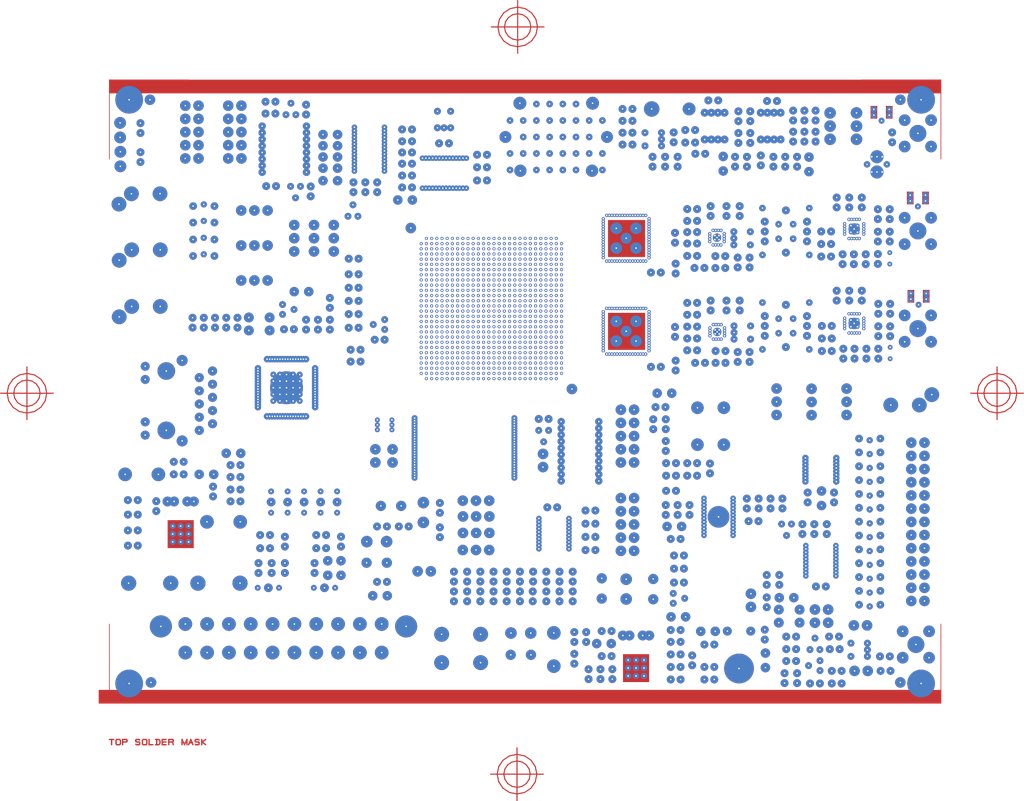
<source format=kicad_pcb>
(kicad_pcb (version 20221018) (generator pcbnew)
  (layers (0 "F.Cu" signal) (31 "B.Cu" signal) (34 "B.Paste" user) (35 "F.Paste" user) (36 "B.SilkS" user "B.Silkscreen") (37 "F.SilkS" user "F.Silkscreen") (38 "B.Mask" user) (39 "F.Mask" user) (44 "Edge.Cuts" user))
  (net 0 "")
  (gr_poly (pts (xy 180.06492 -119.82882) (xy 180.06492 -117.50878) (xy 181.22824 -117.50878) (xy 181.22824 -119.82882)) (fill solid) (layer "F.Cu"))
  (gr_poly (pts (xy 119.6086 -107.3658) (xy 126.60859 -107.3658) (xy 126.60859 -114.36579) (xy 119.6086 -114.36579)) (fill solid) (layer "F.Cu"))
  (gr_poly (pts (xy 21.5966 -21.3868) (xy 23.5966 -21.3868) (xy 23.5966 -23.88692) (xy 21.5966 -23.88692)) (fill solid) (layer "F.Cu"))
  (gr_poly (pts (xy 23.5966 -21.3868) (xy 183.59653 -21.3868) (xy 183.59653 -23.88692) (xy 23.5966 -23.88692)) (fill solid) (layer "F.Cu"))
  (gr_poly (pts (xy 124.65609 -30.72841) (xy 122.53189 -30.72841) (xy 122.53189 -25.55672) (xy 127.35331 -25.55672) (xy 127.35331 -30.72841)) (fill solid) (layer "F.Cu"))
  (gr_poly (pts (xy 37.02609 -56.53481) (xy 34.90189 -56.53481) (xy 34.90189 -51.36312) (xy 39.72331 -51.36312) (xy 39.72331 -56.53481)) (fill solid) (layer "F.Cu"))
  (gr_poly (pts (xy 180.19192 -100.90582) (xy 180.19192 -98.58578) (xy 181.35524 -98.58578) (xy 181.35524 -100.90582)) (fill solid) (layer "F.Cu"))
  (gr_poly (pts (xy 177.24196 -100.90582) (xy 177.24196 -98.58578) (xy 178.40528 -98.58578) (xy 178.40528 -100.90582)) (fill solid) (layer "F.Cu"))
  (gr_poly (pts (xy 119.6086 -89.4842) (xy 126.60859 -89.4842) (xy 126.60859 -96.48419) (xy 119.6086 -96.48419)) (fill solid) (layer "F.Cu"))
  (gr_poly (pts (xy 183.59653 -141.38681) (xy 23.5966 -141.38681) (xy 23.5966 -138.88669) (xy 183.59653 -138.88669)) (fill solid) (layer "F.Cu"))
  (gr_poly (pts (xy 177.11496 -119.82882) (xy 177.11496 -117.50878) (xy 178.27828 -117.50878) (xy 178.27828 -119.82882)) (fill solid) (layer "F.Cu"))
  (gr_poly (pts (xy 173.07992 -136.33882) (xy 173.07992 -134.01878) (xy 174.24324 -134.01878) (xy 174.24324 -136.33882)) (fill solid) (layer "F.Cu"))
  (gr_poly (pts (xy 170.12996 -136.33882) (xy 170.12996 -134.01878) (xy 171.29328 -134.01878) (xy 171.29328 -136.33882)) (fill solid) (layer "F.Cu"))
  (segment (start 12.8016 -81.0768) (end 2.6416 -81.0768) (width 0.2032) (layer "F.Cu") (net 0))
  (segment (start 198.2216 -81.0768) (end 197.93158 -82.53482) (width 0.2032) (layer "F.Cu") (net 0))
  (segment (start 40.21023 -14.4018) (end 40.73957 -14.4018) (width 0.254) (layer "F.Cu") (net 0))
  (segment (start 40.10457 -14.29588) (end 40.21023 -14.4018) (width 0.254) (layer "F.Cu") (net 0))
  (segment (start 99.68515 -6.74958) (end 100.23575 -5.92555) (width 0.2032) (layer "F.Cu") (net 0))
  (segment (start 174.24324 -134.01878) (end 174.24324 -136.33882) (width 0.127) (layer "F.Cu") (net 0))
  (segment (start 5.02752 -78.38272) (end 6.26358 -77.55682) (width 0.2032) (layer "F.Cu") (net 0))
  (segment (start 23.5966 -21.3868) (end 183.59653 -21.3868) (width 0.127) (layer "F.Cu") (net 0))
  (segment (start 29.31084 -14.4018) (end 29.41676 -14.29588) (width 0.254) (layer "F.Cu") (net 0))
  (segment (start 99.46472 -154.30668) (end 98.63882 -153.07062) (width 0.2032) (layer "F.Cu") (net 0))
  (segment (start 100.36275 -153.40865) (end 99.81215 -152.58462) (width 0.2032) (layer "F.Cu") (net 0))
  (segment (start 127.35331 -30.72841) (end 124.65609 -30.72841) (width 0.2032) (layer "F.Cu") (net 0))
  (segment (start 30.63367 -14.4018) (end 30.79242 -14.24305) (width 0.254) (layer "F.Cu") (net 0))
  (segment (start 99.33772 -5.02752) (end 100.57378 -4.20162) (width 0.2032) (layer "F.Cu") (net 0))
  (segment (start 99.81215 -150.64058) (end 100.36275 -149.81655) (width 0.2032) (layer "F.Cu") (net 0))
  (segment (start 10.06825 -82.04882) (end 9.51765 -82.87285) (width 0.2032) (layer "F.Cu") (net 0))
  (segment (start 103.61682 -155.13258) (end 102.1588 -155.4226) (width 0.2032) (layer "F.Cu") (net 0))
  (segment (start 102.0318 -2.6416) (end 102.0318 -12.8016) (width 0.2032) (layer "F.Cu") (net 0))
  (segment (start 119.6086 -96.48419) (end 119.6086 -89.4842) (width 0.127) (layer "F.Cu") (net 0))
  (segment (start 38.83457 -13.39647) (end 39.25799 -14.4018) (width 0.254) (layer "F.Cu") (net 0))
  (segment (start 126.60859 -89.4842) (end 126.60859 -96.48419) (width 0.127) (layer "F.Cu") (net 0))
  (segment (start 10.41568 -83.77088) (end 9.17962 -84.59678) (width 0.2032) (layer "F.Cu") (net 0))
  (segment (start 28.67584 -13.50213) (end 28.78176 -13.39647) (width 0.254) (layer "F.Cu") (net 0))
  (segment (start 103.13082 -149.26595) (end 103.95485 -149.81655) (width 0.2032) (layer "F.Cu") (net 0))
  (segment (start 102.1588 -154.1526) (end 101.18678 -153.95925) (width 0.2032) (layer "F.Cu") (net 0))
  (segment (start 23.5966 -141.38681) (end 23.5966 -126.14681) (width 0.127) (layer "F.Cu") (net 0))
  (segment (start 40.10457 -13.50213) (end 40.21023 -13.39647) (width 0.254) (layer "F.Cu") (net 0))
  (segment (start 29.41676 -13.81963) (end 29.31084 -13.92555) (width 0.254) (layer "F.Cu") (net 0))
  (segment (start 183.59653 -21.3868) (end 183.59653 -36.6268) (width 0.127) (layer "F.Cu") (net 0))
  (segment (start 6.74958 -78.73015) (end 7.7216 -78.5368) (width 0.2032) (layer "F.Cu") (net 0))
  (segment (start 39.25799 -14.4018) (end 39.6814 -13.39647) (width 0.254) (layer "F.Cu") (net 0))
  (segment (start 11.24158 -82.53482) (end 10.41568 -83.77088) (width 0.2032) (layer "F.Cu") (net 0))
  (segment (start 173.07992 -136.33882) (end 173.07992 -134.01878) (width 0.127) (layer "F.Cu") (net 0))
  (segment (start 23.5966 -23.88692) (end 23.5966 -21.3868) (width 0.127) (layer "F.Cu") (net 0))
  (segment (start 119.6086 -114.36579) (end 119.6086 -107.3658) (width 0.127) (layer "F.Cu") (net 0))
  (segment (start 102.1588 -149.0726) (end 103.13082 -149.26595) (width 0.2032) (layer "F.Cu") (net 0))
  (segment (start 7.7216 -83.6168) (end 6.74958 -83.42345) (width 0.2032) (layer "F.Cu") (net 0))
  (segment (start 23.5966 -138.88669) (end 183.59653 -138.88669) (width 0.127) (layer "F.Cu") (net 0))
  (segment (start 41.37431 -13.92555) (end 41.42715 -13.92555) (width 0.254) (layer "F.Cu") (net 0))
  (segment (start 21.5966 -23.88692) (end 21.5966 -21.3868) (width 0.127) (layer "F.Cu") (net 0))
  (segment (start 100.36275 -149.81655) (end 101.18678 -149.26595) (width 0.2032) (layer "F.Cu") (net 0))
  (segment (start 35.76599 -13.92555) (end 35.87191 -13.39647) (width 0.254) (layer "F.Cu") (net 0))
  (segment (start 103.95485 -149.81655) (end 104.50545 -150.64058) (width 0.2032) (layer "F.Cu") (net 0))
  (segment (start 38.99332 -13.7668) (end 39.52265 -13.7668) (width 0.254) (layer "F.Cu") (net 0))
  (segment (start 98.63882 -150.15458) (end 99.46472 -148.91852) (width 0.2032) (layer "F.Cu") (net 0))
  (segment (start 32.48558 -14.4018) (end 33.01467 -14.4018) (width 0.254) (layer "F.Cu") (net 0))
  (segment (start 104.50545 -152.58462) (end 103.95485 -153.40865) (width 0.2032) (layer "F.Cu") (net 0))
  (segment (start 35.76599 -14.4018) (end 35.87191 -14.29588) (width 0.254) (layer "F.Cu") (net 0))
  (segment (start 5.92555 -82.87285) (end 5.37495 -82.04882) (width 0.2032) (layer "F.Cu") (net 0))
  (segment (start 103.95485 -153.40865) (end 103.13082 -153.95925) (width 0.2032) (layer "F.Cu") (net 0))
  (segment (start 31.9565 -13.39647) (end 31.21558 -13.39647) (width 0.254) (layer "F.Cu") (net 0))
  (segment (start 29.41676 -13.50213) (end 29.41676 -13.81963) (width 0.254) (layer "F.Cu") (net 0))
  (segment (start 33.75533 -13.39647) (end 33.75533 -14.4018) (width 0.254) (layer "F.Cu") (net 0))
  (segment (start 192.95358 -77.55682) (end 194.4116 -77.2668) (width 0.2032) (layer "F.Cu") (net 0))
  (segment (start 34.90189 -56.53481) (end 34.90189 -51.36312) (width 0.2032) (layer "F.Cu") (net 0))
  (segment (start 99.46472 -148.91852) (end 100.70078 -148.09262) (width 0.2032) (layer "F.Cu") (net 0))
  (segment (start 104.72588 -10.41568) (end 103.48982 -11.24158) (width 0.2032) (layer "F.Cu") (net 0))
  (segment (start 29.94584 -14.24305) (end 30.10459 -14.4018) (width 0.254) (layer "F.Cu") (net 0))
  (segment (start 180.06492 -117.50878) (end 181.22824 -117.50878) (width 0.127) (layer "F.Cu") (net 0))
  (segment (start 173.07992 -134.01878) (end 174.24324 -134.01878) (width 0.127) (layer "F.Cu") (net 0))
  (segment (start 35.87191 -14.03147) (end 35.76599 -13.92555) (width 0.254) (layer "F.Cu") (net 0))
  (segment (start 9.51765 -79.28075) (end 10.06825 -80.10478) (width 0.2032) (layer "F.Cu") (net 0))
  (segment (start 25.71318 -14.24305) (end 25.71318 -13.55522) (width 0.254) (layer "F.Cu") (net 0))
  (segment (start 180.19192 -100.90582) (end 180.19192 -98.58578) (width 0.127) (layer "F.Cu") (net 0))
  (segment (start 178.27828 -117.50878) (end 178.27828 -119.82882) (width 0.127) (layer "F.Cu") (net 0))
  (segment (start 197.10568 -83.77088) (end 195.86962 -84.59678) (width 0.2032) (layer "F.Cu") (net 0))
  (segment (start 35.87191 -14.29588) (end 35.87191 -14.03147) (width 0.254) (layer "F.Cu") (net 0))
  (segment (start 5.1816 -81.0768) (end 5.37495 -80.10478) (width 0.2032) (layer "F.Cu") (net 0))
  (segment (start 192.95358 -84.59678) (end 191.71752 -83.77088) (width 0.2032) (layer "F.Cu") (net 0))
  (segment (start 170.12996 -136.33882) (end 170.12996 -134.01878) (width 0.127) (layer "F.Cu") (net 0))
  (segment (start 178.40528 -100.90582) (end 177.24196 -100.90582) (width 0.127) (layer "F.Cu") (net 0))
  (segment (start 28.67584 -14.03147) (end 28.67584 -14.29588) (width 0.254) (layer "F.Cu") (net 0))
  (segment (start 25.0251 -13.39647) (end 24.86635 -13.55522) (width 0.254) (layer "F.Cu") (net 0))
  (segment (start 181.22824 -119.82882) (end 180.06492 -119.82882) (width 0.127) (layer "F.Cu") (net 0))
  (segment (start 196.75825 -82.04882) (end 196.20765 -82.87285) (width 0.2032) (layer "F.Cu") (net 0))
  (segment (start 29.31084 -13.39647) (end 29.41676 -13.50213) (width 0.254) (layer "F.Cu") (net 0))
  (segment (start 8.69362 -83.42345) (end 7.7216 -83.6168) (width 0.2032) (layer "F.Cu") (net 0))
  (segment (start 104.50545 -150.64058) (end 104.6988 -151.6126) (width 0.2032) (layer "F.Cu") (net 0))
  (segment (start 103.82785 -9.51765) (end 103.00382 -10.06825) (width 0.2032) (layer "F.Cu") (net 0))
  (segment (start 105.9688 -151.6126) (end 105.67878 -153.07062) (width 0.2032) (layer "F.Cu") (net 0))
  (segment (start 99.33772 -10.41568) (end 98.51182 -9.17962) (width 0.2032) (layer "F.Cu") (net 0))
  (segment (start 177.24196 -100.90582) (end 177.24196 -98.58578) (width 0.127) (layer "F.Cu") (net 0))
  (segment (start 105.67878 -150.15458) (end 105.9688 -151.6126) (width 0.2032) (layer "F.Cu") (net 0))
  (segment (start 183.59653 -21.3868) (end 168.35653 -21.3868) (width 0.127) (layer "F.Cu") (net 0))
  (segment (start 178.40528 -98.58578) (end 178.40528 -100.90582) (width 0.127) (layer "F.Cu") (net 0))
  (segment (start 104.5718 -7.7216) (end 104.37845 -8.69362) (width 0.2032) (layer "F.Cu") (net 0))
  (segment (start 6.26358 -84.59678) (end 5.02752 -83.77088) (width 0.2032) (layer "F.Cu") (net 0))
  (segment (start 196.20765 -79.28075) (end 196.75825 -80.10478) (width 0.2032) (layer "F.Cu") (net 0))
  (segment (start 102.0318 -10.2616) (end 101.05978 -10.06825) (width 0.2032) (layer "F.Cu") (net 0))
  (segment (start 194.4116 -75.9968) (end 194.4116 -86.1568) (width 0.2032) (layer "F.Cu") (net 0))
  (segment (start 24.86635 -14.24305) (end 25.0251 -14.4018) (width 0.254) (layer "F.Cu") (net 0))
  (segment (start 8.69362 -78.73015) (end 9.51765 -79.28075) (width 0.2032) (layer "F.Cu") (net 0))
  (segment (start 192.61555 -82.87285) (end 192.06495 -82.04882) (width 0.2032) (layer "F.Cu") (net 0))
  (segment (start 180.19192 -98.58578) (end 181.35524 -98.58578) (width 0.127) (layer "F.Cu") (net 0))
  (segment (start 170.12996 -134.01878) (end 171.29328 -134.01878) (width 0.127) (layer "F.Cu") (net 0))
  (segment (start 171.29328 -136.33882) (end 170.12996 -136.33882) (width 0.127) (layer "F.Cu") (net 0))
  (segment (start 9.51765 -82.87285) (end 8.69362 -83.42345) (width 0.2032) (layer "F.Cu") (net 0))
  (segment (start 191.71752 -83.77088) (end 190.89162 -82.53482) (width 0.2032) (layer "F.Cu") (net 0))
  (segment (start 100.23575 -5.92555) (end 101.05978 -5.37495) (width 0.2032) (layer "F.Cu") (net 0))
  (segment (start 5.02752 -83.77088) (end 4.20162 -82.53482) (width 0.2032) (layer "F.Cu") (net 0))
  (segment (start 100.70078 -155.13258) (end 99.46472 -154.30668) (width 0.2032) (layer "F.Cu") (net 0))
  (segment (start 190.89162 -82.53482) (end 190.6016 -81.0768) (width 0.2032) (layer "F.Cu") (net 0))
  (segment (start 26.87701 -13.92555) (end 26.13635 -13.92555) (width 0.254) (layer "F.Cu") (net 0))
  (segment (start 40.73957 -14.4018) (end 40.84523 -14.29588) (width 0.254) (layer "F.Cu") (net 0))
  (segment (start 41.42715 -13.92555) (end 42.11523 -13.39647) (width 0.254) (layer "F.Cu") (net 0))
  (segment (start 190.6016 -81.0768) (end 190.89162 -79.61878) (width 0.2032) (layer "F.Cu") (net 0))
  (segment (start 30.10459 -14.4018) (end 30.63367 -14.4018) (width 0.254) (layer "F.Cu") (net 0))
  (segment (start 177.11496 -117.50878) (end 178.27828 -117.50878) (width 0.127) (layer "F.Cu") (net 0))
  (segment (start 193.43958 -78.73015) (end 194.4116 -78.5368) (width 0.2032) (layer "F.Cu") (net 0))
  (segment (start 37.56482 -14.4018) (end 38.04107 -13.39647) (width 0.254) (layer "F.Cu") (net 0))
  (segment (start 34.49625 -13.92555) (end 33.75533 -13.92555) (width 0.254) (layer "F.Cu") (net 0))
  (segment (start 5.37495 -80.10478) (end 5.92555 -79.28075) (width 0.2032) (layer "F.Cu") (net 0))
  (segment (start 26.87701 -14.4018) (end 26.98293 -14.29588) (width 0.254) (layer "F.Cu") (net 0))
  (segment (start 32.69717 -13.39647) (end 32.69717 -14.4018) (width 0.254) (layer "F.Cu") (net 0))
  (segment (start 39.72331 -51.36312) (end 39.72331 -56.53481) (width 0.2032) (layer "F.Cu") (net 0))
  (segment (start 25.55443 -13.39647) (end 25.0251 -13.39647) (width 0.254) (layer "F.Cu") (net 0))
  (segment (start 104.72588 -5.02752) (end 105.55178 -6.26358) (width 0.2032) (layer "F.Cu") (net 0))
  (segment (start 101.05978 -5.37495) (end 102.0318 -5.1816) (width 0.2032) (layer "F.Cu") (net 0))
  (segment (start 39.72331 -56.53481) (end 37.02609 -56.53481) (width 0.2032) (layer "F.Cu") (net 0))
  (segment (start 195.38362 -83.42345) (end 194.4116 -83.6168) (width 0.2032) (layer "F.Cu") (net 0))
  (segment (start 180.06492 -119.82882) (end 180.06492 -117.50878) (width 0.127) (layer "F.Cu") (net 0))
  (segment (start 31.21558 -13.39647) (end 31.21558 -14.4018) (width 0.254) (layer "F.Cu") (net 0))
  (segment (start 98.51182 -9.17962) (end 98.2218 -7.7216) (width 0.2032) (layer "F.Cu") (net 0))
  (segment (start 105.55178 -9.17962) (end 104.72588 -10.41568) (width 0.2032) (layer "F.Cu") (net 0))
  (segment (start 102.1588 -147.8026) (end 103.61682 -148.09262) (width 0.2032) (layer "F.Cu") (net 0))
  (segment (start 104.85288 -148.91852) (end 105.67878 -150.15458) (width 0.2032) (layer "F.Cu") (net 0))
  (segment (start 25.0251 -14.4018) (end 25.55443 -14.4018) (width 0.254) (layer "F.Cu") (net 0))
  (segment (start 21.5966 -21.3868) (end 23.5966 -21.3868) (width 0.127) (layer "F.Cu") (net 0))
  (segment (start 9.17962 -77.55682) (end 10.41568 -78.38272) (width 0.2032) (layer "F.Cu") (net 0))
  (segment (start 33.22625 -14.29588) (end 33.33217 -14.0843) (width 0.254) (layer "F.Cu") (net 0))
  (segment (start 28.78176 -13.92555) (end 28.67584 -14.03147) (width 0.254) (layer "F.Cu") (net 0))
  (segment (start 35.66008 -13.92555) (end 35.76599 -13.92555) (width 0.254) (layer "F.Cu") (net 0))
  (segment (start 9.17962 -84.59678) (end 7.7216 -84.8868) (width 0.2032) (layer "F.Cu") (net 0))
  (segment (start 192.06495 -80.10478) (end 192.61555 -79.28075) (width 0.2032) (layer "F.Cu") (net 0))
  (segment (start 183.59653 -138.88669) (end 183.59653 -141.38681) (width 0.127) (layer "F.Cu") (net 0))
  (segment (start 100.57378 -4.20162) (end 102.0318 -3.9116) (width 0.2032) (layer "F.Cu") (net 0))
  (segment (start 33.01467 -14.4018) (end 33.22625 -14.29588) (width 0.254) (layer "F.Cu") (net 0))
  (segment (start 30.79242 -13.55522) (end 30.63367 -13.39647) (width 0.254) (layer "F.Cu") (net 0))
  (segment (start 124.65609 -30.72841) (end 122.53189 -30.72841) (width 0.2032) (layer "F.Cu") (net 0))
  (segment (start 102.0318 -11.5316) (end 100.57378 -11.24158) (width 0.2032) (layer "F.Cu") (net 0))
  (segment (start 197.93158 -82.53482) (end 197.10568 -83.77088) (width 0.2032) (layer "F.Cu") (net 0))
  (segment (start 23.5966 -141.38681) (end 38.8366 -141.38681) (width 0.127) (layer "F.Cu") (net 0))
  (segment (start 194.4116 -83.6168) (end 193.43958 -83.42345) (width 0.2032) (layer "F.Cu") (net 0))
  (segment (start 29.31084 -13.92555) (end 28.78176 -13.92555) (width 0.254) (layer "F.Cu") (net 0))
  (segment (start 122.53189 -25.55672) (end 127.35331 -25.55672) (width 0.2032) (layer "F.Cu") (net 0))
  (segment (start 100.70078 -148.09262) (end 102.1588 -147.8026) (width 0.2032) (layer "F.Cu") (net 0))
  (segment (start 102.1588 -146.5326) (end 102.1588 -156.6926) (width 0.2032) (layer "F.Cu") (net 0))
  (segment (start 40.10457 -14.03147) (end 40.10457 -14.29588) (width 0.254) (layer "F.Cu") (net 0))
  (segment (start 119.6086 -107.3658) (end 126.60859 -107.3658) (width 0.127) (layer "F.Cu") (net 0))
  (segment (start 122.53189 -30.72841) (end 122.53189 -25.55672) (width 0.2032) (layer "F.Cu") (net 0))
  (segment (start 183.59653 -141.38681) (end 183.59653 -126.14681) (width 0.127) (layer "F.Cu") (net 0))
  (segment (start 197.10568 -78.38272) (end 197.93158 -79.61878) (width 0.2032) (layer "F.Cu") (net 0))
  (segment (start 192.61555 -79.28075) (end 193.43958 -78.73015) (width 0.2032) (layer "F.Cu") (net 0))
  (segment (start 40.84523 -13.81963) (end 40.73957 -13.92555) (width 0.254) (layer "F.Cu") (net 0))
  (segment (start 104.37845 -8.69362) (end 103.82785 -9.51765) (width 0.2032) (layer "F.Cu") (net 0))
  (segment (start 193.43958 -83.42345) (end 192.61555 -82.87285) (width 0.2032) (layer "F.Cu") (net 0))
  (segment (start 102.0318 -5.1816) (end 103.00382 -5.37495) (width 0.2032) (layer "F.Cu") (net 0))
  (segment (start 197.93158 -79.61878) (end 198.2216 -81.0768) (width 0.2032) (layer "F.Cu") (net 0))
  (segment (start 3.9116 -81.0768) (end 4.20162 -79.61878) (width 0.2032) (layer "F.Cu") (net 0))
  (segment (start 25.71318 -13.55522) (end 25.55443 -13.39647) (width 0.254) (layer "F.Cu") (net 0))
  (segment (start 191.8716 -81.0768) (end 192.06495 -80.10478) (width 0.2032) (layer "F.Cu") (net 0))
  (segment (start 181.22824 -117.50878) (end 181.22824 -119.82882) (width 0.127) (layer "F.Cu") (net 0))
  (segment (start 38.51732 -14.4018) (end 38.51732 -13.39647) (width 0.254) (layer "F.Cu") (net 0))
  (segment (start 183.59653 -141.38681) (end 23.5966 -141.38681) (width 0.127) (layer "F.Cu") (net 0))
  (segment (start 37.02609 -56.53481) (end 34.90189 -56.53481) (width 0.2032) (layer "F.Cu") (net 0))
  (segment (start 178.27828 -119.82882) (end 177.11496 -119.82882) (width 0.127) (layer "F.Cu") (net 0))
  (segment (start 103.00382 -10.06825) (end 102.0318 -10.2616) (width 0.2032) (layer "F.Cu") (net 0))
  (segment (start 126.60859 -96.48419) (end 119.6086 -96.48419) (width 0.127) (layer "F.Cu") (net 0))
  (segment (start 104.37845 -6.74958) (end 104.5718 -7.7216) (width 0.2032) (layer "F.Cu") (net 0))
  (segment (start 107.2388 -151.6126) (end 97.0788 -151.6126) (width 0.2032) (layer "F.Cu") (net 0))
  (segment (start 23.5966 -141.38681) (end 23.5966 -138.88669) (width 0.127) (layer "F.Cu") (net 0))
  (segment (start 103.61682 -148.09262) (end 104.85288 -148.91852) (width 0.2032) (layer "F.Cu") (net 0))
  (segment (start 98.51182 -6.26358) (end 99.33772 -5.02752) (width 0.2032) (layer "F.Cu") (net 0))
  (segment (start 40.73957 -13.92555) (end 40.21023 -13.92555) (width 0.254) (layer "F.Cu") (net 0))
  (segment (start 103.48982 -4.20162) (end 104.72588 -5.02752) (width 0.2032) (layer "F.Cu") (net 0))
  (segment (start 33.33217 -13.71397) (end 33.22625 -13.50213) (width 0.254) (layer "F.Cu") (net 0))
  (segment (start 30.10459 -13.39647) (end 29.94584 -13.55522) (width 0.254) (layer "F.Cu") (net 0))
  (segment (start 101.18678 -153.95925) (end 100.36275 -153.40865) (width 0.2032) (layer "F.Cu") (net 0))
  (segment (start 7.7216 -84.8868) (end 6.26358 -84.59678) (width 0.2032) (layer "F.Cu") (net 0))
  (segment (start 41.42715 -13.92555) (end 42.11523 -14.4018) (width 0.254) (layer "F.Cu") (net 0))
  (segment (start 33.22625 -13.50213) (end 33.01467 -13.39647) (width 0.254) (layer "F.Cu") (net 0))
  (segment (start 10.06825 -80.10478) (end 10.2616 -81.0768) (width 0.2032) (layer "F.Cu") (net 0))
  (segment (start 105.67878 -153.07062) (end 104.85288 -154.30668) (width 0.2032) (layer "F.Cu") (net 0))
  (segment (start 7.7216 -78.5368) (end 8.69362 -78.73015) (width 0.2032) (layer "F.Cu") (net 0))
  (segment (start 127.35331 -25.55672) (end 127.35331 -30.72841) (width 0.2032) (layer "F.Cu") (net 0))
  (segment (start 100.23575 -9.51765) (end 99.68515 -8.69362) (width 0.2032) (layer "F.Cu") (net 0))
  (segment (start 103.00382 -5.37495) (end 103.82785 -5.92555) (width 0.2032) (layer "F.Cu") (net 0))
  (segment (start 23.5966 -21.3868) (end 38.8366 -21.3868) (width 0.127) (layer "F.Cu") (net 0))
  (segment (start 181.35524 -100.90582) (end 180.19192 -100.90582) (width 0.127) (layer "F.Cu") (net 0))
  (segment (start 119.6086 -89.4842) (end 126.60859 -89.4842) (width 0.127) (layer "F.Cu") (net 0))
  (segment (start 28.67584 -14.29588) (end 28.78176 -14.4018) (width 0.254) (layer "F.Cu") (net 0))
  (segment (start 183.59653 -23.88692) (end 23.5966 -23.88692) (width 0.127) (layer "F.Cu") (net 0))
  (segment (start 104.6988 -151.6126) (end 104.50545 -152.58462) (width 0.2032) (layer "F.Cu") (net 0))
  (segment (start 10.41568 -78.38272) (end 11.24158 -79.61878) (width 0.2032) (layer "F.Cu") (net 0))
  (segment (start 98.2218 -7.7216) (end 98.51182 -6.26358) (width 0.2032) (layer "F.Cu") (net 0))
  (segment (start 25.55443 -14.4018) (end 25.71318 -14.24305) (width 0.254) (layer "F.Cu") (net 0))
  (segment (start 98.63882 -153.07062) (end 98.3488 -151.6126) (width 0.2032) (layer "F.Cu") (net 0))
  (segment (start 30.79242 -14.24305) (end 30.79242 -13.55522) (width 0.254) (layer "F.Cu") (net 0))
  (segment (start 40.21023 -13.92555) (end 40.10457 -14.03147) (width 0.254) (layer "F.Cu") (net 0))
  (segment (start 195.86962 -77.55682) (end 197.10568 -78.38272) (width 0.2032) (layer "F.Cu") (net 0))
  (segment (start 6.74958 -83.42345) (end 5.92555 -82.87285) (width 0.2032) (layer "F.Cu") (net 0))
  (segment (start 11.24158 -79.61878) (end 11.5316 -81.0768) (width 0.2032) (layer "F.Cu") (net 0))
  (segment (start 29.94584 -13.55522) (end 29.94584 -14.24305) (width 0.254) (layer "F.Cu") (net 0))
  (segment (start 98.3488 -151.6126) (end 98.63882 -150.15458) (width 0.2032) (layer "F.Cu") (net 0))
  (segment (start 190.89162 -79.61878) (end 191.71752 -78.38272) (width 0.2032) (layer "F.Cu") (net 0))
  (segment (start 126.60859 -107.3658) (end 126.60859 -114.36579) (width 0.127) (layer "F.Cu") (net 0))
  (segment (start 104.85288 -154.30668) (end 103.61682 -155.13258) (width 0.2032) (layer "F.Cu") (net 0))
  (segment (start 183.59653 -21.3868) (end 183.59653 -23.88692) (width 0.127) (layer "F.Cu") (net 0))
  (segment (start 23.5966 -21.3868) (end 23.5966 -36.6268) (width 0.127) (layer "F.Cu") (net 0))
  (segment (start 26.13635 -14.4018) (end 26.87701 -14.4018) (width 0.254) (layer "F.Cu") (net 0))
  (segment (start 101.18678 -149.26595) (end 102.1588 -149.0726) (width 0.2032) (layer "F.Cu") (net 0))
  (segment (start 196.75825 -80.10478) (end 196.9516 -81.0768) (width 0.2032) (layer "F.Cu") (net 0))
  (segment (start 5.92555 -79.28075) (end 6.74958 -78.73015) (width 0.2032) (layer "F.Cu") (net 0))
  (segment (start 40.21023 -13.39647) (end 40.73957 -13.39647) (width 0.254) (layer "F.Cu") (net 0))
  (segment (start 171.29328 -134.01878) (end 171.29328 -136.33882) (width 0.127) (layer "F.Cu") (net 0))
  (segment (start 40.73957 -13.39647) (end 40.84523 -13.50213) (width 0.254) (layer "F.Cu") (net 0))
  (segment (start 11.5316 -81.0768) (end 11.24158 -82.53482) (width 0.2032) (layer "F.Cu") (net 0))
  (segment (start 174.24324 -136.33882) (end 173.07992 -136.33882) (width 0.127) (layer "F.Cu") (net 0))
  (segment (start 105.55178 -6.26358) (end 105.8418 -7.7216) (width 0.2032) (layer "F.Cu") (net 0))
  (segment (start 26.98293 -14.29588) (end 26.98293 -14.03147) (width 0.254) (layer "F.Cu") (net 0))
  (segment (start 102.1588 -155.4226) (end 100.70078 -155.13258) (width 0.2032) (layer "F.Cu") (net 0))
  (segment (start 99.81215 -152.58462) (end 99.6188 -151.6126) (width 0.2032) (layer "F.Cu") (net 0))
  (segment (start 30.63367 -13.39647) (end 30.10459 -13.39647) (width 0.254) (layer "F.Cu") (net 0))
  (segment (start 199.4916 -81.0768) (end 189.3316 -81.0768) (width 0.2032) (layer "F.Cu") (net 0))
  (segment (start 177.24196 -98.58578) (end 178.40528 -98.58578) (width 0.127) (layer "F.Cu") (net 0))
  (segment (start 196.20765 -82.87285) (end 195.38362 -83.42345) (width 0.2032) (layer "F.Cu") (net 0))
  (segment (start 103.13082 -153.95925) (end 102.1588 -154.1526) (width 0.2032) (layer "F.Cu") (net 0))
  (segment (start 183.59653 -141.38681) (end 168.35653 -141.38681) (width 0.127) (layer "F.Cu") (net 0))
  (segment (start 99.4918 -7.7216) (end 99.68515 -6.74958) (width 0.2032) (layer "F.Cu") (net 0))
  (segment (start 103.82785 -5.92555) (end 104.37845 -6.74958) (width 0.2032) (layer "F.Cu") (net 0))
  (segment (start 33.01467 -13.39647) (end 32.48558 -13.39647) (width 0.254) (layer "F.Cu") (net 0))
  (segment (start 38.04107 -13.39647) (end 38.51732 -14.4018) (width 0.254) (layer "F.Cu") (net 0))
  (segment (start 23.5966 -21.3868) (end 23.5966 -23.88692) (width 0.127) (layer "F.Cu") (net 0))
  (segment (start 10.2616 -81.0768) (end 10.06825 -82.04882) (width 0.2032) (layer "F.Cu") (net 0))
  (segment (start 34.90189 -51.36312) (end 39.72331 -51.36312) (width 0.2032) (layer "F.Cu") (net 0))
  (segment (start 103.48982 -11.24158) (end 102.0318 -11.5316) (width 0.2032) (layer "F.Cu") (net 0))
  (segment (start 35.02508 -13.39647) (end 35.02508 -14.4018) (width 0.254) (layer "F.Cu") (net 0))
  (segment (start 33.75533 -14.4018) (end 34.49625 -14.4018) (width 0.254) (layer "F.Cu") (net 0))
  (segment (start 4.20162 -79.61878) (end 5.02752 -78.38272) (width 0.2032) (layer "F.Cu") (net 0))
  (segment (start 99.68515 -8.69362) (end 99.4918 -7.7216) (width 0.2032) (layer "F.Cu") (net 0))
  (segment (start 37.56482 -13.39647) (end 37.56482 -14.4018) (width 0.254) (layer "F.Cu") (net 0))
  (segment (start 40.84523 -13.50213) (end 40.84523 -13.81963) (width 0.254) (layer "F.Cu") (net 0))
  (segment (start 35.76599 -13.92555) (end 35.02508 -13.92555) (width 0.254) (layer "F.Cu") (net 0))
  (segment (start 23.5966 -14.4018) (end 24.44318 -14.4018) (width 0.254) (layer "F.Cu") (net 0))
  (segment (start 192.06495 -82.04882) (end 191.8716 -81.0768) (width 0.2032) (layer "F.Cu") (net 0))
  (segment (start 105.8418 -7.7216) (end 105.55178 -9.17962) (width 0.2032) (layer "F.Cu") (net 0))
  (segment (start 102.0318 -3.9116) (end 103.48982 -4.20162) (width 0.2032) (layer "F.Cu") (net 0))
  (segment (start 100.57378 -11.24158) (end 99.33772 -10.41568) (width 0.2032) (layer "F.Cu") (net 0))
  (segment (start 26.13635 -13.39647) (end 26.13635 -14.4018) (width 0.254) (layer "F.Cu") (net 0))
  (segment (start 7.7216 -75.9968) (end 7.7216 -86.1568) (width 0.2032) (layer "F.Cu") (net 0))
  (segment (start 26.98293 -14.03147) (end 26.87701 -13.92555) (width 0.254) (layer "F.Cu") (net 0))
  (segment (start 101.05978 -10.06825) (end 100.23575 -9.51765) (width 0.2032) (layer "F.Cu") (net 0))
  (segment (start 4.20162 -82.53482) (end 3.9116 -81.0768) (width 0.2032) (layer "F.Cu") (net 0))
  (segment (start 194.4116 -77.2668) (end 195.86962 -77.55682) (width 0.2032) (layer "F.Cu") (net 0))
  (segment (start 194.4116 -84.8868) (end 192.95358 -84.59678) (width 0.2032) (layer "F.Cu") (net 0))
  (segment (start 34.49625 -13.39647) (end 33.75533 -13.39647) (width 0.254) (layer "F.Cu") (net 0))
  (segment (start 99.6188 -151.6126) (end 99.81215 -150.64058) (width 0.2032) (layer "F.Cu") (net 0))
  (segment (start 194.4116 -78.5368) (end 195.38362 -78.73015) (width 0.2032) (layer "F.Cu") (net 0))
  (segment (start 28.78176 -13.39647) (end 29.31084 -13.39647) (width 0.254) (layer "F.Cu") (net 0))
  (segment (start 28.78176 -14.4018) (end 29.31084 -14.4018) (width 0.254) (layer "F.Cu") (net 0))
  (segment (start 23.5966 -23.88692) (end 21.5966 -23.88692) (width 0.127) (layer "F.Cu") (net 0))
  (segment (start 24.02002 -14.4018) (end 24.02002 -13.39647) (width 0.254) (layer "F.Cu") (net 0))
  (segment (start 195.38362 -78.73015) (end 196.20765 -79.28075) (width 0.2032) (layer "F.Cu") (net 0))
  (segment (start 24.86635 -13.55522) (end 24.86635 -14.24305) (width 0.254) (layer "F.Cu") (net 0))
  (segment (start 35.02508 -14.4018) (end 35.76599 -14.4018) (width 0.254) (layer "F.Cu") (net 0))
  (segment (start 107.1118 -7.7216) (end 96.9518 -7.7216) (width 0.2032) (layer "F.Cu") (net 0))
  (segment (start 126.60859 -114.36579) (end 119.6086 -114.36579) (width 0.127) (layer "F.Cu") (net 0))
  (segment (start 177.11496 -119.82882) (end 177.11496 -117.50878) (width 0.127) (layer "F.Cu") (net 0))
  (segment (start 191.71752 -78.38272) (end 192.95358 -77.55682) (width 0.2032) (layer "F.Cu") (net 0))
  (segment (start 7.7216 -77.2668) (end 9.17962 -77.55682) (width 0.2032) (layer "F.Cu") (net 0))
  (segment (start 195.86962 -84.59678) (end 194.4116 -84.8868) (width 0.2032) (layer "F.Cu") (net 0))
  (segment (start 41.37431 -13.39647) (end 41.37431 -14.4018) (width 0.254) (layer "F.Cu") (net 0))
  (segment (start 33.33217 -14.0843) (end 33.33217 -13.71397) (width 0.254) (layer "F.Cu") (net 0))
  (segment (start 6.26358 -77.55682) (end 7.7216 -77.2668) (width 0.2032) (layer "F.Cu") (net 0))
  (segment (start 181.35524 -98.58578) (end 181.35524 -100.90582) (width 0.127) (layer "F.Cu") (net 0))
  (segment (start 196.9516 -81.0768) (end 196.75825 -82.04882) (width 0.2032) (layer "F.Cu") (net 0))
  (segment (start 5.37495 -82.04882) (end 5.1816 -81.0768) (width 0.2032) (layer "F.Cu") (net 0))
  (via (at 110.59643 -106.88676) (size 0.5969) (drill 0.3) (layers "F.Cu" "B.Cu") (net 0))
  (via (at 170.307 -123.6853) (size 0.40005) (drill 0.3) (layers "F.Cu" "B.Cu") (net 0))
  (via (at 140.51458 -111.03331) (size 1.62509) (drill 0.3) (layers "F.Cu" "B.Cu") (net 0))
  (via (at 103.59644 -93.88678) (size 0.5969) (drill 0.3) (layers "F.Cu" "B.Cu") (net 0))
  (via (at 104.59644 -85.8868) (size 0.5969) (drill 0.3) (layers "F.Cu" "B.Cu") (net 0))
  (via (at 99.59645 -94.88678) (size 0.5969) (drill 0.3) (layers "F.Cu" "B.Cu") (net 0))
  (via (at 150.2156 -135.09168) (size 1.51511) (drill 0.3) (layers "F.Cu" "B.Cu") (net 0))
  (via (at 123.4186 -28.1686) (size 1.143) (drill 0.3) (layers "F.Cu" "B.Cu") (net 0))
  (via (at 78.0796 -67.7418) (size 2.032) (drill 0.3) (layers "F.Cu" "B.Cu") (net 0))
  (via (at 161.90265 -36.8808) (size 2.032) (drill 0.3) (layers "F.Cu" "B.Cu") (net 0))
  (via (at 158.2166 -123.74575) (size 1.82499) (drill 0.3) (layers "F.Cu" "B.Cu") (net 0))
  (via (at 124.5616 -55.8038) (size 2.032) (drill 0.3) (layers "F.Cu" "B.Cu") (net 0))
  (via (at 118.63756 -94.26473) (size 0.64008) (drill 0.3) (layers "F.Cu" "B.Cu") (net 0))
  (via (at 92.59646 -105.88676) (size 0.5969) (drill 0.3) (layers "F.Cu" "B.Cu") (net 0))
  (via (at 92.59646 -83.8868) (size 0.5969) (drill 0.3) (layers "F.Cu" "B.Cu") (net 0))
  (via (at 87.52789 -29.19451) (size 2.87502) (drill 0.3) (layers "F.Cu" "B.Cu") (net 0))
  (via (at 82.32267 -65.28587) (size 1.143) (drill 0.3) (layers "F.Cu" "B.Cu") (net 0))
  (via (at 149.2631 -116.7257) (size 1.27) (drill 0.3) (layers "F.Cu" "B.Cu") (net 0))
  (via (at 121.28754 -88.61476) (size 0.64008) (drill 0.3) (layers "F.Cu" "B.Cu") (net 0))
  (via (at 127.4826 -34.42767) (size 1.905) (drill 0.3) (layers "F.Cu" "B.Cu") (net 0))
  (via (at 165.91255 -96.36785) (size 0.63004) (drill 0.3) (layers "F.Cu" "B.Cu") (net 0))
  (via (at 88.59647 -105.88676) (size 0.5969) (drill 0.3) (layers "F.Cu" "B.Cu") (net 0))
  (via (at 136.7536 -71.17182) (size 2.42278) (drill 0.3) (layers "F.Cu" "B.Cu") (net 0))
  (via (at 158.2166 -126.54585) (size 1.82499) (drill 0.3) (layers "F.Cu" "B.Cu") (net 0))
  (via (at 104.59644 -87.88679) (size 0.5969) (drill 0.3) (layers "F.Cu" "B.Cu") (net 0))
  (via (at 110.52759 -66.7258) (size 1.40995) (drill 0.3) (layers "F.Cu" "B.Cu") (net 0))
  (via (at 170.70553 -135.73227) (size 1.14998) (drill 0.3) (layers "F.Cu" "B.Cu") (net 0))
  (via (at 160.6296 -62.24321) (size 1.82499) (drill 0.3) (layers "F.Cu" "B.Cu") (net 0))
  (via (at 74.7776 -70.2818) (size 2.032) (drill 0.3) (layers "F.Cu" "B.Cu") (net 0))
  (via (at 102.59644 -87.88679) (size 0.5969) (drill 0.3) (layers "F.Cu" "B.Cu") (net 0))
  (via (at 98.59645 -88.88679) (size 0.5969) (drill 0.3) (layers "F.Cu" "B.Cu") (net 0))
  (via (at 125.78766 -88.61476) (size 0.64008) (drill 0.3) (layers "F.Cu" "B.Cu") (net 0))
  (via (at 105.59644 -98.88677) (size 0.5969) (drill 0.3) (layers "F.Cu" "B.Cu") (net 0))
  (via (at 159.36265 -39.4208) (size 2.032) (drill 0.3) (layers "F.Cu" "B.Cu") (net 0))
  (via (at 101.52253 -66.78574) (size 1.143) (drill 0.3) (layers "F.Cu" "B.Cu") (net 0))
  (via (at 60.21654 -84.67192) (size 1.14097) (drill 0.3) (layers "F.Cu" "B.Cu") (net 0))
  (via (at 91.59646 -94.88678) (size 0.5969) (drill 0.3) (layers "F.Cu" "B.Cu") (net 0))
  (via (at 67.59651 -31.13684) (size 2.64998) (drill 0.3) (layers "F.Cu" "B.Cu") (net 0))
  (via (at 97.59645 -93.88678) (size 0.5969) (drill 0.3) (layers "F.Cu" "B.Cu") (net 0))
  (via (at 108.59643 -107.88675) (size 0.5969) (drill 0.3) (layers "F.Cu" "B.Cu") (net 0))
  (via (at 100.59645 -101.88677) (size 0.5969) (drill 0.3) (layers "F.Cu" "B.Cu") (net 0))
  (via (at 76.52461 -129.04191) (size 1.05702) (drill 0.3) (layers "F.Cu" "B.Cu") (net 0))
  (via (at 138.01166 -57.59679) (size 1.04991) (drill 0.3) (layers "F.Cu" "B.Cu") (net 0))
  (via (at 176.2506 -30.1498) (size 2.24993) (drill 0.3) (layers "F.Cu" "B.Cu") (net 0))
  (via (at 88.59647 -90.88679) (size 0.5969) (drill 0.3) (layers "F.Cu" "B.Cu") (net 0))
  (via (at 151.4856 -129.93192) (size 1.51511) (drill 0.3) (layers "F.Cu" "B.Cu") (net 0))
  (via (at 140.17066 -92.50985) (size 0.508) (drill 0.3) (layers "F.Cu" "B.Cu") (net 0))
  (via (at 87.59647 -104.88676) (size 0.5969) (drill 0.3) (layers "F.Cu" "B.Cu") (net 0))
  (via (at 91.59646 -95.88678) (size 0.5969) (drill 0.3) (layers "F.Cu" "B.Cu") (net 0))
  (via (at 108.59643 -94.88678) (size 0.5969) (drill 0.3) (layers "F.Cu" "B.Cu") (net 0))
  (via (at 128.2446 -41.40784) (size 1.9685) (drill 0.3) (layers "F.Cu" "B.Cu") (net 0))
  (via (at 89.59647 -96.88678) (size 0.5969) (drill 0.3) (layers "F.Cu" "B.Cu") (net 0))
  (via (at 103.59644 -85.8868) (size 0.5969) (drill 0.3) (layers "F.Cu" "B.Cu") (net 0))
  (via (at 84.01075 -56.20715) (size 2.22504) (drill 0.3) (layers "F.Cu" "B.Cu") (net 0))
  (via (at 83.59648 -107.88675) (size 0.5969) (drill 0.3) (layers "F.Cu" "B.Cu") (net 0))
  (via (at 134.14756 -44.6278) (size 1.52501) (drill 0.3) (layers "F.Cu" "B.Cu") (net 0))
  (via (at 83.59648 -101.88677) (size 0.5969) (drill 0.3) (layers "F.Cu" "B.Cu") (net 0))
  (via (at 96.67672 -50.88687) (size 2.032) (drill 0.3) (layers "F.Cu" "B.Cu") (net 0))
  (via (at 136.68756 -112.1029) (size 1.52501) (drill 0.3) (layers "F.Cu" "B.Cu") (net 0))
  (via (at 118.63756 -108.17174) (size 0.64008) (drill 0.3) (layers "F.Cu" "B.Cu") (net 0))
  (via (at 113.0554 -35.08756) (size 1.52501) (drill 0.3) (layers "F.Cu" "B.Cu") (net 0))
  (via (at 27.1526 -60.5028) (size 1.52501) (drill 0.3) (layers "F.Cu" "B.Cu") (net 0))
  (via (at 84.59648 -90.88679) (size 0.5969) (drill 0.3) (layers "F.Cu" "B.Cu") (net 0))
  (via (at 93.59646 -89.88679) (size 0.5969) (drill 0.3) (layers "F.Cu" "B.Cu") (net 0))
  (via (at 86.59647 -86.8868) (size 0.5969) (drill 0.3) (layers "F.Cu" "B.Cu") (net 0))
  (via (at 96.59645 -110.887) (size 0.5969) (drill 0.3) (layers "F.Cu" "B.Cu") (net 0))
  (via (at 146.97964 -91.4908) (size 1.33998) (drill 0.3) (layers "F.Cu" "B.Cu") (net 0))
  (via (at 74.26655 -42.0878) (size 1.82499) (drill 0.3) (layers "F.Cu" "B.Cu") (net 0))
  (via (at 143.6116 -55.64683) (size 1.04991) (drill 0.3) (layers "F.Cu" "B.Cu") (net 0))
  (via (at 125.78766 -97.41484) (size 0.64008) (drill 0.3) (layers "F.Cu" "B.Cu") (net 0))
  (via (at 128.2446 -45.30776) (size 1.9685) (drill 0.3) (layers "F.Cu" "B.Cu") (net 0))
  (via (at 128.2446 -74.15784) (size 1.52501) (drill 0.3) (layers "F.Cu" "B.Cu") (net 0))
  (via (at 98.59645 -91.88679) (size 0.5969) (drill 0.3) (layers "F.Cu" "B.Cu") (net 0))
  (via (at 61.51651 -126.1618) (size 1.41998) (drill 0.3) (layers "F.Cu" "B.Cu") (net 0))
  (via (at 122.0216 -72.8218) (size 2.032) (drill 0.3) (layers "F.Cu" "B.Cu") (net 0))
  (via (at 181.3306 -35.2298) (size 2.24993) (drill 0.3) (layers "F.Cu" "B.Cu") (net 0))
  (via (at 29.5656 -133.08076) (size 1.52501) (drill 0.3) (layers "F.Cu" "B.Cu") (net 0))
  (via (at 101.59644 -91.88679) (size 0.5969) (drill 0.3) (layers "F.Cu" "B.Cu") (net 0))
  (via (at 93.59646 -101.88677) (size 0.5969) (drill 0.3) (layers "F.Cu" "B.Cu") (net 0))
  (via (at 89.59647 -102.88676) (size 0.5969) (drill 0.3) (layers "F.Cu" "B.Cu") (net 0))
  (via (at 168.3766 -98.92284) (size 1.52501) (drill 0.3) (layers "F.Cu" "B.Cu") (net 0))
  (via (at 63.17666 -84.38185) (size 1.23698) (drill 0.3) (layers "F.Cu" "B.Cu") (net 0))
  (via (at 163.39261 -51.74386) (size 1.05702) (drill 0.3) (layers "F.Cu" "B.Cu") (net 0))
  (via (at 115.9256 -133.5913) (size 1.27) (drill 0.3) (layers "F.Cu" "B.Cu") (net 0))
  (via (at 167.85057 -61.68263) (size 1.47498) (drill 0.3) (layers "F.Cu" "B.Cu") (net 0))
  (via (at 94.59646 -90.88679) (size 0.5969) (drill 0.3) (layers "F.Cu" "B.Cu") (net 0))
  (via (at 102.59644 -107.88675) (size 0.5969) (drill 0.3) (layers "F.Cu" "B.Cu") (net 0))
  (via (at 152.3746 -110.8202) (size 1.27) (drill 0.3) (layers "F.Cu" "B.Cu") (net 0))
  (via (at 164.6936 -107.83316) (size 1.52501) (drill 0.3) (layers "F.Cu" "B.Cu") (net 0))
  (via (at 84.59648 -84.8868) (size 0.5969) (drill 0.3) (layers "F.Cu" "B.Cu") (net 0))
  (via (at 63.39662 -31.13684) (size 2.64998) (drill 0.3) (layers "F.Cu" "B.Cu") (net 0))
  (via (at 115.2083 -55.95518) (size 1.52501) (drill 0.3) (layers "F.Cu" "B.Cu") (net 0))
  (via (at 105.59644 -108.88701) (size 0.5969) (drill 0.3) (layers "F.Cu" "B.Cu") (net 0))
  (via (at 177.9016 -41.0718) (size 2.032) (drill 0.3) (layers "F.Cu" "B.Cu") (net 0))
  (via (at 146.93062 -109.63631) (size 1.33998) (drill 0.3) (layers "F.Cu" "B.Cu") (net 0))
  (via (at 142.09954 -107.47731) (size 1.52501) (drill 0.3) (layers "F.Cu" "B.Cu") (net 0))
  (via (at 129.70256 -86.1568) (size 1.52501) (drill 0.3) (layers "F.Cu" "B.Cu") (net 0))
  (via (at 97.59645 -86.8868) (size 0.5969) (drill 0.3) (layers "F.Cu" "B.Cu") (net 0))
  (via (at 177.69053 -119.22227) (size 1.14998) (drill 0.3) (layers "F.Cu" "B.Cu") (net 0))
  (via (at 63.39662 -36.63671) (size 2.64998) (drill 0.3) (layers "F.Cu" "B.Cu") (net 0))
  (via (at 87.59647 -101.88677) (size 0.5969) (drill 0.3) (layers "F.Cu" "B.Cu") (net 0))
  (via (at 83.83549 -126.33376) (size 1.05702) (drill 0.3) (layers "F.Cu" "B.Cu") (net 0))
  (via (at 70.74459 -128.39192) (size 1.05702) (drill 0.3) (layers "F.Cu" "B.Cu") (net 0))
  (via (at 136.68756 -116.5352) (size 1.52501) (drill 0.3) (layers "F.Cu" "B.Cu") (net 0))
  (via (at 109.59643 -110.887) (size 0.5969) (drill 0.3) (layers "F.Cu" "B.Cu") (net 0))
  (via (at 166.91254 -114.55425) (size 0.63004) (drill 0.3) (layers "F.Cu" "B.Cu") (net 0))
  (via (at 157.9626 -61.96076) (size 1.52501) (drill 0.3) (layers "F.Cu" "B.Cu") (net 0))
  (via (at 76.54671 -91.38691) (size 1.52501) (drill 0.3) (layers "F.Cu" "B.Cu") (net 0))
  (via (at 180.4416 -48.6918) (size 2.032) (drill 0.3) (layers "F.Cu" "B.Cu") (net 0))
  (via (at 96.59645 -103.88676) (size 0.5969) (drill 0.3) (layers "F.Cu" "B.Cu") (net 0))
  (via (at 109.59643 -88.88679) (size 0.5969) (drill 0.3) (layers "F.Cu" "B.Cu") (net 0))
  (via (at 96.59645 -89.88679) (size 0.5969) (drill 0.3) (layers "F.Cu" "B.Cu") (net 0))
  (via (at 70.74459 -129.69189) (size 1.05702) (drill 0.3) (layers "F.Cu" "B.Cu") (net 0))
  (via (at 86.59647 -97.88677) (size 0.5969) (drill 0.3) (layers "F.Cu" "B.Cu") (net 0))
  (via (at 152.40965 -39.40073) (size 1.90297) (drill 0.3) (layers "F.Cu" "B.Cu") (net 0))
  (via (at 88.59647 -83.8868) (size 0.5969) (drill 0.3) (layers "F.Cu" "B.Cu") (net 0))
  (via (at 118.63756 -89.76487) (size 0.64008) (drill 0.3) (layers "F.Cu" "B.Cu") (net 0))
  (via (at 129.83464 -131.2418) (size 1.33998) (drill 0.3) (layers "F.Cu" "B.Cu") (net 0))
  (via (at 102.59644 -83.8868) (size 0.5969) (drill 0.3) (layers "F.Cu" "B.Cu") (net 0))
  (via (at 138.01166 -59.54674) (size 1.04991) (drill 0.3) (layers "F.Cu" "B.Cu") (net 0))
  (via (at 143.79956 -92.7608) (size 1.33998) (drill 0.3) (layers "F.Cu" "B.Cu") (net 0))
  (via (at 118.63756 -110.17174) (size 0.64008) (drill 0.3) (layers "F.Cu" "B.Cu") (net 0))
  (via (at 100.59645 -93.88678) (size 0.5969) (drill 0.3) (layers "F.Cu" "B.Cu") (net 0))
  (via (at 52.98669 -131.2418) (size 1.41998) (drill 0.3) (layers "F.Cu" "B.Cu") (net 0))
  (via (at 122.28754 -115.32184) (size 0.64008) (drill 0.3) (layers "F.Cu" "B.Cu") (net 0))
  (via (at 105.59644 -97.88677) (size 0.5969) (drill 0.3) (layers "F.Cu" "B.Cu") (net 0))
  (via (at 101.59644 -86.8868) (size 0.5969) (drill 0.3) (layers "F.Cu" "B.Cu") (net 0))
  (via (at 152.94864 -55.88787) (size 1.32499) (drill 0.3) (layers "F.Cu" "B.Cu") (net 0))
  (via (at 125.28753 -106.52176) (size 0.64008) (drill 0.3) (layers "F.Cu" "B.Cu") (net 0))
  (via (at 109.59643 -105.88676) (size 0.5969) (drill 0.3) (layers "F.Cu" "B.Cu") (net 0))
  (via (at 74.7776 -67.7418) (size 2.032) (drill 0.3) (layers "F.Cu" "B.Cu") (net 0))
  (via (at 88.59647 -94.88678) (size 0.5969) (drill 0.3) (layers "F.Cu" "B.Cu") (net 0))
  (via (at 57.8866 -62.17183) (size 1.127) (drill 0.3) (layers "F.Cu" "B.Cu") (net 0))
  (via (at 181.7116 -96.0628) (size 2.24993) (drill 0.3) (layers "F.Cu" "B.Cu") (net 0))
  (via (at 106.59643 -103.88676) (size 0.5969) (drill 0.3) (layers "F.Cu" "B.Cu") (net 0))
  (via (at 135.7376 -30.59176) (size 1.52501) (drill 0.3) (layers "F.Cu" "B.Cu") (net 0))
  (via (at 169.1386 -105.93324) (size 1.52501) (drill 0.3) (layers "F.Cu" "B.Cu") (net 0))
  (via (at 162.2806 -129.9718) (size 2.22009) (drill 0.3) (layers "F.Cu" "B.Cu") (net 0))
  (via (at 136.68756 -93.9038) (size 1.52501) (drill 0.3) (layers "F.Cu" "B.Cu") (net 0))
  (via (at 54.92648 -87.63178) (size 1.23698) (drill 0.3) (layers "F.Cu" "B.Cu") (net 0))
  (via (at 110.59643 -95.88678) (size 0.5969) (drill 0.3) (layers "F.Cu" "B.Cu") (net 0))
  (via (at 121.1326 -109.0168) (size 2.24993) (drill 0.3) (layers "F.Cu" "B.Cu") (net 0))
  (via (at 94.59646 -103.88676) (size 0.5969) (drill 0.3) (layers "F.Cu" "B.Cu") (net 0))
  (via (at 107.6706 -44.82084) (size 1.52501) (drill 0.3) (layers "F.Cu" "B.Cu") (net 0))
  (via (at 100.59645 -94.88678) (size 0.5969) (drill 0.3) (layers "F.Cu" "B.Cu") (net 0))
  (via (at 69.64655 -98.85375) (size 1.52501) (drill 0.3) (layers "F.Cu" "B.Cu") (net 0))
  (via (at 88.59647 -89.88679) (size 0.5969) (drill 0.3) (layers "F.Cu" "B.Cu") (net 0))
  (via (at 54.7116 -60.1218) (size 1.67703) (drill 0.3) (layers "F.Cu" "B.Cu") (net 0))
  (via (at 97.59645 -98.88677) (size 0.5969) (drill 0.3) (layers "F.Cu" "B.Cu") (net 0))
  (via (at 63.39561 -53.7718) (size 1.52501) (drill 0.3) (layers "F.Cu" "B.Cu") (net 0))
  (via (at 166.28161 -30.4038) (size 1.33998) (drill 0.3) (layers "F.Cu" "B.Cu") (net 0))
  (via (at 61.51651 -131.2418) (size 1.41998) (drill 0.3) (layers "F.Cu" "B.Cu") (net 0))
  (via (at 83.59648 -105.88676) (size 0.5969) (drill 0.3) (layers "F.Cu" "B.Cu") (net 0))
  (via (at 132.5626 -104.12984) (size 1.52501) (drill 0.3) (layers "F.Cu" "B.Cu") (net 0))
  (via (at 132.62356 -62.2808) (size 1.52501) (drill 0.3) (layers "F.Cu" "B.Cu") (net 0))
  (via (at 108.59643 -104.88676) (size 0.5969) (drill 0.3) (layers "F.Cu" "B.Cu") (net 0))
  (via (at 132.4356 -91.93784) (size 1.52501) (drill 0.3) (layers "F.Cu" "B.Cu") (net 0))
  (via (at 81.82356 -125.2728) (size 1.52501) (drill 0.3) (layers "F.Cu" "B.Cu") (net 0))
  (via (at 99.59645 -90.88679) (size 0.5969) (drill 0.3) (layers "F.Cu" "B.Cu") (net 0))
  (via (at 139.16355 -92.13774) (size 0.64008) (drill 0.3) (layers "F.Cu" "B.Cu") (net 0))
  (via (at 99.59645 -102.88676) (size 0.5969) (drill 0.3) (layers "F.Cu" "B.Cu") (net 0))
  (via (at 157.53258 -66.66992) (size 1.22504) (drill 0.3) (layers "F.Cu" "B.Cu") (net 0))
  (via (at 92.28557 -120.55373) (size 1.05702) (drill 0.3) (layers "F.Cu" "B.Cu") (net 0))
  (via (at 93.59646 -105.88676) (size 0.5969) (drill 0.3) (layers "F.Cu" "B.Cu") (net 0))
  (via (at 98.59645 -95.88678) (size 0.5969) (drill 0.3) (layers "F.Cu" "B.Cu") (net 0))
  (via (at 66.0146 -95.23476) (size 1.52501) (drill 0.3) (layers "F.Cu" "B.Cu") (net 0))
  (via (at 118.63756 -92.26474) (size 0.64008) (drill 0.3) (layers "F.Cu" "B.Cu") (net 0))
  (via (at 168.7576 -113.20932) (size 0.63004) (drill 0.3) (layers "F.Cu" "B.Cu") (net 0))
  (via (at 58.94654 -80.86192) (size 1.14097) (drill 0.3) (layers "F.Cu" "B.Cu") (net 0))
  (via (at 100.59645 -84.8868) (size 0.5969) (drill 0.3) (layers "F.Cu" "B.Cu") (net 0))
  (via (at 79.09255 -118.2878) (size 1.82499) (drill 0.3) (layers "F.Cu" "B.Cu") (net 0))
  (via (at 102.59644 -109.887) (size 0.5969) (drill 0.3) (layers "F.Cu" "B.Cu") (net 0))
  (via (at 139.76452 -109.63326) (size 0.64008) (drill 0.3) (layers "F.Cu" "B.Cu") (net 0))
  (via (at 160.69564 -89.2048) (size 1.52501) (drill 0.3) (layers "F.Cu" "B.Cu") (net 0))
  (via (at 106.2482 -56.3151) (size 1.05702) (drill 0.3) (layers "F.Cu" "B.Cu") (net 0))
  (via (at 140.93266 -92.50985) (size 0.508) (drill 0.3) (layers "F.Cu" "B.Cu") (net 0))
  (via (at 52.98669 -132.5118) (size 1.41998) (drill 0.3) (layers "F.Cu" "B.Cu") (net 0))
  (via (at 67.49669 -128.72771) (size 1.82499) (drill 0.3) (layers "F.Cu" "B.Cu") (net 0))
  (via (at 94.17075 -54.17515) (size 2.032) (drill 0.3) (layers "F.Cu" "B.Cu") (net 0))
  (via (at 110.59643 -107.88675) (size 0.5969) (drill 0.3) (layers "F.Cu" "B.Cu") (net 0))
  (via (at 94.59646 -86.8868) (size 0.5969) (drill 0.3) (layers "F.Cu" "B.Cu") (net 0))
  (via (at 163.47262 -67.96989) (size 1.22504) (drill 0.3) (layers "F.Cu" "B.Cu") (net 0))
  (via (at 39.8526 -60.23407) (size 1.905) (drill 0.3) (layers "F.Cu" "B.Cu") (net 0))
  (via (at 88.59647 -100.88677) (size 0.5969) (drill 0.3) (layers "F.Cu" "B.Cu") (net 0))
  (via (at 86.59647 -110.887) (size 0.5969) (drill 0.3) (layers "F.Cu" "B.Cu") (net 0))
  (via (at 71.91756 -89.4588) (size 1.52501) (drill 0.3) (layers "F.Cu" "B.Cu") (net 0))
  (via (at 118.3386 -41.53484) (size 1.9685) (drill 0.3) (layers "F.Cu" "B.Cu") (net 0))
  (via (at 85.59648 -94.88678) (size 0.5969) (drill 0.3) (layers "F.Cu" "B.Cu") (net 0))
  (via (at 67.4116 -58.07177) (size 1.127) (drill 0.3) (layers "F.Cu" "B.Cu") (net 0))
  (via (at 110.59643 -94.88678) (size 0.5969) (drill 0.3) (layers "F.Cu" "B.Cu") (net 0))
  (via (at 91.59646 -91.88679) (size 0.5969) (drill 0.3) (layers "F.Cu" "B.Cu") (net 0))
  (via (at 109.59643 -90.88679) (size 0.5969) (drill 0.3) (layers "F.Cu" "B.Cu") (net 0))
  (via (at 99.59645 -106.88676) (size 0.5969) (drill 0.3) (layers "F.Cu" "B.Cu") (net 0))
  (via (at 84.59648 -107.88675) (size 0.5969) (drill 0.3) (layers "F.Cu" "B.Cu") (net 0))
  (via (at 86.59647 -108.88701) (size 0.5969) (drill 0.3) (layers "F.Cu" "B.Cu") (net 0))
  (via (at 156.40964 -39.40073) (size 1.90297) (drill 0.3) (layers "F.Cu" "B.Cu") (net 0))
  (via (at 88.59647 -102.88676) (size 0.5969) (drill 0.3) (layers "F.Cu" "B.Cu") (net 0))
  (via (at 100.59645 -85.8868) (size 0.5969) (drill 0.3) (layers "F.Cu" "B.Cu") (net 0))
  (via (at 60.21654 -82.13192) (size 1.14097) (drill 0.3) (layers "F.Cu" "B.Cu") (net 0))
  (via (at 87.59647 -93.88678) (size 0.5969) (drill 0.3) (layers "F.Cu" "B.Cu") (net 0))
  (via (at 95.59646 -85.8868) (size 0.5969) (drill 0.3) (layers "F.Cu" "B.Cu") (net 0))
  (via (at 87.59647 -90.88679) (size 0.5969) (drill 0.3) (layers "F.Cu" "B.Cu") (net 0))
  (via (at 87.59647 -110.887) (size 0.5969) (drill 0.3) (layers "F.Cu" "B.Cu") (net 0))
  (via (at 48.2346 -93.71584) (size 1.52501) (drill 0.3) (layers "F.Cu" "B.Cu") (net 0))
  (via (at 87.73566 -126.33376) (size 1.05702) (drill 0.3) (layers "F.Cu" "B.Cu") (net 0))
  (via (at 88.59647 -101.88677) (size 0.5969) (drill 0.3) (layers "F.Cu" "B.Cu") (net 0))
  (via (at 106.59643 -97.88677) (size 0.5969) (drill 0.3) (layers "F.Cu" "B.Cu") (net 0))
  (via (at 171.95063 -53.68163) (size 1.47498) (drill 0.3) (layers "F.Cu" "B.Cu") (net 0))
  (via (at 52.17668 -79.38186) (size 1.23698) (drill 0.3) (layers "F.Cu" "B.Cu") (net 0))
  (via (at 82.32267 -73.28586) (size 1.143) (drill 0.3) (layers "F.Cu" "B.Cu") (net 0))
  (via (at 79.92364 -122.9868) (size 1.52501) (drill 0.3) (layers "F.Cu" "B.Cu") (net 0))
  (via (at 51.49799 -109.5248) (size 2.032) (drill 0.3) (layers "F.Cu" "B.Cu") (net 0))
  (via (at 71.54672 -96.31375) (size 1.52501) (drill 0.3) (layers "F.Cu" "B.Cu") (net 0))
  (via (at 110.52759 -69.2658) (size 1.40995) (drill 0.3) (layers "F.Cu" "B.Cu") (net 0))
  (via (at 140.6906 -135.09168) (size 1.51511) (drill 0.3) (layers "F.Cu" "B.Cu") (net 0))
  (via (at 168.3766 -100.82276) (size 1.52501) (drill 0.3) (layers "F.Cu" "B.Cu") (net 0))
  (via (at 106.2482 -52.41519) (size 1.05702) (drill 0.3) (layers "F.Cu" "B.Cu") (net 0))
  (via (at 103.59644 -92.88678) (size 0.5969) (drill 0.3) (layers "F.Cu" "B.Cu") (net 0))
  (via (at 55.42661 -76.6318) (size 1.23698) (drill 0.3) (layers "F.Cu" "B.Cu") (net 0))
  (via (at 100.59645 -95.88678) (size 0.5969) (drill 0.3) (layers "F.Cu" "B.Cu") (net 0))
  (via (at 107.6706 -42.91076) (size 1.52501) (drill 0.3) (layers "F.Cu" "B.Cu") (net 0))
  (via (at 173.75962 -105.95127) (size 0.92507) (drill 0.3) (layers "F.Cu" "B.Cu") (net 0))
  (via (at 140.18565 -35.2298) (size 1.82499) (drill 0.3) (layers "F.Cu" "B.Cu") (net 0))
  (via (at 87.59647 -91.88679) (size 0.5969) (drill 0.3) (layers "F.Cu" "B.Cu") (net 0))
  (via (at 96.59645 -92.88678) (size 0.5969) (drill 0.3) (layers "F.Cu" "B.Cu") (net 0))
  (via (at 76.52461 -124.49175) (size 1.05702) (drill 0.3) (layers "F.Cu" "B.Cu") (net 0))
  (via (at 87.08568 -126.33376) (size 1.05702) (drill 0.3) (layers "F.Cu" "B.Cu") (net 0))
  (via (at 40.894 -81.54441) (size 1.75006) (drill 0.3) (layers "F.Cu" "B.Cu") (net 0))
  (via (at 130.5306 -126.60376) (size 1.52501) (drill 0.3) (layers "F.Cu" "B.Cu") (net 0))
  (via (at 110.59643 -93.88678) (size 0.5969) (drill 0.3) (layers "F.Cu" "B.Cu") (net 0))
  (via (at 139.4206 -135.09168) (size 1.51511) (drill 0.3) (layers "F.Cu" "B.Cu") (net 0))
  (via (at 37.88156 -65.4558) (size 1.52501) (drill 0.3) (layers "F.Cu" "B.Cu") (net 0))
  (via (at 94.59646 -100.88677) (size 0.5969) (drill 0.3) (layers "F.Cu" "B.Cu") (net 0))
  (via (at 40.62857 -44.5008) (size 2.92493) (drill 0.3) (layers "F.Cu" "B.Cu") (net 0))
  (via (at 98.59645 -84.8868) (size 0.5969) (drill 0.3) (layers "F.Cu" "B.Cu") (net 0))
  (via (at 165.4556 -81.9658) (size 2.032) (drill 0.3) (layers "F.Cu" "B.Cu") (net 0))
  (via (at 165.06749 -94.5228) (size 0.63004) (drill 0.3) (layers "F.Cu" "B.Cu") (net 0))
  (via (at 60.21654 -79.59192) (size 1.14097) (drill 0.3) (layers "F.Cu" "B.Cu") (net 0))
  (via (at 99.59645 -86.8868) (size 0.5969) (drill 0.3) (layers "F.Cu" "B.Cu") (net 0))
  (via (at 46.90364 -64.9478) (size 1.52501) (drill 0.3) (layers "F.Cu" "B.Cu") (net 0))
  (via (at 76.52461 -129.69189) (size 1.05702) (drill 0.3) (layers "F.Cu" "B.Cu") (net 0))
  (via (at 89.59647 -100.88677) (size 0.5969) (drill 0.3) (layers "F.Cu" "B.Cu") (net 0))
  (via (at 82.32267 -75.78573) (size 1.143) (drill 0.3) (layers "F.Cu" "B.Cu") (net 0))
  (via (at 134.78764 -109.9058) (size 1.52501) (drill 0.3) (layers "F.Cu" "B.Cu") (net 0))
  (via (at 82.32267 -74.28586) (size 1.143) (drill 0.3) (layers "F.Cu" "B.Cu") (net 0))
  (via (at 122.34164 -133.5278) (size 1.52501) (drill 0.3) (layers "F.Cu" "B.Cu") (net 0))
  (via (at 85.59648 -102.88676) (size 0.5969) (drill 0.3) (layers "F.Cu" "B.Cu") (net 0))
  (via (at 54.4256 -93.16187) (size 1.90297) (drill 0.3) (layers "F.Cu" "B.Cu") (net 0))
  (via (at 56.40654 -82.13192) (size 1.14097) (drill 0.3) (layers "F.Cu" "B.Cu") (net 0))
  (via (at 121.1326 -94.9198) (size 2.24993) (drill 0.3) (layers "F.Cu" "B.Cu") (net 0))
  (via (at 144.7546 -28.07386) (size 5.72694) (drill 0.3) (layers "F.Cu" "B.Cu") (net 0))
  (via (at 63.17666 -80.88173) (size 1.23698) (drill 0.3) (layers "F.Cu" "B.Cu") (net 0))
  (via (at 159.55264 -43.8658) (size 1.52501) (drill 0.3) (layers "F.Cu" "B.Cu") (net 0))
  (via (at 143.79956 -91.4908) (size 1.33998) (drill 0.3) (layers "F.Cu" "B.Cu") (net 0))
  (via (at 152.05456 -137.3378) (size 1.52501) (drill 0.3) (layers "F.Cu" "B.Cu") (net 0))
  (via (at 97.59645 -97.88677) (size 0.5969) (drill 0.3) (layers "F.Cu" "B.Cu") (net 0))
  (via (at 75.12507 -119.79351) (size 1.52501) (drill 0.3) (layers "F.Cu" "B.Cu") (net 0))
  (via (at 54.99659 -36.63671) (size 2.64998) (drill 0.3) (layers "F.Cu" "B.Cu") (net 0))
  (via (at 103.2256 -133.5913) (size 1.27) (drill 0.3) (layers "F.Cu" "B.Cu") (net 0))
  (via (at 63.17666 -79.38186) (size 1.23698) (drill 0.3) (layers "F.Cu" "B.Cu") (net 0))
  (via (at 138.24661 -127.18669) (size 1.52501) (drill 0.3) (layers "F.Cu" "B.Cu") (net 0))
  (via (at 52.98669 -129.9718) (size 1.41998) (drill 0.3) (layers "F.Cu" "B.Cu") (net 0))
  (via (at 59.1566 -113.4618) (size 2.032) (drill 0.3) (layers "F.Cu" "B.Cu") (net 0))
  (via (at 104.59644 -97.88677) (size 0.5969) (drill 0.3) (layers "F.Cu" "B.Cu") (net 0))
  (via (at 139.2936 -117.10416) (size 1.52501) (drill 0.3) (layers "F.Cu" "B.Cu") (net 0))
  (via (at 87.73566 -120.55373) (size 1.05702) (drill 0.3) (layers "F.Cu" "B.Cu") (net 0))
  (via (at 40.7416 -136.4488) (size 2.032) (drill 0.3) (layers "F.Cu" "B.Cu") (net 0))
  (via (at 127.43764 -93.26474) (size 0.64008) (drill 0.3) (layers "F.Cu" "B.Cu") (net 0))
  (via (at 168.3766 -116.85524) (size 1.52501) (drill 0.3) (layers "F.Cu" "B.Cu") (net 0))
  (via (at 63.7286 -95.23476) (size 1.52501) (drill 0.3) (layers "F.Cu" "B.Cu") (net 0))
  (via (at 96.59645 -97.88677) (size 0.5969) (drill 0.3) (layers "F.Cu" "B.Cu") (net 0))
  (via (at 103.59644 -84.8868) (size 0.5969) (drill 0.3) (layers "F.Cu" "B.Cu") (net 0))
  (via (at 106.59643 -86.8868) (size 0.5969) (drill 0.3) (layers "F.Cu" "B.Cu") (net 0))
  (via (at 169.9006 -45.35297) (size 1.20002) (drill 0.3) (layers "F.Cu" "B.Cu") (net 0))
  (via (at 88.59647 -109.887) (size 0.5969) (drill 0.3) (layers "F.Cu" "B.Cu") (net 0))
  (via (at 90.98559 -126.33376) (size 1.05702) (drill 0.3) (layers "F.Cu" "B.Cu") (net 0))
  (via (at 141.96365 -92.63786) (size 0.64008) (drill 0.3) (layers "F.Cu" "B.Cu") (net 0))
  (via (at 56.91353 -96.25584) (size 1.32499) (drill 0.3) (layers "F.Cu" "B.Cu") (net 0))
  (via (at 46.4566 -133.9088) (size 2.032) (drill 0.3) (layers "F.Cu" "B.Cu") (net 0))
  (via (at 102.59644 -90.88679) (size 0.5969) (drill 0.3) (layers "F.Cu" "B.Cu") (net 0))
  (via (at 157.8356 -92.1258) (size 1.52197) (drill 0.3) (layers "F.Cu" "B.Cu") (net 0))
  (via (at 132.9436 -59.54776) (size 1.52501) (drill 0.3) (layers "F.Cu" "B.Cu") (net 0))
  (via (at 61.4426 -95.23476) (size 1.52501) (drill 0.3) (layers "F.Cu" "B.Cu") (net 0))
  (via (at 87.59647 -95.88678) (size 0.5969) (drill 0.3) (layers "F.Cu" "B.Cu") (net 0))
  (via (at 108.59643 -102.88676) (size 0.5969) (drill 0.3) (layers "F.Cu" "B.Cu") (net 0))
  (via (at 87.59647 -94.88678) (size 0.5969) (drill 0.3) (layers "F.Cu" "B.Cu") (net 0))
  (via (at 61.0616 -62.17183) (size 1.127) (drill 0.3) (layers "F.Cu" "B.Cu") (net 0))
  (via (at 92.59646 -90.88679) (size 0.5969) (drill 0.3) (layers "F.Cu" "B.Cu") (net 0))
  (via (at 98.59645 -98.88677) (size 0.5969) (drill 0.3) (layers "F.Cu" "B.Cu") (net 0))
  (via (at 177.69053 -118.11229) (size 1.14998) (drill 0.3) (layers "F.Cu" "B.Cu") (net 0))
  (via (at 93.59646 -98.88677) (size 0.5969) (drill 0.3) (layers "F.Cu" "B.Cu") (net 0))
  (via (at 103.59644 -101.88677) (size 0.5969) (drill 0.3) (layers "F.Cu" "B.Cu") (net 0))
  (via (at 134.78764 -65.2018) (size 1.52501) (drill 0.3) (layers "F.Cu" "B.Cu") (net 0))
  (via (at 126.78766 -88.61476) (size 0.64008) (drill 0.3) (layers "F.Cu" "B.Cu") (net 0))
  (via (at 112.02822 -54.36514) (size 1.05702) (drill 0.3) (layers "F.Cu" "B.Cu") (net 0))
  (via (at 70.74459 -124.49175) (size 1.05702) (drill 0.3) (layers "F.Cu" "B.Cu") (net 0))
  (via (at 88.59647 -93.88678) (size 0.5969) (drill 0.3) (layers "F.Cu" "B.Cu") (net 0))
  (via (at 77.06665 -42.0878) (size 1.82499) (drill 0.3) (layers "F.Cu" "B.Cu") (net 0))
  (via (at 134.14756 -47.2948) (size 1.52501) (drill 0.3) (layers "F.Cu" "B.Cu") (net 0))
  (via (at 157.8356 -110.3122) (size 1.52197) (drill 0.3) (layers "F.Cu" "B.Cu") (net 0))
  (via (at 140.81354 -91.48775) (size 0.64008) (drill 0.3) (layers "F.Cu" "B.Cu") (net 0))
  (via (at 136.68756 -89.3318) (size 1.52501) (drill 0.3) (layers "F.Cu" "B.Cu") (net 0))
  (via (at 134.78764 -93.9038) (size 1.52501) (drill 0.3) (layers "F.Cu" "B.Cu") (net 0))
  (via (at 54.50053 -51.2318) (size 1.52501) (drill 0.3) (layers "F.Cu" "B.Cu") (net 0))
  (via (at 105.7656 -130.4163) (size 1.27) (drill 0.3) (layers "F.Cu" "B.Cu") (net 0))
  (via (at 105.59644 -100.88677) (size 0.5969) (drill 0.3) (layers "F.Cu" "B.Cu") (net 0))
  (via (at 153.6446 -126.60376) (size 1.52501) (drill 0.3) (layers "F.Cu" "B.Cu") (net 0))
  (via (at 134.40664 -129.3368) (size 1.52501) (drill 0.3) (layers "F.Cu" "B.Cu") (net 0))
  (via (at 166.41267 -110.86414) (size 0.63004) (drill 0.3) (layers "F.Cu" "B.Cu") (net 0))
  (via (at 107.59643 -93.88678) (size 0.5969) (drill 0.3) (layers "F.Cu" "B.Cu") (net 0))
  (via (at 160.33572 -27.67584) (size 1.32499) (drill 0.3) (layers "F.Cu" "B.Cu") (net 0))
  (via (at 146.2786 -126.60376) (size 1.52501) (drill 0.3) (layers "F.Cu" "B.Cu") (net 0))
  (via (at 70.74459 -131.64185) (size 1.05702) (drill 0.3) (layers "F.Cu" "B.Cu") (net 0))
  (via (at 157.8356 -112.2172) (size 1.52197) (drill 0.3) (layers "F.Cu" "B.Cu") (net 0))
  (via (at 169.46169 -32.9438) (size 1.33998) (drill 0.3) (layers "F.Cu" "B.Cu") (net 0))
  (via (at 25.654 -130.33477) (size 2.27495) (drill 0.3) (layers "F.Cu" "B.Cu") (net 0))
  (via (at 89.59647 -107.88675) (size 0.5969) (drill 0.3) (layers "F.Cu" "B.Cu") (net 0))
  (via (at 98.59645 -109.887) (size 0.5969) (drill 0.3) (layers "F.Cu" "B.Cu") (net 0))
  (via (at 94.59646 -91.88679) (size 0.5969) (drill 0.3) (layers "F.Cu" "B.Cu") (net 0))
  (via (at 97.5106 -41.01084) (size 1.52501) (drill 0.3) (layers "F.Cu" "B.Cu") (net 0))
  (via (at 167.54754 -113.33912) (size 0.8001) (drill 0.3) (layers "F.Cu" "B.Cu") (net 0))
  (via (at 96.59645 -96.88678) (size 0.5969) (drill 0.3) (layers "F.Cu" "B.Cu") (net 0))
  (via (at 97.59645 -96.88678) (size 0.5969) (drill 0.3) (layers "F.Cu" "B.Cu") (net 0))
  (via (at 55.53456 -137.2108) (size 1.52501) (drill 0.3) (layers "F.Cu" "B.Cu") (net 0))
  (via (at 171.95063 -61.68263) (size 1.47498) (drill 0.3) (layers "F.Cu" "B.Cu") (net 0))
  (via (at 86.7156 -132.19176) (size 1.33998) (drill 0.3) (layers "F.Cu" "B.Cu") (net 0))
  (via (at 101.59644 -105.88676) (size 0.5969) (drill 0.3) (layers "F.Cu" "B.Cu") (net 0))
  (via (at 92.4306 -41.01084) (size 1.52501) (drill 0.3) (layers "F.Cu" "B.Cu") (net 0))
  (via (at 165.06749 -95.5228) (size 0.63004) (drill 0.3) (layers "F.Cu" "B.Cu") (net 0))
  (via (at 163.39261 -50.44389) (size 1.05702) (drill 0.3) (layers "F.Cu" "B.Cu") (net 0))
  (via (at 110.8456 -130.4163) (size 1.27) (drill 0.3) (layers "F.Cu" "B.Cu") (net 0))
  (via (at 54.82057 -46.47184) (size 1.52501) (drill 0.3) (layers "F.Cu" "B.Cu") (net 0))
  (via (at 76.52461 -130.34188) (size 1.05702) (drill 0.3) (layers "F.Cu" "B.Cu") (net 0))
  (via (at 107.59643 -104.88676) (size 0.5969) (drill 0.3) (layers "F.Cu" "B.Cu") (net 0))
  (via (at 103.59644 -88.88679) (size 0.5969) (drill 0.3) (layers "F.Cu" "B.Cu") (net 0))
  (via (at 129.83464 -129.9718) (size 1.33998) (drill 0.3) (layers "F.Cu" "B.Cu") (net 0))
  (via (at 102.59644 -92.88678) (size 0.5969) (drill 0.3) (layers "F.Cu" "B.Cu") (net 0))
  (via (at 43.434 -82.81441) (size 1.75006) (drill 0.3) (layers "F.Cu" "B.Cu") (net 0))
  (via (at 177.9016 -71.5518) (size 2.032) (drill 0.3) (layers "F.Cu" "B.Cu") (net 0))
  (via (at 124.24156 -135.8138) (size 1.52501) (drill 0.3) (layers "F.Cu" "B.Cu") (net 0))
  (via (at 163.47262 -67.31991) (size 1.22504) (drill 0.3) (layers "F.Cu" "B.Cu") (net 0))
  (via (at 107.59643 -100.88677) (size 0.5969) (drill 0.3) (layers "F.Cu" "B.Cu") (net 0))
  (via (at 100.59645 -83.8868) (size 0.5969) (drill 0.3) (layers "F.Cu" "B.Cu") (net 0))
  (via (at 82.32267 -65.78575) (size 1.143) (drill 0.3) (layers "F.Cu" "B.Cu") (net 0))
  (via (at 108.59643 -99.88677) (size 0.5969) (drill 0.3) (layers "F.Cu" "B.Cu") (net 0))
  (via (at 155.1686 -131.42976) (size 1.52501) (drill 0.3) (layers "F.Cu" "B.Cu") (net 0))
  (via (at 54.92648 -76.6318) (size 1.23698) (drill 0.3) (layers "F.Cu" "B.Cu") (net 0))
  (via (at 27.39669 -137.58672) (size 5.334) (drill 0.3) (layers "F.Cu" "B.Cu") (net 0))
  (via (at 157.53258 -67.96989) (size 1.22504) (drill 0.3) (layers "F.Cu" "B.Cu") (net 0))
  (via (at 112.59642 -81.88681) (size 2.032) (drill 0.3) (layers "F.Cu" "B.Cu") (net 0))
  (via (at 171.95063 -40.34663) (size 1.47498) (drill 0.3) (layers "F.Cu" "B.Cu") (net 0))
  (via (at 159.4866 -133.59384) (size 1.52501) (drill 0.3) (layers "F.Cu" "B.Cu") (net 0))
  (via (at 129.00355 -81.0768) (size 1.82499) (drill 0.3) (layers "F.Cu" "B.Cu") (net 0))
  (via (at 150.15464 -137.3378) (size 1.52501) (drill 0.3) (layers "F.Cu" "B.Cu") (net 0))
  (via (at 85.59648 -83.8868) (size 0.5969) (drill 0.3) (layers "F.Cu" "B.Cu") (net 0))
  (via (at 35.98164 -67.8688) (size 1.52501) (drill 0.3) (layers "F.Cu" "B.Cu") (net 0))
  (via (at 101.59644 -85.8868) (size 0.5969) (drill 0.3) (layers "F.Cu" "B.Cu") (net 0))
  (via (at 81.59648 -112.887) (size 2.032) (drill 0.3) (layers "F.Cu" "B.Cu") (net 0))
  (via (at 88.59647 -87.88679) (size 0.5969) (drill 0.3) (layers "F.Cu" "B.Cu") (net 0))
  (via (at 140.81354 -94.28785) (size 0.64008) (drill 0.3) (layers "F.Cu" "B.Cu") (net 0))
  (via (at 88.38565 -126.33376) (size 1.05702) (drill 0.3) (layers "F.Cu" "B.Cu") (net 0))
  (via (at 57.8866 -58.07177) (size 1.127) (drill 0.3) (layers "F.Cu" "B.Cu") (net 0))
  (via (at 139.1666 -65.64884) (size 1.52501) (drill 0.3) (layers "F.Cu" "B.Cu") (net 0))
  (via (at 103.59644 -90.88679) (size 0.5969) (drill 0.3) (layers "F.Cu" "B.Cu") (net 0))
  (via (at 48.9966 -131.3688) (size 2.032) (drill 0.3) (layers "F.Cu" "B.Cu") (net 0))
  (via (at 162.46856 -107.3912) (size 1.52501) (drill 0.3) (layers "F.Cu" "B.Cu") (net 0))
  (via (at 164.8206 -87.74684) (size 1.52501) (drill 0.3) (layers "F.Cu" "B.Cu") (net 0))
  (via (at 90.33561 -120.55373) (size 1.05702) (drill 0.3) (layers "F.Cu" "B.Cu") (net 0))
  (via (at 58.92648 -76.6318) (size 1.23698) (drill 0.3) (layers "F.Cu" "B.Cu") (net 0))
  (via (at 131.61264 -25.9588) (size 1.52501) (drill 0.3) (layers "F.Cu" "B.Cu") (net 0))
  (via (at 118.63756 -110.67186) (size 0.64008) (drill 0.3) (layers "F.Cu" "B.Cu") (net 0))
  (via (at 110.59643 -105.88676) (size 0.5969) (drill 0.3) (layers "F.Cu" "B.Cu") (net 0))
  (via (at 29.05252 -57.7088) (size 1.52501) (drill 0.3) (layers "F.Cu" "B.Cu") (net 0))
  (via (at 141.31366 -94.28785) (size 0.64008) (drill 0.3) (layers "F.Cu" "B.Cu") (net 0))
  (via (at 52.28057 -46.47184) (size 1.52501) (drill 0.3) (layers "F.Cu" "B.Cu") (net 0))
  (via (at 144.6276 -129.27584) (size 1.52501) (drill 0.3) (layers "F.Cu" "B.Cu") (net 0))
  (via (at 95.59646 -102.88676) (size 0.5969) (drill 0.3) (layers "F.Cu" "B.Cu") (net 0))
  (via (at 163.5506 -116.85524) (size 1.52501) (drill 0.3) (layers "F.Cu" "B.Cu") (net 0))
  (via (at 140.75156 -137.4648) (size 1.52501) (drill 0.3) (layers "F.Cu" "B.Cu") (net 0))
  (via (at 109.59643 -91.88679) (size 0.5969) (drill 0.3) (layers "F.Cu" "B.Cu") (net 0))
  (via (at 132.4356 -111.96066) (size 1.52501) (drill 0.3) (layers "F.Cu" "B.Cu") (net 0))
  (via (at 127.43764 -110.17174) (size 0.64008) (drill 0.3) (layers "F.Cu" "B.Cu") (net 0))
  (via (at 30.48406 -75.55433) (size 1.72999) (drill 0.3) (layers "F.Cu" "B.Cu") (net 0))
  (via (at 99.59645 -93.88678) (size 0.5969) (drill 0.3) (layers "F.Cu" "B.Cu") (net 0))
  (via (at 101.59644 -89.88679) (size 0.5969) (drill 0.3) (layers "F.Cu" "B.Cu") (net 0))
  (via (at 36.0426 -60.23407) (size 1.905) (drill 0.3) (layers "F.Cu" "B.Cu") (net 0))
  (via (at 104.59644 -89.88679) (size 0.5969) (drill 0.3) (layers "F.Cu" "B.Cu") (net 0))
  (via (at 97.5106 -44.82084) (size 1.52501) (drill 0.3) (layers "F.Cu" "B.Cu") (net 0))
  (via (at 105.59644 -107.88675) (size 0.5969) (drill 0.3) (layers "F.Cu" "B.Cu") (net 0))
  (via (at 104.59644 -90.88679) (size 0.5969) (drill 0.3) (layers "F.Cu" "B.Cu") (net 0))
  (via (at 76.9366 -52.5018) (size 2.22504) (drill 0.3) (layers "F.Cu" "B.Cu") (net 0))
  (via (at 52.17668 -80.38186) (size 1.23698) (drill 0.3) (layers "F.Cu" "B.Cu") (net 0))
  (via (at 141.8336 -78.28178) (size 2.42278) (drill 0.3) (layers "F.Cu" "B.Cu") (net 0))
  (via (at 172.1866 -133.55371) (size 1.14998) (drill 0.3) (layers "F.Cu" "B.Cu") (net 0))
  (via (at 130.6576 -71.86676) (size 1.52501) (drill 0.3) (layers "F.Cu" "B.Cu") (net 0))
  (via (at 123.28754 -115.32184) (size 0.64008) (drill 0.3) (layers "F.Cu" "B.Cu") (net 0))
  (via (at 142.3416 -97.01784) (size 1.52501) (drill 0.3) (layers "F.Cu" "B.Cu") (net 0))
  (via (at 153.6446 -124.70384) (size 1.52501) (drill 0.3) (layers "F.Cu" "B.Cu") (net 0))
  (via (at 103.2256 -127.2413) (size 1.27) (drill 0.3) (layers "F.Cu" "B.Cu") (net 0))
  (via (at 70.74459 -130.99186) (size 1.05702) (drill 0.3) (layers "F.Cu" "B.Cu") (net 0))
  (via (at 92.4306 -44.82084) (size 1.52501) (drill 0.3) (layers "F.Cu" "B.Cu") (net 0))
  (via (at 181.85155 -80.8068) (size 2.8448) (drill 0.3) (layers "F.Cu" "B.Cu") (net 0))
  (via (at 57.67654 -80.86192) (size 1.14097) (drill 0.3) (layers "F.Cu" "B.Cu") (net 0))
  (via (at 128.69164 -78.4098) (size 1.52501) (drill 0.3) (layers "F.Cu" "B.Cu") (net 0))
  (via (at 108.59643 -83.8868) (size 0.5969) (drill 0.3) (layers "F.Cu" "B.Cu") (net 0))
  (via (at 108.59643 -98.88677) (size 0.5969) (drill 0.3) (layers "F.Cu" "B.Cu") (net 0))
  (via (at 141.9606 -129.93192) (size 1.51511) (drill 0.3) (layers "F.Cu" "B.Cu") (net 0))
  (via (at 116.5733 -136.9187) (size 2.4892) (drill 0.3) (layers "F.Cu" "B.Cu") (net 0))
  (via (at 173.8376 -96.38284) (size 1.52501) (drill 0.3) (layers "F.Cu" "B.Cu") (net 0))
  (via (at 177.9016 -53.7718) (size 2.032) (drill 0.3) (layers "F.Cu" "B.Cu") (net 0))
  (via (at 158.71342 -76.85735) (size 2.032) (drill 0.3) (layers "F.Cu" "B.Cu") (net 0))
  (via (at 103.2256 -130.4163) (size 1.27) (drill 0.3) (layers "F.Cu" "B.Cu") (net 0))
  (via (at 75.12507 -121.69343) (size 1.52501) (drill 0.3) (layers "F.Cu" "B.Cu") (net 0))
  (via (at 179.1716 -117.04371) (size 1.14998) (drill 0.3) (layers "F.Cu" "B.Cu") (net 0))
  (via (at 131.67055 -38.0238) (size 1.82499) (drill 0.3) (layers "F.Cu" "B.Cu") (net 0))
  (via (at 67.59651 -36.63671) (size 2.64998) (drill 0.3) (layers "F.Cu" "B.Cu") (net 0))
  (via (at 141.96365 -92.13774) (size 0.64008) (drill 0.3) (layers "F.Cu" "B.Cu") (net 0))
  (via (at 92.59646 -109.887) (size 0.5969) (drill 0.3) (layers "F.Cu" "B.Cu") (net 0))
  (via (at 89.59647 -98.88677) (size 0.5969) (drill 0.3) (layers "F.Cu" "B.Cu") (net 0))
  (via (at 107.0356 -66.8528) (size 2.032) (drill 0.3) (layers "F.Cu" "B.Cu") (net 0))
  (via (at 52.17668 -82.88172) (size 1.23698) (drill 0.3) (layers "F.Cu" "B.Cu") (net 0))
  (via (at 87.59647 -85.8868) (size 0.5969) (drill 0.3) (layers "F.Cu" "B.Cu") (net 0))
  (via (at 86.59647 -100.88677) (size 0.5969) (drill 0.3) (layers "F.Cu" "B.Cu") (net 0))
  (via (at 101.52253 -71.78573) (size 1.143) (drill 0.3) (layers "F.Cu" "B.Cu") (net 0))
  (via (at 61.4426 -93.33484) (size 1.52501) (drill 0.3) (layers "F.Cu" "B.Cu") (net 0))
  (via (at 98.59645 -100.88677) (size 0.5969) (drill 0.3) (layers "F.Cu" "B.Cu") (net 0))
  (via (at 127.80264 -104.3178) (size 1.52501) (drill 0.3) (layers "F.Cu" "B.Cu") (net 0))
  (via (at 101.59644 -99.88677) (size 0.5969) (drill 0.3) (layers "F.Cu" "B.Cu") (net 0))
  (via (at 147.0406 -39.9288) (size 2.032) (drill 0.3) (layers "F.Cu" "B.Cu") (net 0))
  (via (at 138.08964 -25.9588) (size 1.52501) (drill 0.3) (layers "F.Cu" "B.Cu") (net 0))
  (via (at 99.59645 -84.8868) (size 0.5969) (drill 0.3) (layers "F.Cu" "B.Cu") (net 0))
  (via (at 171.47362 -112.19231) (size 1.52501) (drill 0.3) (layers "F.Cu" "B.Cu") (net 0))
  (via (at 135.2296 -59.54776) (size 1.52501) (drill 0.3) (layers "F.Cu" "B.Cu") (net 0))
  (via (at 177.9016 -56.3118) (size 2.032) (drill 0.3) (layers "F.Cu" "B.Cu") (net 0))
  (via (at 99.59645 -107.88675) (size 0.5969) (drill 0.3) (layers "F.Cu" "B.Cu") (net 0))
  (via (at 59.4106 -118.71173) (size 1.32499) (drill 0.3) (layers "F.Cu" "B.Cu") (net 0))
  (via (at 92.59646 -94.88678) (size 0.5969) (drill 0.3) (layers "F.Cu" "B.Cu") (net 0))
  (via (at 110.52759 -65.4558) (size 1.40995) (drill 0.3) (layers "F.Cu" "B.Cu") (net 0))
  (via (at 141.91463 -110.78312) (size 0.64008) (drill 0.3) (layers "F.Cu" "B.Cu") (net 0))
  (via (at 89.8906 -44.82084) (size 1.52501) (drill 0.3) (layers "F.Cu" "B.Cu") (net 0))
  (via (at 86.59647 -91.88679) (size 0.5969) (drill 0.3) (layers "F.Cu" "B.Cu") (net 0))
  (via (at 141.7066 -123.87275) (size 1.82499) (drill 0.3) (layers "F.Cu" "B.Cu") (net 0))
  (via (at 130.59156 -78.4098) (size 1.52501) (drill 0.3) (layers "F.Cu" "B.Cu") (net 0))
  (via (at 91.59646 -86.8868) (size 0.5969) (drill 0.3) (layers "F.Cu" "B.Cu") (net 0))
  (via (at 107.59643 -87.88679) (size 0.5969) (drill 0.3) (layers "F.Cu" "B.Cu") (net 0))
  (via (at 85.59648 -92.88678) (size 0.5969) (drill 0.3) (layers "F.Cu" "B.Cu") (net 0))
  (via (at 117.76761 -64.1858) (size 1.40995) (drill 0.3) (layers "F.Cu" "B.Cu") (net 0))
  (via (at 116.4717 -123.9139) (size 2.3622) (drill 0.3) (layers "F.Cu" "B.Cu") (net 0))
  (via (at 161.45256 -43.8658) (size 1.52501) (drill 0.3) (layers "F.Cu" "B.Cu") (net 0))
  (via (at 91.59646 -110.887) (size 0.5969) (drill 0.3) (layers "F.Cu" "B.Cu") (net 0))
  (via (at 110.59643 -104.88676) (size 0.5969) (drill 0.3) (layers "F.Cu" "B.Cu") (net 0))
  (via (at 52.17668 -80.88173) (size 1.23698) (drill 0.3) (layers "F.Cu" "B.Cu") (net 0))
  (via (at 70.74459 -125.79172) (size 1.05702) (drill 0.3) (layers "F.Cu" "B.Cu") (net 0))
  (via (at 84.59648 -85.8868) (size 0.5969) (drill 0.3) (layers "F.Cu" "B.Cu") (net 0))
  (via (at 46.90364 -62.5348) (size 1.52501) (drill 0.3) (layers "F.Cu" "B.Cu") (net 0))
  (via (at 173.90161 -27.6098) (size 1.52501) (drill 0.3) (layers "F.Cu" "B.Cu") (net 0))
  (via (at 117.76761 -70.5358) (size 1.40995) (drill 0.3) (layers "F.Cu" "B.Cu") (net 0))
  (via (at 122.34164 -135.8138) (size 1.52501) (drill 0.3) (layers "F.Cu" "B.Cu") (net 0))
  (via (at 157.8356 -114.1222) (size 1.52197) (drill 0.3) (layers "F.Cu" "B.Cu") (net 0))
  (via (at 140.76451 -109.63326) (size 0.64008) (drill 0.3) (layers "F.Cu" "B.Cu") (net 0))
  (via (at 90.59647 -106.88676) (size 0.5969) (drill 0.3) (layers "F.Cu" "B.Cu") (net 0))
  (via (at 38.8366 -52.451) (size 1.143) (drill 0.3) (layers "F.Cu" "B.Cu") (net 0))
  (via (at 118.63756 -95.26473) (size 0.64008) (drill 0.3) (layers "F.Cu" "B.Cu") (net 0))
  (via (at 99.59645 -103.88676) (size 0.5969) (drill 0.3) (layers "F.Cu" "B.Cu") (net 0))
  (via (at 136.68756 -96.1898) (size 1.52501) (drill 0.3) (layers "F.Cu" "B.Cu") (net 0))
  (via (at 169.1386 -107.83316) (size 1.52501) (drill 0.3) (layers "F.Cu" "B.Cu") (net 0))
  (via (at 131.61264 -33.1978) (size 1.52501) (drill 0.3) (layers "F.Cu" "B.Cu") (net 0))
  (via (at 152.3746 -113.6142) (size 1.27) (drill 0.3) (layers "F.Cu" "B.Cu") (net 0))
  (via (at 103.59644 -97.88677) (size 0.5969) (drill 0.3) (layers "F.Cu" "B.Cu") (net 0))
  (via (at 159.2326 -53.96484) (size 1.52501) (drill 0.3) (layers "F.Cu" "B.Cu") (net 0))
  (via (at 122.0216 -67.7418) (size 2.032) (drill 0.3) (layers "F.Cu" "B.Cu") (net 0))
  (via (at 63.17666 -81.38185) (size 1.23698) (drill 0.3) (layers "F.Cu" "B.Cu") (net 0))
  (via (at 171.95063 -45.68063) (size 1.47498) (drill 0.3) (layers "F.Cu" "B.Cu") (net 0))
  (via (at 59.19648 -36.63671) (size 2.64998) (drill 0.3) (layers "F.Cu" "B.Cu") (net 0))
  (via (at 124.9426 -94.9198) (size 2.24993) (drill 0.3) (layers "F.Cu" "B.Cu") (net 0))
  (via (at 38.2016 -133.9088) (size 2.032) (drill 0.3) (layers "F.Cu" "B.Cu") (net 0))
  (via (at 171.95063 -56.34863) (size 1.47498) (drill 0.3) (layers "F.Cu" "B.Cu") (net 0))
  (via (at 102.59644 -96.88678) (size 0.5969) (drill 0.3) (layers "F.Cu" "B.Cu") (net 0))
  (via (at 170.70553 -134.62229) (size 1.14998) (drill 0.3) (layers "F.Cu" "B.Cu") (net 0))
  (via (at 91.63075 -57.35015) (size 2.032) (drill 0.3) (layers "F.Cu" "B.Cu") (net 0))
  (via (at 91.59646 -104.88676) (size 0.5969) (drill 0.3) (layers "F.Cu" "B.Cu") (net 0))
  (via (at 123.28754 -88.61476) (size 0.64008) (drill 0.3) (layers "F.Cu" "B.Cu") (net 0))
  (via (at 117.76761 -65.4558) (size 1.40995) (drill 0.3) (layers "F.Cu" "B.Cu") (net 0))
  (via (at 160.56864 -109.8042) (size 1.52501) (drill 0.3) (layers "F.Cu" "B.Cu") (net 0))
  (via (at 124.5616 -75.3618) (size 2.032) (drill 0.3) (layers "F.Cu" "B.Cu") (net 0))
  (via (at 157.61259 -45.89374) (size 1.05702) (drill 0.3) (layers "F.Cu" "B.Cu") (net 0))
  (via (at 83.59648 -100.88677) (size 0.5969) (drill 0.3) (layers "F.Cu" "B.Cu") (net 0))
  (via (at 138.01166 -60.19673) (size 1.04991) (drill 0.3) (layers "F.Cu" "B.Cu") (net 0))
  (via (at 142.3416 -117.10416) (size 1.52501) (drill 0.3) (layers "F.Cu" "B.Cu") (net 0))
  (via (at 98.59645 -108.88701) (size 0.5969) (drill 0.3) (layers "F.Cu" "B.Cu") (net 0))
  (via (at 173.8376 -98.28276) (size 1.52501) (drill 0.3) (layers "F.Cu" "B.Cu") (net 0))
  (via (at 67.49669 -130.88671) (size 1.82499) (drill 0.3) (layers "F.Cu" "B.Cu") (net 0))
  (via (at 38.8366 -55.499) (size 1.143) (drill 0.3) (layers "F.Cu" "B.Cu") (net 0))
  (via (at 120.78767 -88.61476) (size 0.64008) (drill 0.3) (layers "F.Cu" "B.Cu") (net 0))
  (via (at 120.28754 -97.41484) (size 0.64008) (drill 0.3) (layers "F.Cu" "B.Cu") (net 0))
  (via (at 96.59645 -101.88677) (size 0.5969) (drill 0.3) (layers "F.Cu" "B.Cu") (net 0))
  (via (at 84.59648 -92.88678) (size 0.5969) (drill 0.3) (layers "F.Cu" "B.Cu") (net 0))
  (via (at 97.5106 -46.72076) (size 1.52501) (drill 0.3) (layers "F.Cu" "B.Cu") (net 0))
  (via (at 89.59647 -90.88679) (size 0.5969) (drill 0.3) (layers "F.Cu" "B.Cu") (net 0))
  (via (at 136.7536 -78.28178) (size 2.42278) (drill 0.3) (layers "F.Cu" "B.Cu") (net 0))
  (via (at 139.4206 -129.93192) (size 1.51511) (drill 0.3) (layers "F.Cu" "B.Cu") (net 0))
  (via (at 83.59648 -108.88701) (size 0.5969) (drill 0.3) (layers "F.Cu" "B.Cu") (net 0))
  (via (at 60.36056 -120.91187) (size 1.32499) (drill 0.3) (layers "F.Cu" "B.Cu") (net 0))
  (via (at 110.59643 -108.88701) (size 0.5969) (drill 0.3) (layers "F.Cu" "B.Cu") (net 0))
  (via (at 50.4256 -95.66173) (size 1.90297) (drill 0.3) (layers "F.Cu" "B.Cu") (net 0))
  (via (at 146.59864 -56.4388) (size 1.52501) (drill 0.3) (layers "F.Cu" "B.Cu") (net 0))
  (via (at 101.59644 -83.8868) (size 0.5969) (drill 0.3) (layers "F.Cu" "B.Cu") (net 0))
  (via (at 56.92648 -87.63178) (size 1.23698) (drill 0.3) (layers "F.Cu" "B.Cu") (net 0))
  (via (at 139.81354 -94.28785) (size 0.64008) (drill 0.3) (layers "F.Cu" "B.Cu") (net 0))
  (via (at 133.51256 -28.3718) (size 1.52501) (drill 0.3) (layers "F.Cu" "B.Cu") (net 0))
  (via (at 58.5216 -136.91387) (size 1.32499) (drill 0.3) (layers "F.Cu" "B.Cu") (net 0))
  (via (at 149.2631 -107.7087) (size 1.27) (drill 0.3) (layers "F.Cu" "B.Cu") (net 0))
  (via (at 115.3414 -35.08756) (size 1.52501) (drill 0.3) (layers "F.Cu" "B.Cu") (net 0))
  (via (at 160.56864 -112.2172) (size 1.52501) (drill 0.3) (layers "F.Cu" "B.Cu") (net 0))
  (via (at 112.02822 -55.01513) (size 1.05702) (drill 0.3) (layers "F.Cu" "B.Cu") (net 0))
  (via (at 52.17668 -78.88173) (size 1.23698) (drill 0.3) (layers "F.Cu" "B.Cu") (net 0))
  (via (at 94.59646 -97.88677) (size 0.5969) (drill 0.3) (layers "F.Cu" "B.Cu") (net 0))
  (via (at 91.59646 -85.8868) (size 0.5969) (drill 0.3) (layers "F.Cu" "B.Cu") (net 0))
  (via (at 98.59645 -90.88679) (size 0.5969) (drill 0.3) (layers "F.Cu" "B.Cu") (net 0))
  (via (at 165.4556 -79.4258) (size 2.032) (drill 0.3) (layers "F.Cu" "B.Cu") (net 0))
  (via (at 94.9706 -41.01084) (size 1.52501) (drill 0.3) (layers "F.Cu" "B.Cu") (net 0))
  (via (at 89.59647 -86.8868) (size 0.5969) (drill 0.3) (layers "F.Cu" "B.Cu") (net 0))
  (via (at 102.5779 -136.9187) (size 2.4892) (drill 0.3) (layers "F.Cu" "B.Cu") (net 0))
  (via (at 89.59647 -97.88677) (size 0.5969) (drill 0.3) (layers "F.Cu" "B.Cu") (net 0))
  (via (at 106.59643 -107.88675) (size 0.5969) (drill 0.3) (layers "F.Cu" "B.Cu") (net 0))
  (via (at 95.59646 -103.88676) (size 0.5969) (drill 0.3) (layers "F.Cu" "B.Cu") (net 0))
  (via (at 171.2976 -123.6726) (size 2.5146) (drill 0.3) (layers "F.Cu" "B.Cu") (net 0))
  (via (at 101.59644 -109.887) (size 0.5969) (drill 0.3) (layers "F.Cu" "B.Cu") (net 0))
  (via (at 62.3316 -120.88876) (size 1.52501) (drill 0.3) (layers "F.Cu" "B.Cu") (net 0))
  (via (at 40.894 -76.46441) (size 1.75006) (drill 0.3) (layers "F.Cu" "B.Cu") (net 0))
  (via (at 82.32267 -66.78574) (size 1.143) (drill 0.3) (layers "F.Cu" "B.Cu") (net 0))
  (via (at 134.78764 -89.3318) (size 1.52501) (drill 0.3) (layers "F.Cu" "B.Cu") (net 0))
  (via (at 106.59643 -101.88677) (size 0.5969) (drill 0.3) (layers "F.Cu" "B.Cu") (net 0))
  (via (at 64.2366 -62.17183) (size 1.127) (drill 0.3) (layers "F.Cu" "B.Cu") (net 0))
  (via (at 82.32267 -73.78573) (size 1.143) (drill 0.3) (layers "F.Cu" "B.Cu") (net 0))
  (via (at 94.59646 -107.88675) (size 0.5969) (drill 0.3) (layers "F.Cu" "B.Cu") (net 0))
  (via (at 130.72364 -62.2808) (size 1.52501) (drill 0.3) (layers "F.Cu" "B.Cu") (net 0))
  (via (at 79.92364 -127.4318) (size 1.52501) (drill 0.3) (layers "F.Cu" "B.Cu") (net 0))
  (via (at 181.7116 -128.5748) (size 2.24993) (drill 0.3) (layers "F.Cu" "B.Cu") (net 0))
  (via (at 132.62356 -67.6148) (size 1.52501) (drill 0.3) (layers "F.Cu" "B.Cu") (net 0))
  (via (at 59.11367 -97.2058) (size 1.32499) (drill 0.3) (layers "F.Cu" "B.Cu") (net 0))
  (via (at 67.49669 -126.56871) (size 1.82499) (drill 0.3) (layers "F.Cu" "B.Cu") (net 0))
  (via (at 168.3766 -118.75516) (size 1.52501) (drill 0.3) (layers "F.Cu" "B.Cu") (net 0))
  (via (at 57.36057 -53.45176) (size 1.52501) (drill 0.3) (layers "F.Cu" "B.Cu") (net 0))
  (via (at 76.52461 -125.79172) (size 1.05702) (drill 0.3) (layers "F.Cu" "B.Cu") (net 0))
  (via (at 87.59647 -105.88676) (size 0.5969) (drill 0.3) (layers "F.Cu" "B.Cu") (net 0))
  (via (at 105.59644 -99.88677) (size 0.5969) (drill 0.3) (layers "F.Cu" "B.Cu") (net 0))
  (via (at 82.32267 -67.78574) (size 1.143) (drill 0.3) (layers "F.Cu" "B.Cu") (net 0))
  (via (at 30.48406 -73.01433) (size 1.72999) (drill 0.3) (layers "F.Cu" "B.Cu") (net 0))
  (via (at 82.32267 -67.28587) (size 1.143) (drill 0.3) (layers "F.Cu" "B.Cu") (net 0))
  (via (at 70.4596 -117.35587) (size 1.32499) (drill 0.3) (layers "F.Cu" "B.Cu") (net 0))
  (via (at 105.59644 -106.88676) (size 0.5969) (drill 0.3) (layers "F.Cu" "B.Cu") (net 0))
  (via (at 108.59643 -88.88679) (size 0.5969) (drill 0.3) (layers "F.Cu" "B.Cu") (net 0))
  (via (at 84.59648 -93.88678) (size 0.5969) (drill 0.3) (layers "F.Cu" "B.Cu") (net 0))
  (via (at 112.02822 -52.41519) (size 1.05702) (drill 0.3) (layers "F.Cu" "B.Cu") (net 0))
  (via (at 94.59646 -83.8868) (size 0.5969) (drill 0.3) (layers "F.Cu" "B.Cu") (net 0))
  (via (at 96.71075 -54.17515) (size 2.032) (drill 0.3) (layers "F.Cu" "B.Cu") (net 0))
  (via (at 56.40654 -79.59192) (size 1.14097) (drill 0.3) (layers "F.Cu" "B.Cu") (net 0))
  (via (at 165.9636 -100.82276) (size 1.52501) (drill 0.3) (layers "F.Cu" "B.Cu") (net 0))
  (via (at 79.92364 -125.2728) (size 1.52501) (drill 0.3) (layers "F.Cu" "B.Cu") (net 0))
  (via (at 169.9006 -48.01997) (size 1.20002) (drill 0.3) (layers "F.Cu" "B.Cu") (net 0))
  (via (at 48.2346 -95.61576) (size 1.52501) (drill 0.3) (layers "F.Cu" "B.Cu") (net 0))
  (via (at 155.74061 -29.5148) (size 1.52501) (drill 0.3) (layers "F.Cu" "B.Cu") (net 0))
  (via (at 143.6116 -56.9468) (size 1.04991) (drill 0.3) (layers "F.Cu" "B.Cu") (net 0))
  (via (at 100.59645 -104.88676) (size 0.5969) (drill 0.3) (layers "F.Cu" "B.Cu") (net 0))
  (via (at 177.9016 -51.2318) (size 2.032) (drill 0.3) (layers "F.Cu" "B.Cu") (net 0))
  (via (at 52.98669 -126.1618) (size 1.41998) (drill 0.3) (layers "F.Cu" "B.Cu") (net 0))
  (via (at 148.52955 -60.79668) (size 1.52501) (drill 0.3) (layers "F.Cu" "B.Cu") (net 0))
  (via (at 108.11256 -76.1238) (size 1.52501) (drill 0.3) (layers "F.Cu" "B.Cu") (net 0))
  (via (at 90.59647 -107.88675) (size 0.5969) (drill 0.3) (layers "F.Cu" "B.Cu") (net 0))
  (via (at 102.59644 -85.8868) (size 0.5969) (drill 0.3) (layers "F.Cu" "B.Cu") (net 0))
  (via (at 90.33561 -126.33376) (size 1.05702) (drill 0.3) (layers "F.Cu" "B.Cu") (net 0))
  (via (at 169.46169 -31.6738) (size 1.33998) (drill 0.3) (layers "F.Cu" "B.Cu") (net 0))
  (via (at 100.59645 -87.88679) (size 0.5969) (drill 0.3) (layers "F.Cu" "B.Cu") (net 0))
  (via (at 179.1716 -112.3188) (size 3.24993) (drill 0.3) (layers "F.Cu" "B.Cu") (net 0))
  (via (at 124.78766 -106.52176) (size 0.64008) (drill 0.3) (layers "F.Cu" "B.Cu") (net 0))
  (via (at 110.59643 -101.88677) (size 0.5969) (drill 0.3) (layers "F.Cu" "B.Cu") (net 0))
  (via (at 120.78767 -97.41484) (size 0.64008) (drill 0.3) (layers "F.Cu" "B.Cu") (net 0))
  (via (at 173.8376 -87.72373) (size 0.92507) (drill 0.3) (layers "F.Cu" "B.Cu") (net 0))
  (via (at 153.8986 -53.68773) (size 1.32499) (drill 0.3) (layers "F.Cu" "B.Cu") (net 0))
  (via (at 90.59647 -95.88678) (size 0.5969) (drill 0.3) (layers "F.Cu" "B.Cu") (net 0))
  (via (at 181.7116 -109.7788) (size 2.24993) (drill 0.3) (layers "F.Cu" "B.Cu") (net 0))
  (via (at 82.32267 -66.28587) (size 1.143) (drill 0.3) (layers "F.Cu" "B.Cu") (net 0))
  (via (at 153.7716 -98.0948) (size 1.52197) (drill 0.3) (layers "F.Cu" "B.Cu") (net 0))
  (via (at 144.6276 -133.46684) (size 1.52501) (drill 0.3) (layers "F.Cu" "B.Cu") (net 0))
  (via (at 34.544 -73.92441) (size 3.40004) (drill 0.3) (layers "F.Cu" "B.Cu") (net 0))
  (via (at 94.59646 -106.88676) (size 0.5969) (drill 0.3) (layers "F.Cu" "B.Cu") (net 0))
  (via (at 97.59645 -100.88677) (size 0.5969) (drill 0.3) (layers "F.Cu" "B.Cu") (net 0))
  (via (at 132.5626 -106.02976) (size 1.52501) (drill 0.3) (layers "F.Cu" "B.Cu") (net 0))
  (via (at 151.98242 -81.97698) (size 2.032) (drill 0.3) (layers "F.Cu" "B.Cu") (net 0))
  (via (at 139.98956 -28.3718) (size 1.52501) (drill 0.3) (layers "F.Cu" "B.Cu") (net 0))
  (via (at 100.59645 -107.88675) (size 0.5969) (drill 0.3) (layers "F.Cu" "B.Cu") (net 0))
  (via (at 76.52461 -132.29184) (size 1.05702) (drill 0.3) (layers "F.Cu" "B.Cu") (net 0))
  (via (at 91.59646 -83.8868) (size 0.5969) (drill 0.3) (layers "F.Cu" "B.Cu") (net 0))
  (via (at 143.6116 -60.19673) (size 1.04991) (drill 0.3) (layers "F.Cu" "B.Cu") (net 0))
  (via (at 87.59647 -84.8868) (size 0.5969) (drill 0.3) (layers "F.Cu" "B.Cu") (net 0))
  (via (at 124.28753 -106.52176) (size 0.64008) (drill 0.3) (layers "F.Cu" "B.Cu") (net 0))
  (via (at 103.59644 -83.8868) (size 0.5969) (drill 0.3) (layers "F.Cu" "B.Cu") (net 0))
  (via (at 76.99756 -55.4228) (size 1.52501) (drill 0.3) (layers "F.Cu" "B.Cu") (net 0))
  (via (at 94.59646 -87.88679) (size 0.5969) (drill 0.3) (layers "F.Cu" "B.Cu") (net 0))
  (via (at 85.59648 -85.8868) (size 0.5969) (drill 0.3) (layers "F.Cu" "B.Cu") (net 0))
  (via (at 108.59643 -96.88678) (size 0.5969) (drill 0.3) (layers "F.Cu" "B.Cu") (net 0))
  (via (at 163.0426 -60.06084) (size 1.52501) (drill 0.3) (layers "F.Cu" "B.Cu") (net 0))
  (via (at 46.4566 -131.3688) (size 2.032) (drill 0.3) (layers "F.Cu" "B.Cu") (net 0))
  (via (at 96.59645 -107.88675) (size 0.5969) (drill 0.3) (layers "F.Cu" "B.Cu") (net 0))
  (via (at 99.59645 -99.88677) (size 0.5969) (drill 0.3) (layers "F.Cu" "B.Cu") (net 0))
  (via (at 87.59647 -87.88679) (size 0.5969) (drill 0.3) (layers "F.Cu" "B.Cu") (net 0))
  (via (at 57.67654 -82.13192) (size 6.32689) (drill 0.3) (layers "F.Cu" "B.Cu") (net 0))
  (via (at 57.67654 -83.40192) (size 1.14097) (drill 0.3) (layers "F.Cu" "B.Cu") (net 0))
  (via (at 27.1526 -51.7398) (size 1.52501) (drill 0.3) (layers "F.Cu" "B.Cu") (net 0))
  (via (at 91.59646 -93.88678) (size 0.5969) (drill 0.3) (layers "F.Cu" "B.Cu") (net 0))
  (via (at 171.95063 -48.34763) (size 1.47498) (drill 0.3) (layers "F.Cu" "B.Cu") (net 0))
  (via (at 102.5906 -42.91076) (size 1.52501) (drill 0.3) (layers "F.Cu" "B.Cu") (net 0))
  (via (at 70.74459 -130.34188) (size 1.05702) (drill 0.3) (layers "F.Cu" "B.Cu") (net 0))
  (via (at 101.59644 -101.88677) (size 0.5969) (drill 0.3) (layers "F.Cu" "B.Cu") (net 0))
  (via (at 126.28753 -106.52176) (size 0.64008) (drill 0.3) (layers "F.Cu" "B.Cu") (net 0))
  (via (at 97.59645 -91.88679) (size 0.5969) (drill 0.3) (layers "F.Cu" "B.Cu") (net 0))
  (via (at 155.74061 -31.8008) (size 1.52501) (drill 0.3) (layers "F.Cu" "B.Cu") (net 0))
  (via (at 88.59647 -98.88677) (size 0.5969) (drill 0.3) (layers "F.Cu" "B.Cu") (net 0))
  (via (at 127.43764 -113.67186) (size 0.64008) (drill 0.3) (layers "F.Cu" "B.Cu") (net 0))
  (via (at 133.51256 -33.1978) (size 1.52501) (drill 0.3) (layers "F.Cu" "B.Cu") (net 0))
  (via (at 109.1184 -28.52471) (size 2.6162) (drill 0.3) (layers "F.Cu" "B.Cu") (net 0))
  (via (at 140.24864 -86.9188) (size 1.52501) (drill 0.3) (layers "F.Cu" "B.Cu") (net 0))
  (via (at 126.78766 -97.41484) (size 0.64008) (drill 0.3) (layers "F.Cu" "B.Cu") (net 0))
  (via (at 135.7376 -28.69184) (size 1.52501) (drill 0.3) (layers "F.Cu" "B.Cu") (net 0))
  (via (at 84.48548 -120.55373) (size 1.05702) (drill 0.3) (layers "F.Cu" "B.Cu") (net 0))
  (via (at 146.93062 -112.17631) (size 1.33998) (drill 0.3) (layers "F.Cu" "B.Cu") (net 0))
  (via (at 86.59647 -92.88678) (size 0.5969) (drill 0.3) (layers "F.Cu" "B.Cu") (net 0))
  (via (at 162.60369 -25.1968) (size 1.52501) (drill 0.3) (layers "F.Cu" "B.Cu") (net 0))
  (via (at 42.36771 -56.3118) (size 2.62496) (drill 0.3) (layers "F.Cu" "B.Cu") (net 0))
  (via (at 82.32267 -71.28586) (size 1.143) (drill 0.3) (layers "F.Cu" "B.Cu") (net 0))
  (via (at 105.59644 -92.88678) (size 0.5969) (drill 0.3) (layers "F.Cu" "B.Cu") (net 0))
  (via (at 48.9966 -136.4488) (size 2.032) (drill 0.3) (layers "F.Cu" "B.Cu") (net 0))
  (via (at 98.59645 -96.88678) (size 0.5969) (drill 0.3) (layers "F.Cu" "B.Cu") (net 0))
  (via (at 134.14756 -49.8348) (size 1.52501) (drill 0.3) (layers "F.Cu" "B.Cu") (net 0))
  (via (at 88.59647 -92.88678) (size 0.5969) (drill 0.3) (layers "F.Cu" "B.Cu") (net 0))
  (via (at 52.17668 -83.38185) (size 1.23698) (drill 0.3) (layers "F.Cu" "B.Cu") (net 0))
  (via (at 96.59645 -106.88676) (size 0.5969) (drill 0.3) (layers "F.Cu" "B.Cu") (net 0))
  (via (at 171.95063 -43.01363) (size 1.47498) (drill 0.3) (layers "F.Cu" "B.Cu") (net 0))
  (via (at 108.59643 -106.88676) (size 0.5969) (drill 0.3) (layers "F.Cu" "B.Cu") (net 0))
  (via (at 57.36057 -48.37176) (size 1.52501) (drill 0.3) (layers "F.Cu" "B.Cu") (net 0))
  (via (at 75.09764 -44.7548) (size 1.52501) (drill 0.3) (layers "F.Cu" "B.Cu") (net 0))
  (via (at 43.9166 -93.71584) (size 1.52501) (drill 0.3) (layers "F.Cu" "B.Cu") (net 0))
  (via (at 48.9966 -126.2888) (size 2.032) (drill 0.3) (layers "F.Cu" "B.Cu") (net 0))
  (via (at 91.59646 -108.88701) (size 0.5969) (drill 0.3) (layers "F.Cu" "B.Cu") (net 0))
  (via (at 83.59648 -103.88676) (size 0.5969) (drill 0.3) (layers "F.Cu" "B.Cu") (net 0))
  (via (at 87.59647 -103.88676) (size 0.5969) (drill 0.3) (layers "F.Cu" "B.Cu") (net 0))
  (via (at 94.59646 -84.8868) (size 0.5969) (drill 0.3) (layers "F.Cu" "B.Cu") (net 0))
  (via (at 86.59647 -89.88679) (size 0.5969) (drill 0.3) (layers "F.Cu" "B.Cu") (net 0))
  (via (at 110.59643 -103.88676) (size 0.5969) (drill 0.3) (layers "F.Cu" "B.Cu") (net 0))
  (via (at 159.36265 -33.91687) (size 1.32499) (drill 0.3) (layers "F.Cu" "B.Cu") (net 0))
  (via (at 112.02822 -51.11521) (size 1.05702) (drill 0.3) (layers "F.Cu" "B.Cu") (net 0))
  (via (at 124.5616 -50.7238) (size 2.032) (drill 0.3) (layers "F.Cu" "B.Cu") (net 0))
  (via (at 172.00169 -27.6098) (size 1.52501) (drill 0.3) (layers "F.Cu" "B.Cu") (net 0))
  (via (at 121.78767 -115.32184) (size 0.64008) (drill 0.3) (layers "F.Cu" "B.Cu") (net 0))
  (via (at 108.59643 -109.887) (size 0.5969) (drill 0.3) (layers "F.Cu" "B.Cu") (net 0))
  (via (at 139.98956 -32.6898) (size 1.52501) (drill 0.3) (layers "F.Cu" "B.Cu") (net 0))
  (via (at 79.28864 -55.4228) (size 1.52501) (drill 0.3) (layers "F.Cu" "B.Cu") (net 0))
  (via (at 83.59648 -95.88678) (size 0.5969) (drill 0.3) (layers "F.Cu" "B.Cu") (net 0))
  (via (at 134.78764 -96.1898) (size 1.52501) (drill 0.3) (layers "F.Cu" "B.Cu") (net 0))
  (via (at 101.59644 -98.88677) (size 0.5969) (drill 0.3) (layers "F.Cu" "B.Cu") (net 0))
  (via (at 117.10822 -58.49518) (size 1.52501) (drill 0.3) (layers "F.Cu" "B.Cu") (net 0))
  (via (at 83.59648 -89.88679) (size 0.5969) (drill 0.3) (layers "F.Cu" "B.Cu") (net 0))
  (via (at 84.59648 -91.88679) (size 0.5969) (drill 0.3) (layers "F.Cu" "B.Cu") (net 0))
  (via (at 127.43764 -112.17173) (size 0.64008) (drill 0.3) (layers "F.Cu" "B.Cu") (net 0))
  (via (at 117.10822 -55.95518) (size 1.52501) (drill 0.3) (layers "F.Cu" "B.Cu") (net 0))
  (via (at 25.48458 -95.7867) (size 2.8448) (drill 0.3) (layers "F.Cu" "B.Cu") (net 0))
  (via (at 82.32267 -76.28585) (size 1.143) (drill 0.3) (layers "F.Cu" "B.Cu") (net 0))
  (via (at 92.59646 -92.88678) (size 0.5969) (drill 0.3) (layers "F.Cu" "B.Cu") (net 0))
  (via (at 100.0506 -46.72076) (size 1.52501) (drill 0.3) (layers "F.Cu" "B.Cu") (net 0))
  (via (at 121.1326 -91.1098) (size 2.24993) (drill 0.3) (layers "F.Cu" "B.Cu") (net 0))
  (via (at 87.03564 -129.2098) (size 1.52501) (drill 0.3) (layers "F.Cu" "B.Cu") (net 0))
  (via (at 93.59646 -107.88675) (size 0.5969) (drill 0.3) (layers "F.Cu" "B.Cu") (net 0))
  (via (at 71.54672 -93.68688) (size 1.52501) (drill 0.3) (layers "F.Cu" "B.Cu") (net 0))
  (via (at 104.59644 -102.88676) (size 0.5969) (drill 0.3) (layers "F.Cu" "B.Cu") (net 0))
  (via (at 148.9456 -129.93192) (size 1.51511) (drill 0.3) (layers "F.Cu" "B.Cu") (net 0))
  (via (at 122.78766 -115.32184) (size 0.64008) (drill 0.3) (layers "F.Cu" "B.Cu") (net 0))
  (via (at 99.59645 -110.887) (size 0.5969) (drill 0.3) (layers "F.Cu" "B.Cu") (net 0))
  (via (at 107.59643 -101.88677) (size 0.5969) (drill 0.3) (layers "F.Cu" "B.Cu") (net 0))
  (via (at 104.59644 -96.88678) (size 0.5969) (drill 0.3) (layers "F.Cu" "B.Cu") (net 0))
  (via (at 92.59646 -110.887) (size 0.5969) (drill 0.3) (layers "F.Cu" "B.Cu") (net 0))
  (via (at 98.59645 -101.88677) (size 0.5969) (drill 0.3) (layers "F.Cu" "B.Cu") (net 0))
  (via (at 90.59647 -92.88678) (size 0.5969) (drill 0.3) (layers "F.Cu" "B.Cu") (net 0))
  (via (at 155.9306 -126.60376) (size 1.52501) (drill 0.3) (layers "F.Cu" "B.Cu") (net 0))
  (via (at 175.7967 -137.58672) (size 2.032) (drill 0.3) (layers "F.Cu" "B.Cu") (net 0))
  (via (at 100.59645 -90.88679) (size 0.5969) (drill 0.3) (layers "F.Cu" "B.Cu") (net 0))
  (via (at 113.3856 -136.7663) (size 1.27) (drill 0.3) (layers "F.Cu" "B.Cu") (net 0))
  (via (at 167.85057 -67.01663) (size 1.47498) (drill 0.3) (layers "F.Cu" "B.Cu") (net 0))
  (via (at 25.654 -133.13486) (size 2.27495) (drill 0.3) (layers "F.Cu" "B.Cu") (net 0))
  (via (at 96.59645 -86.8868) (size 0.5969) (drill 0.3) (layers "F.Cu" "B.Cu") (net 0))
  (via (at 109.59643 -89.88679) (size 0.5969) (drill 0.3) (layers "F.Cu" "B.Cu") (net 0))
  (via (at 112.02822 -53.06517) (size 1.05702) (drill 0.3) (layers "F.Cu" "B.Cu") (net 0))
  (via (at 141.9606 -135.09168) (size 1.51511) (drill 0.3) (layers "F.Cu" "B.Cu") (net 0))
  (via (at 32.6136 -58.38444) (size 1.52501) (drill 0.3) (layers "F.Cu" "B.Cu") (net 0))
  (via (at 96.59645 -95.88678) (size 0.5969) (drill 0.3) (layers "F.Cu" "B.Cu") (net 0))
  (via (at 124.28753 -88.61476) (size 0.64008) (drill 0.3) (layers "F.Cu" "B.Cu") (net 0))
  (via (at 131.61264 -30.7848) (size 1.52501) (drill 0.3) (layers "F.Cu" "B.Cu") (net 0))
  (via (at 101.59644 -88.88679) (size 0.5969) (drill 0.3) (layers "F.Cu" "B.Cu") (net 0))
  (via (at 106.2482 -56.96509) (size 1.05702) (drill 0.3) (layers "F.Cu" "B.Cu") (net 0))
  (via (at 93.59646 -103.88676) (size 0.5969) (drill 0.3) (layers "F.Cu" "B.Cu") (net 0))
  (via (at 89.59647 -106.88676) (size 0.5969) (drill 0.3) (layers "F.Cu" "B.Cu") (net 0))
  (via (at 107.59643 -86.8868) (size 0.5969) (drill 0.3) (layers "F.Cu" "B.Cu") (net 0))
  (via (at 118.63756 -91.26474) (size 0.64008) (drill 0.3) (layers "F.Cu" "B.Cu") (net 0))
  (via (at 96.71075 -57.35015) (size 2.032) (drill 0.3) (layers "F.Cu" "B.Cu") (net 0))
  (via (at 127.43764 -89.76487) (size 0.64008) (drill 0.3) (layers "F.Cu" "B.Cu") (net 0))
  (via (at 165.06749 -111.7092) (size 0.63004) (drill 0.3) (layers "F.Cu" "B.Cu") (net 0))
  (via (at 109.59643 -99.88677) (size 0.5969) (drill 0.3) (layers "F.Cu" "B.Cu") (net 0))
  (via (at 84.59648 -110.887) (size 0.5969) (drill 0.3) (layers "F.Cu" "B.Cu") (net 0))
  (via (at 63.17666 -85.38185) (size 1.23698) (drill 0.3) (layers "F.Cu" "B.Cu") (net 0))
  (via (at 70.55307 -121.69343) (size 1.52501) (drill 0.3) (layers "F.Cu" "B.Cu") (net 0))
  (via (at 148.49856 -56.4388) (size 1.52501) (drill 0.3) (layers "F.Cu" "B.Cu") (net 0))
  (via (at 132.62356 -65.2018) (size 1.52501) (drill 0.3) (layers "F.Cu" "B.Cu") (net 0))
  (via (at 93.59646 -106.88676) (size 0.5969) (drill 0.3) (layers "F.Cu" "B.Cu") (net 0))
  (via (at 41.7576 -95.61576) (size 1.52501) (drill 0.3) (layers "F.Cu" "B.Cu") (net 0))
  (via (at 177.81753 -100.29927) (size 1.14998) (drill 0.3) (layers "F.Cu" "B.Cu") (net 0))
  (via (at 71.79666 -31.13684) (size 2.64998) (drill 0.3) (layers "F.Cu" "B.Cu") (net 0))
  (via (at 91.63558 -126.33376) (size 1.05702) (drill 0.3) (layers "F.Cu" "B.Cu") (net 0))
  (via (at 63.17666 -81.88173) (size 1.23698) (drill 0.3) (layers "F.Cu" "B.Cu") (net 0))
  (via (at 64.98057 -43.6118) (size 1.67703) (drill 0.3) (layers "F.Cu" "B.Cu") (net 0))
  (via (at 59.92647 -87.63178) (size 1.23698) (drill 0.3) (layers "F.Cu" "B.Cu") (net 0))
  (via (at 92.59646 -106.88676) (size 0.5969) (drill 0.3) (layers "F.Cu" "B.Cu") (net 0))
  (via (at 48.72863 -44.5008) (size 2.92493) (drill 0.3) (layers "F.Cu" "B.Cu") (net 0))
  (via (at 166.41267 -96.36785) (size 0.63004) (drill 0.3) (layers "F.Cu" "B.Cu") (net 0))
  (via (at 141.91463 -111.28324) (size 0.64008) (drill 0.3) (layers "F.Cu" "B.Cu") (net 0))
  (via (at 126.4666 -26.6446) (size 1.143) (drill 0.3) (layers "F.Cu" "B.Cu") (net 0))
  (via (at 180.4416 -66.4718) (size 2.032) (drill 0.3) (layers "F.Cu" "B.Cu") (net 0))
  (via (at 91.59646 -109.887) (size 0.5969) (drill 0.3) (layers "F.Cu" "B.Cu") (net 0))
  (via (at 169.9006 -66.68897) (size 1.20002) (drill 0.3) (layers "F.Cu" "B.Cu") (net 0))
  (via (at 60.92673 -87.63178) (size 1.23698) (drill 0.3) (layers "F.Cu" "B.Cu") (net 0))
  (via (at 108.59643 -110.887) (size 0.5969) (drill 0.3) (layers "F.Cu" "B.Cu") (net 0))
  (via (at 82.32267 -70.28586) (size 1.143) (drill 0.3) (layers "F.Cu" "B.Cu") (net 0))
  (via (at 127.43764 -107.17174) (size 0.64008) (drill 0.3) (layers "F.Cu" "B.Cu") (net 0))
  (via (at 85.59648 -110.887) (size 0.5969) (drill 0.3) (layers "F.Cu" "B.Cu") (net 0))
  (via (at 132.09753 -42.52976) (size 1.32499) (drill 0.3) (layers "F.Cu" "B.Cu") (net 0))
  (via (at 96.59645 -87.88679) (size 0.5969) (drill 0.3) (layers "F.Cu" "B.Cu") (net 0))
  (via (at 123.0376 -93.0148) (size 2.127) (drill 0.3) (layers "F.Cu" "B.Cu") (net 0))
  (via (at 87.18575 -59.95111) (size 1.52501) (drill 0.3) (layers "F.Cu" "B.Cu") (net 0))
  (via (at 83.59648 -97.88677) (size 0.5969) (drill 0.3) (layers "F.Cu" "B.Cu") (net 0))
  (via (at 89.59647 -109.887) (size 0.5969) (drill 0.3) (layers "F.Cu" "B.Cu") (net 0))
  (via (at 55.92648 -76.6318) (size 1.23698) (drill 0.3) (layers "F.Cu" "B.Cu") (net 0))
  (via (at 64.69659 -130.88671) (size 1.82499) (drill 0.3) (layers "F.Cu" "B.Cu") (net 0))
  (via (at 94.59646 -101.88677) (size 0.5969) (drill 0.3) (layers "F.Cu" "B.Cu") (net 0))
  (via (at 107.59643 -98.88677) (size 0.5969) (drill 0.3) (layers "F.Cu" "B.Cu") (net 0))
  (via (at 135.2296 -57.64784) (size 1.52501) (drill 0.3) (layers "F.Cu" "B.Cu") (net 0))
  (via (at 167.85057 -69.68363) (size 1.47498) (drill 0.3) (layers "F.Cu" "B.Cu") (net 0))
  (via (at 87.18575 -58.05119) (size 1.52501) (drill 0.3) (layers "F.Cu" "B.Cu") (net 0))
  (via (at 97.59645 -110.887) (size 0.5969) (drill 0.3) (layers "F.Cu" "B.Cu") (net 0))
  (via (at 138.01166 -56.9468) (size 1.04991) (drill 0.3) (layers "F.Cu" "B.Cu") (net 0))
  (via (at 81.82356 -131.8768) (size 1.52501) (drill 0.3) (layers "F.Cu" "B.Cu") (net 0))
  (via (at 75.8378 -59.38215) (size 1.9685) (drill 0.3) (layers "F.Cu" "B.Cu") (net 0))
  (via (at 118.63756 -112.17173) (size 0.64008) (drill 0.3) (layers "F.Cu" "B.Cu") (net 0))
  (via (at 106.59643 -95.88678) (size 0.5969) (drill 0.3) (layers "F.Cu" "B.Cu") (net 0))
  (via (at 86.59647 -102.88676) (size 0.5969) (drill 0.3) (layers "F.Cu" "B.Cu") (net 0))
  (via (at 97.59645 -104.88676) (size 0.5969) (drill 0.3) (layers "F.Cu" "B.Cu") (net 0))
  (via (at 38.5826 -60.23407) (size 1.905) (drill 0.3) (layers "F.Cu" "B.Cu") (net 0))
  (via (at 171.5516 -98.28276) (size 1.52501) (drill 0.3) (layers "F.Cu" "B.Cu") (net 0))
  (via (at 92.59646 -89.88679) (size 0.5969) (drill 0.3) (layers "F.Cu" "B.Cu") (net 0))
  (via (at 144.8816 -97.01784) (size 1.52501) (drill 0.3) (layers "F.Cu" "B.Cu") (net 0))
  (via (at 57.67654 -79.59192) (size 1.14097) (drill 0.3) (layers "F.Cu" "B.Cu") (net 0))
  (via (at 105.59644 -85.8868) (size 0.5969) (drill 0.3) (layers "F.Cu" "B.Cu") (net 0))
  (via (at 101.52253 -70.28586) (size 1.143) (drill 0.3) (layers "F.Cu" "B.Cu") (net 0))
  (via (at 134.29767 -41.5798) (size 1.32499) (drill 0.3) (layers "F.Cu" "B.Cu") (net 0))
  (via (at 82.32267 -68.28587) (size 1.143) (drill 0.3) (layers "F.Cu" "B.Cu") (net 0))
  (via (at 124.9426 -109.0168) (size 2.24993) (drill 0.3) (layers "F.Cu" "B.Cu") (net 0))
  (via (at 126.2126 -34.42767) (size 1.905) (drill 0.3) (layers "F.Cu" "B.Cu") (net 0))
  (via (at 122.28754 -106.52176) (size 0.64008) (drill 0.3) (layers "F.Cu" "B.Cu") (net 0))
  (via (at 73.1266 -52.5018) (size 2.22504) (drill 0.3) (layers "F.Cu" "B.Cu") (net 0))
  (via (at 61.0616 -60.1218) (size 1.67703) (drill 0.3) (layers "F.Cu" "B.Cu") (net 0))
  (via (at 103.59644 -96.88678) (size 0.5969) (drill 0.3) (layers "F.Cu" "B.Cu") (net 0))
  (via (at 102.59644 -104.88676) (size 0.5969) (drill 0.3) (layers "F.Cu" "B.Cu") (net 0))
  (via (at 124.5616 -53.2638) (size 2.032) (drill 0.3) (layers "F.Cu" "B.Cu") (net 0))
  (via (at 93.59646 -110.887) (size 0.5969) (drill 0.3) (layers "F.Cu" "B.Cu") (net 0))
  (via (at 95.59646 -95.88678) (size 0.5969) (drill 0.3) (layers "F.Cu" "B.Cu") (net 0))
  (via (at 76.52461 -127.74168) (size 1.05702) (drill 0.3) (layers "F.Cu" "B.Cu") (net 0))
  (via (at 158.71342 -79.39735) (size 2.032) (drill 0.3) (layers "F.Cu" "B.Cu") (net 0))
  (via (at 162.46856 -112.2172) (size 1.52501) (drill 0.3) (layers "F.Cu" "B.Cu") (net 0))
  (via (at 84.59648 -86.8868) (size 0.5969) (drill 0.3) (layers "F.Cu" "B.Cu") (net 0))
  (via (at 76.52461 -127.09169) (size 1.05702) (drill 0.3) (layers "F.Cu" "B.Cu") (net 0))
  (via (at 167.54754 -93.88272) (size 0.8001) (drill 0.3) (layers "F.Cu" "B.Cu") (net 0))
  (via (at 95.59646 -100.88677) (size 0.5969) (drill 0.3) (layers "F.Cu" "B.Cu") (net 0))
  (via (at 166.9796 -89.64676) (size 1.52501) (drill 0.3) (layers "F.Cu" "B.Cu") (net 0))
  (via (at 101.52253 -73.78573) (size 1.143) (drill 0.3) (layers "F.Cu" "B.Cu") (net 0))
  (via (at 97.59645 -84.8868) (size 0.5969) (drill 0.3) (layers "F.Cu" "B.Cu") (net 0))
  (via (at 134.78764 -107.5182) (size 1.52501) (drill 0.3) (layers "F.Cu" "B.Cu") (net 0))
  (via (at 84.59648 -108.88701) (size 0.5969) (drill 0.3) (layers "F.Cu" "B.Cu") (net 0))
  (via (at 85.59648 -98.88677) (size 0.5969) (drill 0.3) (layers "F.Cu" "B.Cu") (net 0))
  (via (at 90.59647 -104.88676) (size 0.5969) (drill 0.3) (layers "F.Cu" "B.Cu") (net 0))
  (via (at 167.91254 -110.86414) (size 0.63004) (drill 0.3) (layers "F.Cu" "B.Cu") (net 0))
  (via (at 157.61259 -47.19371) (size 1.05702) (drill 0.3) (layers "F.Cu" "B.Cu") (net 0))
  (via (at 96.59645 -85.8868) (size 0.5969) (drill 0.3) (layers "F.Cu" "B.Cu") (net 0))
  (via (at 72.83907 -119.79351) (size 1.52501) (drill 0.3) (layers "F.Cu" "B.Cu") (net 0))
  (via (at 90.59647 -88.88679) (size 0.5969) (drill 0.3) (layers "F.Cu" "B.Cu") (net 0))
  (via (at 177.9016 -46.1518) (size 2.032) (drill 0.3) (layers "F.Cu" "B.Cu") (net 0))
  (via (at 90.59647 -108.88701) (size 0.5969) (drill 0.3) (layers "F.Cu" "B.Cu") (net 0))
  (via (at 169.9006 -50.68697) (size 1.20002) (drill 0.3) (layers "F.Cu" "B.Cu") (net 0))
  (via (at 109.59643 -103.88676) (size 0.5969) (drill 0.3) (layers "F.Cu" "B.Cu") (net 0))
  (via (at 91.59646 -87.88679) (size 0.5969) (drill 0.3) (layers "F.Cu" "B.Cu") (net 0))
  (via (at 150.0886 -46.08576) (size 1.52501) (drill 0.3) (layers "F.Cu" "B.Cu") (net 0))
  (via (at 115.2083 -58.49518) (size 1.52501) (drill 0.3) (layers "F.Cu" "B.Cu") (net 0))
  (via (at 180.4416 -41.0718) (size 2.032) (drill 0.3) (layers "F.Cu" "B.Cu") (net 0))
  (via (at 155.1686 -92.6338) (size 1.27) (drill 0.3) (layers "F.Cu" "B.Cu") (net 0))
  (via (at 162.22269 -31.8008) (size 1.52501) (drill 0.3) (layers "F.Cu" "B.Cu") (net 0))
  (via (at 171.95063 -51.01463) (size 1.47498) (drill 0.3) (layers "F.Cu" "B.Cu") (net 0))
  (via (at 94.13672 -60.38672) (size 2.032) (drill 0.3) (layers "F.Cu" "B.Cu") (net 0))
  (via (at 96.24949 -124.58675) (size 1.52501) (drill 0.3) (layers "F.Cu" "B.Cu") (net 0))
  (via (at 83.59648 -91.88679) (size 0.5969) (drill 0.3) (layers "F.Cu" "B.Cu") (net 0))
  (via (at 62.9666 -110.9218) (size 2.032) (drill 0.3) (layers "F.Cu" "B.Cu") (net 0))
  (via (at 69.64655 -106.98683) (size 1.52501) (drill 0.3) (layers "F.Cu" "B.Cu") (net 0))
  (via (at 150.81555 -58.89676) (size 1.52501) (drill 0.3) (layers "F.Cu" "B.Cu") (net 0))
  (via (at 99.59645 -108.88701) (size 0.5969) (drill 0.3) (layers "F.Cu" "B.Cu") (net 0))
  (via (at 99.59645 -105.88676) (size 0.5969) (drill 0.3) (layers "F.Cu" "B.Cu") (net 0))
  (via (at 106.59643 -83.8868) (size 0.5969) (drill 0.3) (layers "F.Cu" "B.Cu") (net 0))
  (via (at 165.91255 -110.86414) (size 0.63004) (drill 0.3) (layers "F.Cu" "B.Cu") (net 0))
  (via (at 138.01166 -55.64683) (size 1.04991) (drill 0.3) (layers "F.Cu" "B.Cu") (net 0))
  (via (at 84.59648 -99.88677) (size 0.5969) (drill 0.3) (layers "F.Cu" "B.Cu") (net 0))
  (via (at 100.0506 -42.91076) (size 1.52501) (drill 0.3) (layers "F.Cu" "B.Cu") (net 0))
  (via (at 177.9016 -63.9318) (size 2.032) (drill 0.3) (layers "F.Cu" "B.Cu") (net 0))
  (via (at 91.63075 -54.17515) (size 2.032) (drill 0.3) (layers "F.Cu" "B.Cu") (net 0))
  (via (at 124.9426 -26.6446) (size 1.143) (drill 0.3) (layers "F.Cu" "B.Cu") (net 0))
  (via (at 98.59645 -94.88678) (size 0.5969) (drill 0.3) (layers "F.Cu" "B.Cu") (net 0))
  (via (at 89.59647 -84.8868) (size 0.5969) (drill 0.3) (layers "F.Cu" "B.Cu") (net 0))
  (via (at 91.59646 -101.88677) (size 0.5969) (drill 0.3) (layers "F.Cu" "B.Cu") (net 0))
  (via (at 102.59644 -95.88678) (size 0.5969) (drill 0.3) (layers "F.Cu" "B.Cu") (net 0))
  (via (at 55.13654 -83.40192) (size 1.14097) (drill 0.3) (layers "F.Cu" "B.Cu") (net 0))
  (via (at 167.54754 -112.06912) (size 0.8001) (drill 0.3) (layers "F.Cu" "B.Cu") (net 0))
  (via (at 134.78764 -112.1029) (size 1.52501) (drill 0.3) (layers "F.Cu" "B.Cu") (net 0))
  (via (at 75.15555 -74.03084) (size 0.94996) (drill 0.3) (layers "F.Cu" "B.Cu") (net 0))
  (via (at 67.0306 -43.6118) (size 1.127) (drill 0.3) (layers "F.Cu" "B.Cu") (net 0))
  (via (at 85.78571 -126.33376) (size 1.05702) (drill 0.3) (layers "F.Cu" "B.Cu") (net 0))
  (via (at 85.13572 -120.55373) (size 1.05702) (drill 0.3) (layers "F.Cu" "B.Cu") (net 0))
  (via (at 131.61264 -35.4838) (size 1.52501) (drill 0.3) (layers "F.Cu" "B.Cu") (net 0))
  (via (at 90.59647 -97.88677) (size 0.5969) (drill 0.3) (layers "F.Cu" "B.Cu") (net 0))
  (via (at 96.59645 -94.88678) (size 0.5969) (drill 0.3) (layers "F.Cu" "B.Cu") (net 0))
  (via (at 165.06749 -95.02292) (size 0.63004) (drill 0.3) (layers "F.Cu" "B.Cu") (net 0))
  (via (at 153.10155 -58.89676) (size 1.52501) (drill 0.3) (layers "F.Cu" "B.Cu") (net 0))
  (via (at 101.59644 -107.88675) (size 0.5969) (drill 0.3) (layers "F.Cu" "B.Cu") (net 0))
  (via (at 82.32267 -75.28585) (size 1.143) (drill 0.3) (layers "F.Cu" "B.Cu") (net 0))
  (via (at 104.59644 -91.88679) (size 0.5969) (drill 0.3) (layers "F.Cu" "B.Cu") (net 0))
  (via (at 122.28754 -97.41484) (size 0.64008) (drill 0.3) (layers "F.Cu" "B.Cu") (net 0))
  (via (at 141.96365 -93.13774) (size 0.64008) (drill 0.3) (layers "F.Cu" "B.Cu") (net 0))
  (via (at 170.307 -126.6063) (size 0.40005) (drill 0.3) (layers "F.Cu" "B.Cu") (net 0))
  (via (at 104.59644 -99.88677) (size 0.5969) (drill 0.3) (layers "F.Cu" "B.Cu") (net 0))
  (via (at 157.61259 -51.74386) (size 1.05702) (drill 0.3) (layers "F.Cu" "B.Cu") (net 0))
  (via (at 99.59645 -100.88677) (size 0.5969) (drill 0.3) (layers "F.Cu" "B.Cu") (net 0))
  (via (at 53.92649 -76.6318) (size 1.23698) (drill 0.3) (layers "F.Cu" "B.Cu") (net 0))
  (via (at 103.59644 -109.887) (size 0.5969) (drill 0.3) (layers "F.Cu" "B.Cu") (net 0))
  (via (at 95.02775 -29.19451) (size 2.87502) (drill 0.3) (layers "F.Cu" "B.Cu") (net 0))
  (via (at 173.8376 -92.06484) (size 1.52501) (drill 0.3) (layers "F.Cu" "B.Cu") (net 0))
  (via (at 76.52461 -125.14174) (size 1.05702) (drill 0.3) (layers "F.Cu" "B.Cu") (net 0))
  (via (at 103.59644 -110.887) (size 0.5969) (drill 0.3) (layers "F.Cu" "B.Cu") (net 0))
  (via (at 91.59646 -88.88679) (size 0.5969) (drill 0.3) (layers "F.Cu" "B.Cu") (net 0))
  (via (at 48.80356 -62.5348) (size 1.52501) (drill 0.3) (layers "F.Cu" "B.Cu") (net 0))
  (via (at 59.4266 -87.63178) (size 1.23698) (drill 0.3) (layers "F.Cu" "B.Cu") (net 0))
  (via (at 168.7576 -113.7092) (size 0.63004) (drill 0.3) (layers "F.Cu" "B.Cu") (net 0))
  (via (at 94.9706 -44.82084) (size 1.52501) (drill 0.3) (layers "F.Cu" "B.Cu") (net 0))
  (via (at 93.59646 -92.88678) (size 0.5969) (drill 0.3) (layers "F.Cu" "B.Cu") (net 0))
  (via (at 85.59648 -103.88676) (size 0.5969) (drill 0.3) (layers "F.Cu" "B.Cu") (net 0))
  (via (at 169.9006 -64.02197) (size 1.20002) (drill 0.3) (layers "F.Cu" "B.Cu") (net 0))
  (via (at 107.59643 -89.88679) (size 0.5969) (drill 0.3) (layers "F.Cu" "B.Cu") (net 0))
  (via (at 82.32267 -71.78573) (size 1.143) (drill 0.3) (layers "F.Cu" "B.Cu") (net 0))
  (via (at 95.59646 -90.88679) (size 0.5969) (drill 0.3) (layers "F.Cu" "B.Cu") (net 0))
  (via (at 124.78766 -88.61476) (size 0.64008) (drill 0.3) (layers "F.Cu" "B.Cu") (net 0))
  (via (at 101.52253 -75.78573) (size 1.143) (drill 0.3) (layers "F.Cu" "B.Cu") (net 0))
  (via (at 87.59647 -98.88677) (size 0.5969) (drill 0.3) (layers "F.Cu" "B.Cu") (net 0))
  (via (at 167.85057 -45.68063) (size 1.47498) (drill 0.3) (layers "F.Cu" "B.Cu") (net 0))
  (via (at 76.56957 -95.25787) (size 1.32499) (drill 0.3) (layers "F.Cu" "B.Cu") (net 0))
  (via (at 46.0756 -93.71584) (size 1.52501) (drill 0.3) (layers "F.Cu" "B.Cu") (net 0))
  (via (at 134.78764 -114.2492) (size 1.52501) (drill 0.3) (layers "F.Cu" "B.Cu") (net 0))
  (via (at 173.77461 -30.4038) (size 1.52501) (drill 0.3) (layers "F.Cu" "B.Cu") (net 0))
  (via (at 85.59648 -90.88679) (size 0.5969) (drill 0.3) (layers "F.Cu" "B.Cu") (net 0))
  (via (at 146.7866 -107.19816) (size 1.52501) (drill 0.3) (layers "F.Cu" "B.Cu") (net 0))
  (via (at 132.4356 -93.83776) (size 1.52501) (drill 0.3) (layers "F.Cu" "B.Cu") (net 0))
  (via (at 110.52759 -67.9958) (size 1.40995) (drill 0.3) (layers "F.Cu" "B.Cu") (net 0))
  (via (at 27.88361 -108.68584) (size 2.8448) (drill 0.3) (layers "F.Cu" "B.Cu") (net 0))
  (via (at 100.59645 -86.8868) (size 0.5969) (drill 0.3) (layers "F.Cu" "B.Cu") (net 0))
  (via (at 91.59646 -97.88677) (size 0.5969) (drill 0.3) (layers "F.Cu" "B.Cu") (net 0))
  (via (at 95.59646 -91.88679) (size 0.5969) (drill 0.3) (layers "F.Cu" "B.Cu") (net 0))
  (via (at 138.01166 -54.99684) (size 1.04991) (drill 0.3) (layers "F.Cu" "B.Cu") (net 0))
  (via (at 104.59644 -95.88678) (size 0.5969) (drill 0.3) (layers "F.Cu" "B.Cu") (net 0))
  (via (at 105.59644 -84.8868) (size 0.5969) (drill 0.3) (layers "F.Cu" "B.Cu") (net 0))
  (via (at 163.47262 -66.66992) (size 1.22504) (drill 0.3) (layers "F.Cu" "B.Cu") (net 0))
  (via (at 138.08456 -105.2068) (size 1.52501) (drill 0.3) (layers "F.Cu" "B.Cu") (net 0))
  (via (at 86.59647 -103.88676) (size 0.5969) (drill 0.3) (layers "F.Cu" "B.Cu") (net 0))
  (via (at 91.59646 -107.88675) (size 0.5969) (drill 0.3) (layers "F.Cu" "B.Cu") (net 0))
  (via (at 107.59643 -90.88679) (size 0.5969) (drill 0.3) (layers "F.Cu" "B.Cu") (net 0))
  (via (at 106.59643 -96.88678) (size 0.5969) (drill 0.3) (layers "F.Cu" "B.Cu") (net 0))
  (via (at 59.47156 -134.71373) (size 1.32499) (drill 0.3) (layers "F.Cu" "B.Cu") (net 0))
  (via (at 107.59643 -105.88676) (size 0.5969) (drill 0.3) (layers "F.Cu" "B.Cu") (net 0))
  (via (at 33.38347 -108.68584) (size 2.8448) (drill 0.3) (layers "F.Cu" "B.Cu") (net 0))
  (via (at 33.4965 -36.17671) (size 4.24993) (drill 0.3) (layers "F.Cu" "B.Cu") (net 0))
  (via (at 62.3316 -118.98884) (size 1.52501) (drill 0.3) (layers "F.Cu" "B.Cu") (net 0))
  (via (at 96.59645 -90.88679) (size 0.5969) (drill 0.3) (layers "F.Cu" "B.Cu") (net 0))
  (via (at 41.751 -107.83062) (size 1.20002) (drill 0.3) (layers "F.Cu" "B.Cu") (net 0))
  (via (at 110.59643 -91.88679) (size 0.5969) (drill 0.3) (layers "F.Cu" "B.Cu") (net 0))
  (via (at 95.59646 -110.887) (size 0.5969) (drill 0.3) (layers "F.Cu" "B.Cu") (net 0))
  (via (at 86.59647 -96.88678) (size 0.5969) (drill 0.3) (layers "F.Cu" "B.Cu") (net 0))
  (via (at 102.59644 -105.88676) (size 0.5969) (drill 0.3) (layers "F.Cu" "B.Cu") (net 0))
  (via (at 92.59646 -88.88679) (size 0.5969) (drill 0.3) (layers "F.Cu" "B.Cu") (net 0))
  (via (at 130.72364 -65.2018) (size 1.52501) (drill 0.3) (layers "F.Cu" "B.Cu") (net 0))
  (via (at 85.59648 -89.88679) (size 0.5969) (drill 0.3) (layers "F.Cu" "B.Cu") (net 0))
  (via (at 84.59648 -88.88679) (size 0.5969) (drill 0.3) (layers "F.Cu" "B.Cu") (net 0))
  (via (at 167.85057 -40.34663) (size 1.47498) (drill 0.3) (layers "F.Cu" "B.Cu") (net 0))
  (via (at 94.34957 -122.04675) (size 1.52501) (drill 0.3) (layers "F.Cu" "B.Cu") (net 0))
  (via (at 65.61557 -46.02175) (size 1.82499) (drill 0.3) (layers "F.Cu" "B.Cu") (net 0))
  (via (at 90.59647 -86.8868) (size 0.5969) (drill 0.3) (layers "F.Cu" "B.Cu") (net 0))
  (via (at 109.59643 -98.88677) (size 0.5969) (drill 0.3) (layers "F.Cu" "B.Cu") (net 0))
  (via (at 54.4256 -95.66173) (size 1.90297) (drill 0.3) (layers "F.Cu" "B.Cu") (net 0))
  (via (at 29.5656 -127.49276) (size 1.52501) (drill 0.3) (layers "F.Cu" "B.Cu") (net 0))
  (via (at 163.39261 -47.19371) (size 1.05702) (drill 0.3) (layers "F.Cu" "B.Cu") (net 0))
  (via (at 109.59643 -95.88678) (size 0.5969) (drill 0.3) (layers "F.Cu" "B.Cu") (net 0))
  (via (at 81.89265 -118.2878) (size 1.82499) (drill 0.3) (layers "F.Cu" "B.Cu") (net 0))
  (via (at 77.95565 -75.93076) (size 0.94996) (drill 0.3) (layers "F.Cu" "B.Cu") (net 0))
  (via (at 94.59646 -96.88678) (size 0.5969) (drill 0.3) (layers "F.Cu" "B.Cu") (net 0))
  (via (at 105.59644 -90.88679) (size 0.5969) (drill 0.3) (layers "F.Cu" "B.Cu") (net 0))
  (via (at 27.1526 -57.7088) (size 1.52501) (drill 0.3) (layers "F.Cu" "B.Cu") (net 0))
  (via (at 101.52253 -73.28586) (size 1.143) (drill 0.3) (layers "F.Cu" "B.Cu") (net 0))
  (via (at 65.29553 -53.7718) (size 1.52501) (drill 0.3) (layers "F.Cu" "B.Cu") (net 0))
  (via (at 100.81844 -30.7086) (size 1.9685) (drill 0.3) (layers "F.Cu" "B.Cu") (net 0))
  (via (at 163.39261 -45.89374) (size 1.05702) (drill 0.3) (layers "F.Cu" "B.Cu") (net 0))
  (via (at 57.42661 -87.63178) (size 1.23698) (drill 0.3) (layers "F.Cu" "B.Cu") (net 0))
  (via (at 168.7576 -95.5228) (size 0.63004) (drill 0.3) (layers "F.Cu" "B.Cu") (net 0))
  (via (at 99.59645 -87.88679) (size 0.5969) (drill 0.3) (layers "F.Cu" "B.Cu") (net 0))
  (via (at 79.92364 -129.5908) (size 1.52501) (drill 0.3) (layers "F.Cu" "B.Cu") (net 0))
  (via (at 171.95063 -59.01563) (size 1.47498) (drill 0.3) (layers "F.Cu" "B.Cu") (net 0))
  (via (at 120.22836 -35.2806) (size 1.52501) (drill 0.3) (layers "F.Cu" "B.Cu") (net 0))
  (via (at 71.54672 -101.39375) (size 1.52501) (drill 0.3) (layers "F.Cu" "B.Cu") (net 0))
  (via (at 95.59646 -87.88679) (size 0.5969) (drill 0.3) (layers "F.Cu" "B.Cu") (net 0))
  (via (at 176.6316 -114.8588) (size 2.24993) (drill 0.3) (layers "F.Cu" "B.Cu") (net 0))
  (via (at 99.59645 -104.88676) (size 0.5969) (drill 0.3) (layers "F.Cu" "B.Cu") (net 0))
  (via (at 122.28754 -88.61476) (size 0.64008) (drill 0.3) (layers "F.Cu" "B.Cu") (net 0))
  (via (at 101.52253 -68.28587) (size 1.143) (drill 0.3) (layers "F.Cu" "B.Cu") (net 0))
  (via (at 95.59646 -108.88701) (size 0.5969) (drill 0.3) (layers "F.Cu" "B.Cu") (net 0))
  (via (at 180.76748 -99.18929) (size 1.14998) (drill 0.3) (layers "F.Cu" "B.Cu") (net 0))
  (via (at 105.7656 -127.2413) (size 1.27) (drill 0.3) (layers "F.Cu" "B.Cu") (net 0))
  (via (at 86.59647 -107.88675) (size 0.5969) (drill 0.3) (layers "F.Cu" "B.Cu") (net 0))
  (via (at 93.59646 -108.88701) (size 0.5969) (drill 0.3) (layers "F.Cu" "B.Cu") (net 0))
  (via (at 54.03799 -102.7938) (size 2.032) (drill 0.3) (layers "F.Cu" "B.Cu") (net 0))
  (via (at 140.19962 -105.19131) (size 1.52501) (drill 0.3) (layers "F.Cu" "B.Cu") (net 0))
  (via (at 35.98164 -65.4558) (size 1.52501) (drill 0.3) (layers "F.Cu" "B.Cu") (net 0))
  (via (at 103.59644 -98.88677) (size 0.5969) (drill 0.3) (layers "F.Cu" "B.Cu") (net 0))
  (via (at 173.75962 -114.61013) (size 1.52501) (drill 0.3) (layers "F.Cu" "B.Cu") (net 0))
  (via (at 85.4456 -46.7868) (size 2.032) (drill 0.3) (layers "F.Cu" "B.Cu") (net 0))
  (via (at 123.0376 -41.4528) (size 2.22504) (drill 0.3) (layers "F.Cu" "B.Cu") (net 0))
  (via (at 109.59643 -93.88678) (size 0.5969) (drill 0.3) (layers "F.Cu" "B.Cu") (net 0))
  (via (at 102.59644 -99.88677) (size 0.5969) (drill 0.3) (layers "F.Cu" "B.Cu") (net 0))
  (via (at 63.39561 -51.2318) (size 1.52501) (drill 0.3) (layers "F.Cu" "B.Cu") (net 0))
  (via (at 136.34669 -127.18669) (size 1.52501) (drill 0.3) (layers "F.Cu" "B.Cu") (net 0))
  (via (at 122.0216 -77.9018) (size 2.032) (drill 0.3) (layers "F.Cu" "B.Cu") (net 0))
  (via (at 141.96365 -93.63786) (size 0.64008) (drill 0.3) (layers "F.Cu" "B.Cu") (net 0))
  (via (at 100.59645 -89.88679) (size 0.5969) (drill 0.3) (layers "F.Cu" "B.Cu") (net 0))
  (via (at 110.59643 -90.88679) (size 0.5969) (drill 0.3) (layers "F.Cu" "B.Cu") (net 0))
  (via (at 59.1566 -110.9218) (size 2.032) (drill 0.3) (layers "F.Cu" "B.Cu") (net 0))
  (via (at 157.3276 -131.42976) (size 1.52501) (drill 0.3) (layers "F.Cu" "B.Cu") (net 0))
  (via (at 40.7416 -128.8288) (size 2.032) (drill 0.3) (layers "F.Cu" "B.Cu") (net 0))
  (via (at 157.61259 -48.49368) (size 1.05702) (drill 0.3) (layers "F.Cu" "B.Cu") (net 0))
  (via (at 130.6576 -57.64784) (size 1.52501) (drill 0.3) (layers "F.Cu" "B.Cu") (net 0))
  (via (at 55.13654 -84.67192) (size 1.14097) (drill 0.3) (layers "F.Cu" "B.Cu") (net 0))
  (via (at 89.59647 -91.88679) (size 0.5969) (drill 0.3) (layers "F.Cu" "B.Cu") (net 0))
  (via (at 67.49669 -121.99671) (size 1.82499) (drill 0.3) (layers "F.Cu" "B.Cu") (net 0))
  (via (at 150.0886 -44.18584) (size 1.52501) (drill 0.3) (layers "F.Cu" "B.Cu") (net 0))
  (via (at 118.63756 -114.17173) (size 0.64008) (drill 0.3) (layers "F.Cu" "B.Cu") (net 0))
  (via (at 84.59648 -89.88679) (size 0.5969) (drill 0.3) (layers "F.Cu" "B.Cu") (net 0))
  (via (at 101.59644 -96.88678) (size 0.5969) (drill 0.3) (layers "F.Cu" "B.Cu") (net 0))
  (via (at 119.28754 -106.52176) (size 0.64008) (drill 0.3) (layers "F.Cu" "B.Cu") (net 0))
  (via (at 88.59647 -85.8868) (size 0.5969) (drill 0.3) (layers "F.Cu" "B.Cu") (net 0))
  (via (at 92.59646 -96.88678) (size 0.5969) (drill 0.3) (layers "F.Cu" "B.Cu") (net 0))
  (via (at 141.26464 -109.63326) (size 0.64008) (drill 0.3) (layers "F.Cu" "B.Cu") (net 0))
  (via (at 92.4306 -42.91076) (size 1.52501) (drill 0.3) (layers "F.Cu" "B.Cu") (net 0))
  (via (at 106.2482 -54.36514) (size 1.05702) (drill 0.3) (layers "F.Cu" "B.Cu") (net 0))
  (via (at 121.78767 -97.41484) (size 0.64008) (drill 0.3) (layers "F.Cu" "B.Cu") (net 0))
  (via (at 54.7116 -62.17183) (size 1.127) (drill 0.3) (layers "F.Cu" "B.Cu") (net 0))
  (via (at 99.59645 -89.88679) (size 0.5969) (drill 0.3) (layers "F.Cu" "B.Cu") (net 0))
  (via (at 90.98559 -120.55373) (size 1.05702) (drill 0.3) (layers "F.Cu" "B.Cu") (net 0))
  (via (at 136.68756 -65.2018) (size 1.52501) (drill 0.3) (layers "F.Cu" "B.Cu") (net 0))
  (via (at 122.4026 -34.42767) (size 1.905) (drill 0.3) (layers "F.Cu" "B.Cu") (net 0))
  (via (at 173.95165 -78.8068) (size 2.8448) (drill 0.3) (layers "F.Cu" "B.Cu") (net 0))
  (via (at 134.78764 -67.6148) (size 1.52501) (drill 0.3) (layers "F.Cu" "B.Cu") (net 0))
  (via (at 132.5626 -85.46084) (size 1.52501) (drill 0.3) (layers "F.Cu" "B.Cu") (net 0))
  (via (at 87.18575 -53.35219) (size 1.52501) (drill 0.3) (layers "F.Cu" "B.Cu") (net 0))
  (via (at 110.52759 -64.1858) (size 1.40995) (drill 0.3) (layers "F.Cu" "B.Cu") (net 0))
  (via (at 92.59646 -91.88679) (size 0.5969) (drill 0.3) (layers "F.Cu" "B.Cu") (net 0))
  (via (at 61.4426 -134.73684) (size 1.52501) (drill 0.3) (layers "F.Cu" "B.Cu") (net 0))
  (via (at 113.3856 -130.4163) (size 1.27) (drill 0.3) (layers "F.Cu" "B.Cu") (net 0))
  (via (at 52.60061 -51.2318) (size 1.52501) (drill 0.3) (layers "F.Cu" "B.Cu") (net 0))
  (via (at 177.9016 -61.3918) (size 2.032) (drill 0.3) (layers "F.Cu" "B.Cu") (net 0))
  (via (at 148.9456 -126.85776) (size 1.52501) (drill 0.3) (layers "F.Cu" "B.Cu") (net 0))
  (via (at 124.5616 -67.7418) (size 2.032) (drill 0.3) (layers "F.Cu" "B.Cu") (net 0))
  (via (at 82.32267 -70.78574) (size 1.143) (drill 0.3) (layers "F.Cu" "B.Cu") (net 0))
  (via (at 76.52461 -128.39192) (size 1.05702) (drill 0.3) (layers "F.Cu" "B.Cu") (net 0))
  (via (at 84.59648 -106.88676) (size 0.5969) (drill 0.3) (layers "F.Cu" "B.Cu") (net 0))
  (via (at 109.1184 -34.92449) (size 2.6162) (drill 0.3) (layers "F.Cu" "B.Cu") (net 0))
  (via (at 91.59646 -99.88677) (size 0.5969) (drill 0.3) (layers "F.Cu" "B.Cu") (net 0))
  (via (at 163.47262 -65.36969) (size 1.22504) (drill 0.3) (layers "F.Cu" "B.Cu") (net 0))
  (via (at 158.71342 -81.93735) (size 2.032) (drill 0.3) (layers "F.Cu" "B.Cu") (net 0))
  (via (at 163.5506 -118.75516) (size 1.52501) (drill 0.3) (layers "F.Cu" "B.Cu") (net 0))
  (via (at 43.434 -77.73441) (size 1.75006) (drill 0.3) (layers "F.Cu" "B.Cu") (net 0))
  (via (at 93.59646 -104.88676) (size 0.5969) (drill 0.3) (layers "F.Cu" "B.Cu") (net 0))
  (via (at 126.4666 -28.1686) (size 1.143) (drill 0.3) (layers "F.Cu" "B.Cu") (net 0))
  (via (at 98.59645 -85.8868) (size 0.5969) (drill 0.3) (layers "F.Cu" "B.Cu") (net 0))
  (via (at 61.4426 -136.63676) (size 1.52501) (drill 0.3) (layers "F.Cu" "B.Cu") (net 0))
  (via (at 94.59646 -99.88677) (size 0.5969) (drill 0.3) (layers "F.Cu" "B.Cu") (net 0))
  (via (at 131.61264 -53.0098) (size 1.52501) (drill 0.3) (layers "F.Cu" "B.Cu") (net 0))
  (via (at 75.99655 -31.13684) (size 2.64998) (drill 0.3) (layers "F.Cu" "B.Cu") (net 0))
  (via (at 135.14654 -135.8138) (size 2.47701) (drill 0.3) (layers "F.Cu" "B.Cu") (net 0))
  (via (at 176.6316 -96.0628) (size 2.24993) (drill 0.3) (layers "F.Cu" "B.Cu") (net 0))
  (via (at 52.17668 -81.38185) (size 1.23698) (drill 0.3) (layers "F.Cu" "B.Cu") (net 0))
  (via (at 153.84069 -29.5148) (size 1.52501) (drill 0.3) (layers "F.Cu" "B.Cu") (net 0))
  (via (at 109.59643 -104.88676) (size 0.5969) (drill 0.3) (layers "F.Cu" "B.Cu") (net 0))
  (via (at 95.59646 -104.88676) (size 0.5969) (drill 0.3) (layers "F.Cu" "B.Cu") (net 0))
  (via (at 83.59648 -86.8868) (size 0.5969) (drill 0.3) (layers "F.Cu" "B.Cu") (net 0))
  (via (at 43.80103 -107.50296) (size 1.47498) (drill 0.3) (layers "F.Cu" "B.Cu") (net 0))
  (via (at 68.15557 -53.45176) (size 1.52501) (drill 0.3) (layers "F.Cu" "B.Cu") (net 0))
  (via (at 97.59645 -103.88676) (size 0.5969) (drill 0.3) (layers "F.Cu" "B.Cu") (net 0))
  (via (at 163.47262 -68.61988) (size 1.22504) (drill 0.3) (layers "F.Cu" "B.Cu") (net 0))
  (via (at 63.17666 -83.88172) (size 1.23698) (drill 0.3) (layers "F.Cu" "B.Cu") (net 0))
  (via (at 50.7967 -36.63671) (size 2.64998) (drill 0.3) (layers "F.Cu" "B.Cu") (net 0))
  (via (at 98.59645 -99.88677) (size 0.5969) (drill 0.3) (layers "F.Cu" "B.Cu") (net 0))
  (via (at 124.9426 -91.1098) (size 2.24993) (drill 0.3) (layers "F.Cu" "B.Cu") (net 0))
  (via (at 103.59644 -105.88676) (size 0.5969) (drill 0.3) (layers "F.Cu" "B.Cu") (net 0))
  (via (at 101.59644 -102.88676) (size 0.5969) (drill 0.3) (layers "F.Cu" "B.Cu") (net 0))
  (via (at 106.59643 -110.887) (size 0.5969) (drill 0.3) (layers "F.Cu" "B.Cu") (net 0))
  (via (at 92.59646 -85.8868) (size 0.5969) (drill 0.3) (layers "F.Cu" "B.Cu") (net 0))
  (via (at 173.65548 -135.73227) (size 1.14998) (drill 0.3) (layers "F.Cu" "B.Cu") (net 0))
  (via (at 180.4416 -53.7718) (size 2.032) (drill 0.3) (layers "F.Cu" "B.Cu") (net 0))
  (via (at 168.7576 -111.7092) (size 0.63004) (drill 0.3) (layers "F.Cu" "B.Cu") (net 0))
  (via (at 88.59647 -108.88701) (size 0.5969) (drill 0.3) (layers "F.Cu" "B.Cu") (net 0))
  (via (at 153.10155 -60.79668) (size 1.52501) (drill 0.3) (layers "F.Cu" "B.Cu") (net 0))
  (via (at 101.59644 -110.887) (size 0.5969) (drill 0.3) (layers "F.Cu" "B.Cu") (net 0))
  (via (at 54.82057 -48.37176) (size 1.52501) (drill 0.3) (layers "F.Cu" "B.Cu") (net 0))
  (via (at 128.1176 -124.70384) (size 1.52501) (drill 0.3) (layers "F.Cu" "B.Cu") (net 0))
  (via (at 104.71836 -30.7086) (size 1.9685) (drill 0.3) (layers "F.Cu" "B.Cu") (net 0))
  (via (at 55.53456 -134.9248) (size 1.52501) (drill 0.3) (layers "F.Cu" "B.Cu") (net 0))
  (via (at 96.59645 -100.88677) (size 0.5969) (drill 0.3) (layers "F.Cu" "B.Cu") (net 0))
  (via (at 91.59646 -105.88676) (size 0.5969) (drill 0.3) (layers "F.Cu" "B.Cu") (net 0))
  (via (at 138.21156 -86.9188) (size 1.52501) (drill 0.3) (layers "F.Cu" "B.Cu") (net 0))
  (via (at 101.52253 -76.28585) (size 1.143) (drill 0.3) (layers "F.Cu" "B.Cu") (net 0))
  (via (at 118.63756 -96.26473) (size 0.64008) (drill 0.3) (layers "F.Cu" "B.Cu") (net 0))
  (via (at 108.3056 -127.2413) (size 1.27) (drill 0.3) (layers "F.Cu" "B.Cu") (net 0))
  (via (at 105.59644 -95.88678) (size 0.5969) (drill 0.3) (layers "F.Cu" "B.Cu") (net 0))
  (via (at 180.4416 -56.3118) (size 2.032) (drill 0.3) (layers "F.Cu" "B.Cu") (net 0))
  (via (at 33.38449 -97.7867) (size 2.8448) (drill 0.3) (layers "F.Cu" "B.Cu") (net 0))
  (via (at 86.59647 -105.88676) (size 0.5969) (drill 0.3) (layers "F.Cu" "B.Cu") (net 0))
  (via (at 144.8816 -98.91776) (size 1.52501) (drill 0.3) (layers "F.Cu" "B.Cu") (net 0))
  (via (at 85.59648 -107.88675) (size 0.5969) (drill 0.3) (layers "F.Cu" "B.Cu") (net 0))
  (via (at 38.2016 -136.4488) (size 2.032) (drill 0.3) (layers "F.Cu" "B.Cu") (net 0))
  (via (at 74.36968 -94.30791) (size 1.32499) (drill 0.3) (layers "F.Cu" "B.Cu") (net 0))
  (via (at 143.6116 -58.24677) (size 1.04991) (drill 0.3) (layers "F.Cu" "B.Cu") (net 0))
  (via (at 68.15557 -51.55184) (size 1.52501) (drill 0.3) (layers "F.Cu" "B.Cu") (net 0))
  (via (at 171.47362 -116.51031) (size 1.52501) (drill 0.3) (layers "F.Cu" "B.Cu") (net 0))
  (via (at 126.4666 -29.6926) (size 1.143) (drill 0.3) (layers "F.Cu" "B.Cu") (net 0))
  (via (at 167.85057 -72.35063) (size 1.47498) (drill 0.3) (layers "F.Cu" "B.Cu") (net 0))
  (via (at 85.59648 -101.88677) (size 0.5969) (drill 0.3) (layers "F.Cu" "B.Cu") (net 0))
  (via (at 84.01075 -60.01715) (size 2.22504) (drill 0.3) (layers "F.Cu" "B.Cu") (net 0))
  (via (at 88.59647 -86.8868) (size 0.5969) (drill 0.3) (layers "F.Cu" "B.Cu") (net 0))
  (via (at 65.61557 -48.82185) (size 1.82499) (drill 0.3) (layers "F.Cu" "B.Cu") (net 0))
  (via (at 119.28754 -97.41484) (size 0.64008) (drill 0.3) (layers "F.Cu" "B.Cu") (net 0))
  (via (at 130.6576 -69.96684) (size 1.52501) (drill 0.3) (layers "F.Cu" "B.Cu") (net 0))
  (via (at 153.84069 -31.8008) (size 1.52501) (drill 0.3) (layers "F.Cu" "B.Cu") (net 0))
  (via (at 118.63756 -90.26474) (size 0.64008) (drill 0.3) (layers "F.Cu" "B.Cu") (net 0))
  (via (at 106.59643 -85.8868) (size 0.5969) (drill 0.3) (layers "F.Cu" "B.Cu") (net 0))
  (via (at 124.28753 -115.32184) (size 0.64008) (drill 0.3) (layers "F.Cu" "B.Cu") (net 0))
  (via (at 94.9706 -42.91076) (size 1.52501) (drill 0.3) (layers "F.Cu" "B.Cu") (net 0))
  (via (at 108.3056 -136.7663) (size 1.27) (drill 0.3) (layers "F.Cu" "B.Cu") (net 0))
  (via (at 57.67654 -84.67192) (size 1.14097) (drill 0.3) (layers "F.Cu" "B.Cu") (net 0))
  (via (at 107.59643 -83.8868) (size 0.5969) (drill 0.3) (layers "F.Cu" "B.Cu") (net 0))
  (via (at 93.59646 -93.88678) (size 0.5969) (drill 0.3) (layers "F.Cu" "B.Cu") (net 0))
  (via (at 141.91463 -110.28324) (size 0.64008) (drill 0.3) (layers "F.Cu" "B.Cu") (net 0))
  (via (at 171.95063 -67.01663) (size 1.47498) (drill 0.3) (layers "F.Cu" "B.Cu") (net 0))
  (via (at 96.59645 -104.88676) (size 0.5969) (drill 0.3) (layers "F.Cu" "B.Cu") (net 0))
  (via (at 96.59645 -99.88677) (size 0.5969) (drill 0.3) (layers "F.Cu" "B.Cu") (net 0))
  (via (at 105.59644 -109.887) (size 0.5969) (drill 0.3) (layers "F.Cu" "B.Cu") (net 0))
  (via (at 76.52461 -123.84176) (size 1.05702) (drill 0.3) (layers "F.Cu" "B.Cu") (net 0))
  (via (at 89.03564 -126.33376) (size 1.05702) (drill 0.3) (layers "F.Cu" "B.Cu") (net 0))
  (via (at 136.68756 -107.5182) (size 1.52501) (drill 0.3) (layers "F.Cu" "B.Cu") (net 0))
  (via (at 166.28161 -32.9438) (size 1.33998) (drill 0.3) (layers "F.Cu" "B.Cu") (net 0))
  (via (at 121.28754 -115.32184) (size 0.64008) (drill 0.3) (layers "F.Cu" "B.Cu") (net 0))
  (via (at 70.74459 -127.09169) (size 1.05702) (drill 0.3) (layers "F.Cu" "B.Cu") (net 0))
  (via (at 134.78764 -98.4758) (size 1.52501) (drill 0.3) (layers "F.Cu" "B.Cu") (net 0))
  (via (at 107.6706 -41.01084) (size 1.52501) (drill 0.3) (layers "F.Cu" "B.Cu") (net 0))
  (via (at 120.28754 -88.61476) (size 0.64008) (drill 0.3) (layers "F.Cu" "B.Cu") (net 0))
  (via (at 133.51256 -53.0098) (size 1.52501) (drill 0.3) (layers "F.Cu" "B.Cu") (net 0))
  (via (at 166.27754 -112.06912) (size 0.8001) (drill 0.3) (layers "F.Cu" "B.Cu") (net 0))
  (via (at 93.59646 -95.88678) (size 0.5969) (drill 0.3) (layers "F.Cu" "B.Cu") (net 0))
  (via (at 152.40965 -36.90087) (size 1.90297) (drill 0.3) (layers "F.Cu" "B.Cu") (net 0))
  (via (at 81.82356 -127.4318) (size 1.52501) (drill 0.3) (layers "F.Cu" "B.Cu") (net 0))
  (via (at 97.59645 -89.88679) (size 0.5969) (drill 0.3) (layers "F.Cu" "B.Cu") (net 0))
  (via (at 90.59647 -96.88678) (size 0.5969) (drill 0.3) (layers "F.Cu" "B.Cu") (net 0))
  (via (at 156.9466 -55.86476) (size 1.52501) (drill 0.3) (layers "F.Cu" "B.Cu") (net 0))
  (via (at 106.2482 -53.71516) (size 1.05702) (drill 0.3) (layers "F.Cu" "B.Cu") (net 0))
  (via (at 99.59645 -109.887) (size 0.5969) (drill 0.3) (layers "F.Cu" "B.Cu") (net 0))
  (via (at 86.59647 -104.88676) (size 0.5969) (drill 0.3) (layers "F.Cu" "B.Cu") (net 0))
  (via (at 40.894 -79.00441) (size 1.75006) (drill 0.3) (layers "F.Cu" "B.Cu") (net 0))
  (via (at 122.78766 -97.41484) (size 0.64008) (drill 0.3) (layers "F.Cu" "B.Cu") (net 0))
  (via (at 57.8866 -60.1218) (size 1.67703) (drill 0.3) (layers "F.Cu" "B.Cu") (net 0))
  (via (at 106.59643 -100.88677) (size 0.5969) (drill 0.3) (layers "F.Cu" "B.Cu") (net 0))
  (via (at 113.3856 -133.5913) (size 1.27) (drill 0.3) (layers "F.Cu" "B.Cu") (net 0))
  (via (at 38.2016 -128.8288) (size 2.032) (drill 0.3) (layers "F.Cu" "B.Cu") (net 0))
  (via (at 110.8456 -133.5913) (size 1.27) (drill 0.3) (layers "F.Cu" "B.Cu") (net 0))
  (via (at 101.59644 -90.88679) (size 0.5969) (drill 0.3) (layers "F.Cu" "B.Cu") (net 0))
  (via (at 85.59648 -108.88701) (size 0.5969) (drill 0.3) (layers "F.Cu" "B.Cu") (net 0))
  (via (at 109.59643 -109.887) (size 0.5969) (drill 0.3) (layers "F.Cu" "B.Cu") (net 0))
  (via (at 101.59644 -103.88676) (size 0.5969) (drill 0.3) (layers "F.Cu" "B.Cu") (net 0))
  (via (at 64.69659 -126.56871) (size 1.82499) (drill 0.3) (layers "F.Cu" "B.Cu") (net 0))
  (via (at 136.30656 -129.3368) (size 1.52501) (drill 0.3) (layers "F.Cu" "B.Cu") (net 0))
  (via (at 177.9016 -48.6918) (size 2.032) (drill 0.3) (layers "F.Cu" "B.Cu") (net 0))
  (via (at 89.8906 -41.01084) (size 1.52501) (drill 0.3) (layers "F.Cu" "B.Cu") (net 0))
  (via (at 100.59645 -92.88678) (size 0.5969) (drill 0.3) (layers "F.Cu" "B.Cu") (net 0))
  (via (at 115.7986 -27.92476) (size 1.52501) (drill 0.3) (layers "F.Cu" "B.Cu") (net 0))
  (via (at 165.91255 -92.67774) (size 0.63004) (drill 0.3) (layers "F.Cu" "B.Cu") (net 0))
  (via (at 165.9636 -116.85524) (size 1.52501) (drill 0.3) (layers "F.Cu" "B.Cu") (net 0))
  (via (at 107.59643 -96.88678) (size 0.5969) (drill 0.3) (layers "F.Cu" "B.Cu") (net 0))
  (via (at 43.9166 -95.61576) (size 1.52501) (drill 0.3) (layers "F.Cu" "B.Cu") (net 0))
  (via (at 97.59645 -92.88678) (size 0.5969) (drill 0.3) (layers "F.Cu" "B.Cu") (net 0))
  (via (at 163.47262 -66.01968) (size 1.22504) (drill 0.3) (layers "F.Cu" "B.Cu") (net 0))
  (via (at 107.59643 -108.88701) (size 0.5969) (drill 0.3) (layers "F.Cu" "B.Cu") (net 0))
  (via (at 82.32267 -72.78573) (size 1.143) (drill 0.3) (layers "F.Cu" "B.Cu") (net 0))
  (via (at 98.59645 -92.88678) (size 0.5969) (drill 0.3) (layers "F.Cu" "B.Cu") (net 0))
  (via (at 132.1816 -131.30276) (size 1.52501) (drill 0.3) (layers "F.Cu" "B.Cu") (net 0))
  (via (at 118.63756 -91.76487) (size 0.64008) (drill 0.3) (layers "F.Cu" "B.Cu") (net 0))
  (via (at 89.59647 -105.88676) (size 0.5969) (drill 0.3) (layers "F.Cu" "B.Cu") (net 0))
  (via (at 103.59644 -106.88676) (size 0.5969) (drill 0.3) (layers "F.Cu" "B.Cu") (net 0))
  (via (at 106.59643 -91.88679) (size 0.5969) (drill 0.3) (layers "F.Cu" "B.Cu") (net 0))
  (via (at 120.78767 -106.52176) (size 0.64008) (drill 0.3) (layers "F.Cu" "B.Cu") (net 0))
  (via (at 176.2506 -35.2298) (size 2.24993) (drill 0.3) (layers "F.Cu" "B.Cu") (net 0))
  (via (at 105.59644 -86.8868) (size 0.5969) (drill 0.3) (layers "F.Cu" "B.Cu") (net 0))
  (via (at 157.53258 -64.71971) (size 1.22504) (drill 0.3) (layers "F.Cu" "B.Cu") (net 0))
  (via (at 94.59646 -89.88679) (size 0.5969) (drill 0.3) (layers "F.Cu" "B.Cu") (net 0))
  (via (at 157.8356 -94.0308) (size 1.52197) (drill 0.3) (layers "F.Cu" "B.Cu") (net 0))
  (via (at 52.28057 -48.37176) (size 1.52501) (drill 0.3) (layers "F.Cu" "B.Cu") (net 0))
  (via (at 64.69659 -121.99671) (size 1.82499) (drill 0.3) (layers "F.Cu" "B.Cu") (net 0))
  (via (at 91.59646 -90.88679) (size 0.5969) (drill 0.3) (layers "F.Cu" "B.Cu") (net 0))
  (via (at 92.59646 -87.88679) (size 0.5969) (drill 0.3) (layers "F.Cu" "B.Cu") (net 0))
  (via (at 90.59647 -89.88679) (size 0.5969) (drill 0.3) (layers "F.Cu" "B.Cu") (net 0))
  (via (at 53.92649 -87.63178) (size 1.23698) (drill 0.3) (layers "F.Cu" "B.Cu") (net 0))
  (via (at 149.7076 -112.2172) (size 1.52197) (drill 0.3) (layers "F.Cu" "B.Cu") (net 0))
  (via (at 165.06749 -93.5228) (size 0.63004) (drill 0.3) (layers "F.Cu" "B.Cu") (net 0))
  (via (at 157.8356 -95.9358) (size 1.52197) (drill 0.3) (layers "F.Cu" "B.Cu") (net 0))
  (via (at 91.59646 -92.88678) (size 0.5969) (drill 0.3) (layers "F.Cu" "B.Cu") (net 0))
  (via (at 139.16355 -92.63786) (size 0.64008) (drill 0.3) (layers "F.Cu" "B.Cu") (net 0))
  (via (at 52.17668 -85.38185) (size 1.23698) (drill 0.3) (layers "F.Cu" "B.Cu") (net 0))
  (via (at 96.59645 -109.887) (size 0.5969) (drill 0.3) (layers "F.Cu" "B.Cu") (net 0))
  (via (at 90.59647 -101.88677) (size 0.5969) (drill 0.3) (layers "F.Cu" "B.Cu") (net 0))
  (via (at 48.87265 -69.5198) (size 1.82499) (drill 0.3) (layers "F.Cu" "B.Cu") (net 0))
  (via (at 143.9926 -124.70384) (size 1.52501) (drill 0.3) (layers "F.Cu" "B.Cu") (net 0))
  (via (at 88.59647 -106.88676) (size 0.5969) (drill 0.3) (layers "F.Cu" "B.Cu") (net 0))
  (via (at 163.5506 -100.82276) (size 1.52501) (drill 0.3) (layers "F.Cu" "B.Cu") (net 0))
  (via (at 85.59648 -99.88677) (size 0.5969) (drill 0.3) (layers "F.Cu" "B.Cu") (net 0))
  (via (at 96.24949 -122.04675) (size 1.52501) (drill 0.3) (layers "F.Cu" "B.Cu") (net 0))
  (via (at 46.0756 -95.61576) (size 1.52501) (drill 0.3) (layers "F.Cu" "B.Cu") (net 0))
  (via (at 110.8456 -127.2413) (size 1.27) (drill 0.3) (layers "F.Cu" "B.Cu") (net 0))
  (via (at 109.59643 -85.8868) (size 0.5969) (drill 0.3) (layers "F.Cu" "B.Cu") (net 0))
  (via (at 99.59645 -83.8868) (size 0.5969) (drill 0.3) (layers "F.Cu" "B.Cu") (net 0))
  (via (at 94.34957 -124.58675) (size 1.52501) (drill 0.3) (layers "F.Cu" "B.Cu") (net 0))
  (via (at 76.52461 -131.64185) (size 1.05702) (drill 0.3) (layers "F.Cu" "B.Cu") (net 0))
  (via (at 87.59647 -89.88679) (size 0.5969) (drill 0.3) (layers "F.Cu" "B.Cu") (net 0))
  (via (at 100.59645 -96.88678) (size 0.5969) (drill 0.3) (layers "F.Cu" "B.Cu") (net 0))
  (via (at 110.59643 -85.8868) (size 0.5969) (drill 0.3) (layers "F.Cu" "B.Cu") (net 0))
  (via (at 55.92648 -87.63178) (size 1.23698) (drill 0.3) (layers "F.Cu" "B.Cu") (net 0))
  (via (at 57.42661 -76.6318) (size 1.23698) (drill 0.3) (layers "F.Cu" "B.Cu") (net 0))
  (via (at 110.52759 -74.3458) (size 1.40995) (drill 0.3) (layers "F.Cu" "B.Cu") (net 0))
  (via (at 56.40654 -83.40192) (size 1.14097) (drill 0.3) (layers "F.Cu" "B.Cu") (net 0))
  (via (at 107.1626 -71.72173) (size 1.32499) (drill 0.3) (layers "F.Cu" "B.Cu") (net 0))
  (via (at 118.63756 -107.17174) (size 0.64008) (drill 0.3) (layers "F.Cu" "B.Cu") (net 0))
  (via (at 62.9666 -108.3818) (size 2.032) (drill 0.3) (layers "F.Cu" "B.Cu") (net 0))
  (via (at 163.47262 -64.06972) (size 1.22504) (drill 0.3) (layers "F.Cu" "B.Cu") (net 0))
  (via (at 106.59643 -90.88679) (size 0.5969) (drill 0.3) (layers "F.Cu" "B.Cu") (net 0))
  (via (at 70.01764 -89.4588) (size 1.52501) (drill 0.3) (layers "F.Cu" "B.Cu") (net 0))
  (via (at 110.59643 -99.88677) (size 0.5969) (drill 0.3) (layers "F.Cu" "B.Cu") (net 0))
  (via (at 93.59646 -96.88678) (size 0.5969) (drill 0.3) (layers "F.Cu" "B.Cu") (net 0))
  (via (at 134.78764 -116.5352) (size 1.52501) (drill 0.3) (layers "F.Cu" "B.Cu") (net 0))
  (via (at 104.59644 -103.88676) (size 0.5969) (drill 0.3) (layers "F.Cu" "B.Cu") (net 0))
  (via (at 140.8115 -57.27192) (size 4.16496) (drill 0.3) (layers "F.Cu" "B.Cu") (net 0))
  (via (at 57.92648 -87.63178) (size 1.23698) (drill 0.3) (layers "F.Cu" "B.Cu") (net 0))
  (via (at 71.40956 -115.15573) (size 1.32499) (drill 0.3) (layers "F.Cu" "B.Cu") (net 0))
  (via (at 108.3056 -124.0663) (size 1.27) (drill 0.3) (layers "F.Cu" "B.Cu") (net 0))
  (via (at 148.9456 -124.95784) (size 1.52501) (drill 0.3) (layers "F.Cu" "B.Cu") (net 0))
  (via (at 138.08964 -28.3718) (size 1.52501) (drill 0.3) (layers "F.Cu" "B.Cu") (net 0))
  (via (at 89.59647 -92.88678) (size 0.5969) (drill 0.3) (layers "F.Cu" "B.Cu") (net 0))
  (via (at 84.59648 -102.88676) (size 0.5969) (drill 0.3) (layers "F.Cu" "B.Cu") (net 0))
  (via (at 102.59644 -100.88677) (size 0.5969) (drill 0.3) (layers "F.Cu" "B.Cu") (net 0))
  (via (at 171.5516 -87.74684) (size 1.52501) (drill 0.3) (layers "F.Cu" "B.Cu") (net 0))
  (via (at 165.06749 -94.02293) (size 0.63004) (drill 0.3) (layers "F.Cu" "B.Cu") (net 0))
  (via (at 83.59648 -88.88679) (size 0.5969) (drill 0.3) (layers "F.Cu" "B.Cu") (net 0))
  (via (at 149.7076 -33.64484) (size 1.52501) (drill 0.3) (layers "F.Cu" "B.Cu") (net 0))
  (via (at 104.59644 -92.88678) (size 0.5969) (drill 0.3) (layers "F.Cu" "B.Cu") (net 0))
  (via (at 89.68562 -120.55373) (size 1.05702) (drill 0.3) (layers "F.Cu" "B.Cu") (net 0))
  (via (at 119.28754 -115.32184) (size 0.64008) (drill 0.3) (layers "F.Cu" "B.Cu") (net 0))
  (via (at 102.59644 -86.8868) (size 0.5969) (drill 0.3) (layers "F.Cu" "B.Cu") (net 0))
  (via (at 110.52759 -70.5358) (size 1.40995) (drill 0.3) (layers "F.Cu" "B.Cu") (net 0))
  (via (at 106.59643 -88.88679) (size 0.5969) (drill 0.3) (layers "F.Cu" "B.Cu") (net 0))
  (via (at 143.6116 -58.89676) (size 1.04991) (drill 0.3) (layers "F.Cu" "B.Cu") (net 0))
  (via (at 102.6795 -123.9139) (size 2.3622) (drill 0.3) (layers "F.Cu" "B.Cu") (net 0))
  (via (at 59.19648 -31.13684) (size 2.64998) (drill 0.3) (layers "F.Cu" "B.Cu") (net 0))
  (via (at 167.54754 -95.15272) (size 0.8001) (drill 0.3) (layers "F.Cu" "B.Cu") (net 0))
  (via (at 29.05252 -54.6608) (size 1.52501) (drill 0.3) (layers "F.Cu" "B.Cu") (net 0))
  (via (at 94.59646 -104.88676) (size 0.5969) (drill 0.3) (layers "F.Cu" "B.Cu") (net 0))
  (via (at 167.41267 -114.55425) (size 0.63004) (drill 0.3) (layers "F.Cu" "B.Cu") (net 0))
  (via (at 138.85164 -137.4648) (size 1.52501) (drill 0.3) (layers "F.Cu" "B.Cu") (net 0))
  (via (at 153.7716 -116.2812) (size 1.52197) (drill 0.3) (layers "F.Cu" "B.Cu") (net 0))
  (via (at 95.59646 -97.88677) (size 0.5969) (drill 0.3) (layers "F.Cu" "B.Cu") (net 0))
  (via (at 97.59645 -87.88679) (size 0.5969) (drill 0.3) (layers "F.Cu" "B.Cu") (net 0))
  (via (at 110.59643 -100.88677) (size 0.5969) (drill 0.3) (layers "F.Cu" "B.Cu") (net 0))
  (via (at 106.2482 -53.06517) (size 1.05702) (drill 0.3) (layers "F.Cu" "B.Cu") (net 0))
  (via (at 91.59672 -60.38672) (size 2.032) (drill 0.3) (layers "F.Cu" "B.Cu") (net 0))
  (via (at 67.49669 -124.40971) (size 1.82499) (drill 0.3) (layers "F.Cu" "B.Cu") (net 0))
  (via (at 110.52759 -75.6158) (size 1.40995) (drill 0.3) (layers "F.Cu" "B.Cu") (net 0))
  (via (at 106.59643 -109.887) (size 0.5969) (drill 0.3) (layers "F.Cu" "B.Cu") (net 0))
  (via (at 64.69659 -124.40971) (size 1.82499) (drill 0.3) (layers "F.Cu" "B.Cu") (net 0))
  (via (at 113.3856 -124.0663) (size 1.27) (drill 0.3) (layers "F.Cu" "B.Cu") (net 0))
  (via (at 63.17666 -82.88172) (size 1.23698) (drill 0.3) (layers "F.Cu" "B.Cu") (net 0))
  (via (at 163.47262 -64.71971) (size 1.22504) (drill 0.3) (layers "F.Cu" "B.Cu") (net 0))
  (via (at 57.57164 -134.71373) (size 1.32499) (drill 0.3) (layers "F.Cu" "B.Cu") (net 0))
  (via (at 95.59646 -96.88678) (size 0.5969) (drill 0.3) (layers "F.Cu" "B.Cu") (net 0))
  (via (at 92.59646 -101.88677) (size 0.5969) (drill 0.3) (layers "F.Cu" "B.Cu") (net 0))
  (via (at 107.6706 -46.72076) (size 1.52501) (drill 0.3) (layers "F.Cu" "B.Cu") (net 0))
  (via (at 144.5006 -87.11184) (size 1.52501) (drill 0.3) (layers "F.Cu" "B.Cu") (net 0))
  (via (at 89.2556 -132.19176) (size 1.33998) (drill 0.3) (layers "F.Cu" "B.Cu") (net 0))
  (via (at 155.1686 -110.8202) (size 1.27) (drill 0.3) (layers "F.Cu" "B.Cu") (net 0))
  (via (at 101.52253 -74.78573) (size 1.143) (drill 0.3) (layers "F.Cu" "B.Cu") (net 0))
  (via (at 139.11453 -110.78312) (size 0.64008) (drill 0.3) (layers "F.Cu" "B.Cu") (net 0))
  (via (at 130.72364 -67.6148) (size 1.52501) (drill 0.3) (layers "F.Cu" "B.Cu") (net 0))
  (via (at 132.09753 -40.62984) (size 1.32499) (drill 0.3) (layers "F.Cu" "B.Cu") (net 0))
  (via (at 171.47362 -110.29213) (size 1.52501) (drill 0.3) (layers "F.Cu" "B.Cu") (net 0))
  (via (at 107.59643 -107.88675) (size 0.5969) (drill 0.3) (layers "F.Cu" "B.Cu") (net 0))
  (via (at 37.3126 -53.975) (size 1.143) (drill 0.3) (layers "F.Cu" "B.Cu") (net 0))
  (via (at 130.90855 -55.4228) (size 1.82499) (drill 0.3) (layers "F.Cu" "B.Cu") (net 0))
  (via (at 171.5516 -92.06484) (size 1.52501) (drill 0.3) (layers "F.Cu" "B.Cu") (net 0))
  (via (at 163.39261 -51.09388) (size 1.05702) (drill 0.3) (layers "F.Cu" "B.Cu") (net 0))
  (via (at 153.7716 -89.9668) (size 1.52197) (drill 0.3) (layers "F.Cu" "B.Cu") (net 0))
  (via (at 87.9856 -132.19176) (size 1.33998) (drill 0.3) (layers "F.Cu" "B.Cu") (net 0))
  (via (at 89.59647 -101.88677) (size 0.5969) (drill 0.3) (layers "F.Cu" "B.Cu") (net 0))
  (via (at 103.59644 -107.88675) (size 0.5969) (drill 0.3) (layers "F.Cu" "B.Cu") (net 0))
  (via (at 140.26464 -112.4331) (size 0.64008) (drill 0.3) (layers "F.Cu" "B.Cu") (net 0))
  (via (at 166.27754 -113.33912) (size 0.8001) (drill 0.3) (layers "F.Cu" "B.Cu") (net 0))
  (via (at 104.59644 -94.88678) (size 0.5969) (drill 0.3) (layers "F.Cu" "B.Cu") (net 0))
  (via (at 89.59647 -85.8868) (size 0.5969) (drill 0.3) (layers "F.Cu" "B.Cu") (net 0))
  (via (at 124.9426 -28.1686) (size 1.143) (drill 0.3) (layers "F.Cu" "B.Cu") (net 0))
  (via (at 104.59644 -104.88676) (size 0.5969) (drill 0.3) (layers "F.Cu" "B.Cu") (net 0))
  (via (at 167.85057 -59.01563) (size 1.47498) (drill 0.3) (layers "F.Cu" "B.Cu") (net 0))
  (via (at 61.51651 -124.8918) (size 1.41998) (drill 0.3) (layers "F.Cu" "B.Cu") (net 0))
  (via (at 96.59645 -88.88679) (size 0.5969) (drill 0.3) (layers "F.Cu" "B.Cu") (net 0))
  (via (at 92.28557 -126.33376) (size 1.05702) (drill 0.3) (layers "F.Cu" "B.Cu") (net 0))
  (via (at 179.2986 -98.12071) (size 1.14998) (drill 0.3) (layers "F.Cu" "B.Cu") (net 0))
  (via (at 94.59646 -88.88679) (size 0.5969) (drill 0.3) (layers "F.Cu" "B.Cu") (net 0))
  (via (at 84.48548 -126.33376) (size 1.05702) (drill 0.3) (layers "F.Cu" "B.Cu") (net 0))
  (via (at 127.43764 -108.67187) (size 0.64008) (drill 0.3) (layers "F.Cu" "B.Cu") (net 0))
  (via (at 107.59643 -84.8868) (size 0.5969) (drill 0.3) (layers "F.Cu" "B.Cu") (net 0))
  (via (at 109.59643 -101.88677) (size 0.5969) (drill 0.3) (layers "F.Cu" "B.Cu") (net 0))
  (via (at 128.2446 -76.05776) (size 1.52501) (drill 0.3) (layers "F.Cu" "B.Cu") (net 0))
  (via (at 162.46856 -109.8042) (size 1.52501) (drill 0.3) (layers "F.Cu" "B.Cu") (net 0))
  (via (at 87.08568 -120.55373) (size 1.05702) (drill 0.3) (layers "F.Cu" "B.Cu") (net 0))
  (via (at 152.5016 -41.7068) (size 1.82499) (drill 0.3) (layers "F.Cu" "B.Cu") (net 0))
  (via (at 101.59644 -95.88678) (size 0.5969) (drill 0.3) (layers "F.Cu" "B.Cu") (net 0))
  (via (at 158.41269 -25.1968) (size 1.52501) (drill 0.3) (layers "F.Cu" "B.Cu") (net 0))
  (via (at 105.59644 -88.88679) (size 0.5969) (drill 0.3) (layers "F.Cu" "B.Cu") (net 0))
  (via (at 171.47362 -105.97413) (size 1.52501) (drill 0.3) (layers "F.Cu" "B.Cu") (net 0))
  (via (at 117.10822 -53.41518) (size 1.52501) (drill 0.3) (layers "F.Cu" "B.Cu") (net 0))
  (via (at 60.21654 -83.40192) (size 1.14097) (drill 0.3) (layers "F.Cu" "B.Cu") (net 0))
  (via (at 164.8206 -89.64676) (size 1.52501) (drill 0.3) (layers "F.Cu" "B.Cu") (net 0))
  (via (at 155.1686 -135.49376) (size 1.52501) (drill 0.3) (layers "F.Cu" "B.Cu") (net 0))
  (via (at 121.78767 -106.52176) (size 0.64008) (drill 0.3) (layers "F.Cu" "B.Cu") (net 0))
  (via (at 100.59645 -97.88677) (size 0.5969) (drill 0.3) (layers "F.Cu" "B.Cu") (net 0))
  (via (at 105.59644 -105.88676) (size 0.5969) (drill 0.3) (layers "F.Cu" "B.Cu") (net 0))
  (via (at 92.59646 -100.88677) (size 0.5969) (drill 0.3) (layers "F.Cu" "B.Cu") (net 0))
  (via (at 102.59644 -88.88679) (size 0.5969) (drill 0.3) (layers "F.Cu" "B.Cu") (net 0))
  (via (at 90.59647 -83.8868) (size 0.5969) (drill 0.3) (layers "F.Cu" "B.Cu") (net 0))
  (via (at 144.5006 -89.01176) (size 1.52501) (drill 0.3) (layers "F.Cu" "B.Cu") (net 0))
  (via (at 84.59648 -96.88678) (size 0.5969) (drill 0.3) (layers "F.Cu" "B.Cu") (net 0))
  (via (at 83.59648 -87.88679) (size 0.5969) (drill 0.3) (layers "F.Cu" "B.Cu") (net 0))
  (via (at 87.59647 -96.88678) (size 0.5969) (drill 0.3) (layers "F.Cu" "B.Cu") (net 0))
  (via (at 85.59648 -95.88678) (size 0.5969) (drill 0.3) (layers "F.Cu" "B.Cu") (net 0))
  (via (at 108.59643 -105.88676) (size 0.5969) (drill 0.3) (layers "F.Cu" "B.Cu") (net 0))
  (via (at 93.59646 -100.88677) (size 0.5969) (drill 0.3) (layers "F.Cu" "B.Cu") (net 0))
  (via (at 104.59644 -93.88678) (size 0.5969) (drill 0.3) (layers "F.Cu" "B.Cu") (net 0))
  (via (at 119.78767 -97.41484) (size 0.64008) (drill 0.3) (layers "F.Cu" "B.Cu") (net 0))
  (via (at 85.78571 -120.55373) (size 1.05702) (drill 0.3) (layers "F.Cu" "B.Cu") (net 0))
  (via (at 39.70757 -117.10797) (size 1.47498) (drill 0.3) (layers "F.Cu" "B.Cu") (net 0))
  (via (at 118.63756 -93.26474) (size 0.64008) (drill 0.3) (layers "F.Cu" "B.Cu") (net 0))
  (via (at 180.4416 -58.8518) (size 2.032) (drill 0.3) (layers "F.Cu" "B.Cu") (net 0))
  (via (at 120.28754 -106.52176) (size 0.64008) (drill 0.3) (layers "F.Cu" "B.Cu") (net 0))
  (via (at 66.7766 -110.9218) (size 2.032) (drill 0.3) (layers "F.Cu" "B.Cu") (net 0))
  (via (at 180.4416 -43.6118) (size 2.032) (drill 0.3) (layers "F.Cu" "B.Cu") (net 0))
  (via (at 108.59643 -101.88677) (size 0.5969) (drill 0.3) (layers "F.Cu" "B.Cu") (net 0))
  (via (at 64.2366 -58.07177) (size 1.127) (drill 0.3) (layers "F.Cu" "B.Cu") (net 0))
  (via (at 138.01166 -54.34686) (size 1.04991) (drill 0.3) (layers "F.Cu" "B.Cu") (net 0))
  (via (at 52.17668 -79.88173) (size 1.23698) (drill 0.3) (layers "F.Cu" "B.Cu") (net 0))
  (via (at 152.5016 -46.08576) (size 1.52501) (drill 0.3) (layers "F.Cu" "B.Cu") (net 0))
  (via (at 87.59647 -102.88676) (size 0.5969) (drill 0.3) (layers "F.Cu" "B.Cu") (net 0))
  (via (at 147.0406 -42.4688) (size 2.032) (drill 0.3) (layers "F.Cu" "B.Cu") (net 0))
  (via (at 95.59646 -89.88679) (size 0.5969) (drill 0.3) (layers "F.Cu" "B.Cu") (net 0))
  (via (at 52.98669 -127.4318) (size 1.41998) (drill 0.3) (layers "F.Cu" "B.Cu") (net 0))
  (via (at 53.76164 -120.9548) (size 1.52501) (drill 0.3) (layers "F.Cu" "B.Cu") (net 0))
  (via (at 60.4266 -76.6318) (size 1.23698) (drill 0.3) (layers "F.Cu" "B.Cu") (net 0))
  (via (at 90.59647 -84.8868) (size 0.5969) (drill 0.3) (layers "F.Cu" "B.Cu") (net 0))
  (via (at 162.59556 -94.0308) (size 1.52501) (drill 0.3) (layers "F.Cu" "B.Cu") (net 0))
  (via (at 118.0846 -27.92476) (size 1.52501) (drill 0.3) (layers "F.Cu" "B.Cu") (net 0))
  (via (at 119.78767 -106.52176) (size 0.64008) (drill 0.3) (layers "F.Cu" "B.Cu") (net 0))
  (via (at 109.59643 -96.88678) (size 0.5969) (drill 0.3) (layers "F.Cu" "B.Cu") (net 0))
  (via (at 95.59646 -107.88675) (size 0.5969) (drill 0.3) (layers "F.Cu" "B.Cu") (net 0))
  (via (at 159.4866 -129.52984) (size 1.52501) (drill 0.3) (layers "F.Cu" "B.Cu") (net 0))
  (via (at 173.8376 -93.96476) (size 1.52501) (drill 0.3) (layers "F.Cu" "B.Cu") (net 0))
  (via (at 140.31366 -91.48775) (size 0.64008) (drill 0.3) (layers "F.Cu" "B.Cu") (net 0))
  (via (at 101.52253 -71.28586) (size 1.143) (drill 0.3) (layers "F.Cu" "B.Cu") (net 0))
  (via (at 80.69656 -36.17671) (size 4.24993) (drill 0.3) (layers "F.Cu" "B.Cu") (net 0))
  (via (at 124.9426 -112.8268) (size 2.24993) (drill 0.3) (layers "F.Cu" "B.Cu") (net 0))
  (via (at 157.3276 -135.49376) (size 1.52501) (drill 0.3) (layers "F.Cu" "B.Cu") (net 0))
  (via (at 166.91254 -112.70412) (size 2.19989) (drill 0.3) (layers "F.Cu" "B.Cu") (net 0))
  (via (at 83.59648 -90.88679) (size 0.5969) (drill 0.3) (layers "F.Cu" "B.Cu") (net 0))
  (via (at 119.28754 -88.61476) (size 0.64008) (drill 0.3) (layers "F.Cu" "B.Cu") (net 0))
  (via (at 154.84856 -55.88787) (size 1.32499) (drill 0.3) (layers "F.Cu" "B.Cu") (net 0))
  (via (at 156.40964 -36.90087) (size 1.90297) (drill 0.3) (layers "F.Cu" "B.Cu") (net 0))
  (via (at 106.2482 -55.01513) (size 1.05702) (drill 0.3) (layers "F.Cu" "B.Cu") (net 0))
  (via (at 39.5986 -93.71584) (size 1.52501) (drill 0.3) (layers "F.Cu" "B.Cu") (net 0))
  (via (at 98.59645 -102.88676) (size 0.5969) (drill 0.3) (layers "F.Cu" "B.Cu") (net 0))
  (via (at 71.54672 -103.98684) (size 1.52501) (drill 0.3) (layers "F.Cu" "B.Cu") (net 0))
  (via (at 89.59647 -103.88676) (size 0.5969) (drill 0.3) (layers "F.Cu" "B.Cu") (net 0))
  (via (at 89.59647 -94.88678) (size 0.5969) (drill 0.3) (layers "F.Cu" "B.Cu") (net 0))
  (via (at 110.2106 -44.82084) (size 1.52501) (drill 0.3) (layers "F.Cu" "B.Cu") (net 0))
  (via (at 39.70096 -107.50296) (size 1.47498) (drill 0.3) (layers "F.Cu" "B.Cu") (net 0))
  (via (at 107.59643 -92.88678) (size 0.5969) (drill 0.3) (layers "F.Cu" "B.Cu") (net 0))
  (via (at 117.76761 -69.2658) (size 1.40995) (drill 0.3) (layers "F.Cu" "B.Cu") (net 0))
  (via (at 29.05252 -60.5028) (size 1.52501) (drill 0.3) (layers "F.Cu" "B.Cu") (net 0))
  (via (at 144.5006 -105.29824) (size 1.52501) (drill 0.3) (layers "F.Cu" "B.Cu") (net 0))
  (via (at 157.61259 -49.79391) (size 1.05702) (drill 0.3) (layers "F.Cu" "B.Cu") (net 0))
  (via (at 40.894 -84.08441) (size 1.75006) (drill 0.3) (layers "F.Cu" "B.Cu") (net 0))
  (via (at 106.21264 -76.1238) (size 1.52501) (drill 0.3) (layers "F.Cu" "B.Cu") (net 0))
  (via (at 46.59655 -31.13684) (size 2.64998) (drill 0.3) (layers "F.Cu" "B.Cu") (net 0))
  (via (at 101.59644 -97.88677) (size 0.5969) (drill 0.3) (layers "F.Cu" "B.Cu") (net 0))
  (via (at 93.59646 -102.88676) (size 0.5969) (drill 0.3) (layers "F.Cu" "B.Cu") (net 0))
  (via (at 141.31366 -91.48775) (size 0.64008) (drill 0.3) (layers "F.Cu" "B.Cu") (net 0))
  (via (at 109.59643 -84.8868) (size 0.5969) (drill 0.3) (layers "F.Cu" "B.Cu") (net 0))
  (via (at 38.19652 -36.63671) (size 2.64998) (drill 0.3) (layers "F.Cu" "B.Cu") (net 0))
  (via (at 143.6116 -54.34686) (size 1.04991) (drill 0.3) (layers "F.Cu" "B.Cu") (net 0))
  (via (at 157.3276 -129.52984) (size 1.52501) (drill 0.3) (layers "F.Cu" "B.Cu") (net 0))
  (via (at 63.07557 -46.47184) (size 1.52501) (drill 0.3) (layers "F.Cu" "B.Cu") (net 0))
  (via (at 147.00453 -35.27374) (size 1.72695) (drill 0.3) (layers "F.Cu" "B.Cu") (net 0))
  (via (at 140.17066 -93.27185) (size 0.508) (drill 0.3) (layers "F.Cu" "B.Cu") (net 0))
  (via (at 157.61259 -46.54372) (size 1.05702) (drill 0.3) (layers "F.Cu" "B.Cu") (net 0))
  (via (at 98.59645 -93.88678) (size 0.5969) (drill 0.3) (layers "F.Cu" "B.Cu") (net 0))
  (via (at 171.5516 -93.96476) (size 1.52501) (drill 0.3) (layers "F.Cu" "B.Cu") (net 0))
  (via (at 151.3586 -126.60376) (size 1.52501) (drill 0.3) (layers "F.Cu" "B.Cu") (net 0))
  (via (at 169.9006 -53.35397) (size 1.20002) (drill 0.3) (layers "F.Cu" "B.Cu") (net 0))
  (via (at 48.80356 -64.9478) (size 1.52501) (drill 0.3) (layers "F.Cu" "B.Cu") (net 0))
  (via (at 117.76761 -73.0758) (size 1.40995) (drill 0.3) (layers "F.Cu" "B.Cu") (net 0))
  (via (at 101.59644 -108.88701) (size 0.5969) (drill 0.3) (layers "F.Cu" "B.Cu") (net 0))
  (via (at 161.6456 -55.86476) (size 1.52501) (drill 0.3) (layers "F.Cu" "B.Cu") (net 0))
  (via (at 157.61259 -47.84369) (size 1.05702) (drill 0.3) (layers "F.Cu" "B.Cu") (net 0))
  (via (at 157.3276 -133.59384) (size 1.52501) (drill 0.3) (layers "F.Cu" "B.Cu") (net 0))
  (via (at 108.3056 -130.4163) (size 1.27) (drill 0.3) (layers "F.Cu" "B.Cu") (net 0))
  (via (at 91.59672 -50.88687) (size 2.032) (drill 0.3) (layers "F.Cu" "B.Cu") (net 0))
  (via (at 132.9436 -126.60376) (size 1.52501) (drill 0.3) (layers "F.Cu" "B.Cu") (net 0))
  (via (at 105.7656 -133.5913) (size 1.27) (drill 0.3) (layers "F.Cu" "B.Cu") (net 0))
  (via (at 46.90364 -60.2488) (size 1.52501) (drill 0.3) (layers "F.Cu" "B.Cu") (net 0))
  (via (at 106.59643 -108.88701) (size 0.5969) (drill 0.3) (layers "F.Cu" "B.Cu") (net 0))
  (via (at 102.59644 -106.88676) (size 0.5969) (drill 0.3) (layers "F.Cu" "B.Cu") (net 0))
  (via (at 113.0554 -30.89656) (size 1.52501) (drill 0.3) (layers "F.Cu" "B.Cu") (net 0))
  (via (at 98.59645 -106.88676) (size 0.5969) (drill 0.3) (layers "F.Cu" "B.Cu") (net 0))
  (via (at 90.59647 -93.88678) (size 0.5969) (drill 0.3) (layers "F.Cu" "B.Cu") (net 0))
  (via (at 52.17668 -85.88172) (size 1.23698) (drill 0.3) (layers "F.Cu" "B.Cu") (net 0))
  (via (at 163.99561 -34.2138) (size 1.52501) (drill 0.3) (layers "F.Cu" "B.Cu") (net 0))
  (via (at 180.4416 -61.3918) (size 2.032) (drill 0.3) (layers "F.Cu" "B.Cu") (net 0))
  (via (at 112.7506 -42.91076) (size 1.52501) (drill 0.3) (layers "F.Cu" "B.Cu") (net 0))
  (via (at 127.94666 -135.8138) (size 2.977) (drill 0.3) (layers "F.Cu" "B.Cu") (net 0))
  (via (at 167.91254 -96.36785) (size 0.63004) (drill 0.3) (layers "F.Cu" "B.Cu") (net 0))
  (via (at 151.98242 -76.89698) (size 2.032) (drill 0.3) (layers "F.Cu" "B.Cu") (net 0))
  (via (at 81.82356 -129.5908) (size 1.52501) (drill 0.3) (layers "F.Cu" "B.Cu") (net 0))
  (via (at 89.59647 -93.88678) (size 0.5969) (drill 0.3) (layers "F.Cu" "B.Cu") (net 0))
  (via (at 180.4416 -69.0118) (size 2.032) (drill 0.3) (layers "F.Cu" "B.Cu") (net 0))
  (via (at 107.59643 -110.887) (size 0.5969) (drill 0.3) (layers "F.Cu" "B.Cu") (net 0))
  (via (at 127.43764 -108.17174) (size 0.64008) (drill 0.3) (layers "F.Cu" "B.Cu") (net 0))
  (via (at 180.4416 -71.5518) (size 2.032) (drill 0.3) (layers "F.Cu" "B.Cu") (net 0))
  (via (at 105.59644 -102.88676) (size 0.5969) (drill 0.3) (layers "F.Cu" "B.Cu") (net 0))
  (via (at 31.59658 -25.38679) (size 2.032) (drill 0.3) (layers "F.Cu" "B.Cu") (net 0))
  (via (at 166.8526 -36.3728) (size 2.032) (drill 0.3) (layers "F.Cu" "B.Cu") (net 0))
  (via (at 141.7066 -126.67285) (size 1.82499) (drill 0.3) (layers "F.Cu" "B.Cu") (net 0))
  (via (at 127.43764 -91.76487) (size 0.64008) (drill 0.3) (layers "F.Cu" "B.Cu") (net 0))
  (via (at 93.59646 -84.8868) (size 0.5969) (drill 0.3) (layers "F.Cu" "B.Cu") (net 0))
  (via (at 54.7116 -58.07177) (size 1.127) (drill 0.3) (layers "F.Cu" "B.Cu") (net 0))
  (via (at 55.13654 -82.13192) (size 1.14097) (drill 0.3) (layers "F.Cu" "B.Cu") (net 0))
  (via (at 85.59648 -106.88676) (size 0.5969) (drill 0.3) (layers "F.Cu" "B.Cu") (net 0))
  (via (at 159.36265 -36.8808) (size 2.032) (drill 0.3) (layers "F.Cu" "B.Cu") (net 0))
  (via (at 85.13572 -126.33376) (size 1.05702) (drill 0.3) (layers "F.Cu" "B.Cu") (net 0))
  (via (at 79.92364 -120.7008) (size 1.52501) (drill 0.3) (layers "F.Cu" "B.Cu") (net 0))
  (via (at 105.59644 -101.88677) (size 0.5969) (drill 0.3) (layers "F.Cu" "B.Cu") (net 0))
  (via (at 106.59643 -106.88676) (size 0.5969) (drill 0.3) (layers "F.Cu" "B.Cu") (net 0))
  (via (at 69.64655 -101.39375) (size 1.52501) (drill 0.3) (layers "F.Cu" "B.Cu") (net 0))
  (via (at 94.59646 -105.88676) (size 0.5969) (drill 0.3) (layers "F.Cu" "B.Cu") (net 0))
  (via (at 143.75054 -109.63631) (size 1.33998) (drill 0.3) (layers "F.Cu" "B.Cu") (net 0))
  (via (at 71.54672 -98.85375) (size 1.52501) (drill 0.3) (layers "F.Cu" "B.Cu") (net 0))
  (via (at 92.59646 -107.88675) (size 0.5969) (drill 0.3) (layers "F.Cu" "B.Cu") (net 0))
  (via (at 71.79666 -36.63671) (size 2.64998) (drill 0.3) (layers "F.Cu" "B.Cu") (net 0))
  (via (at 134.47065 -38.0238) (size 1.82499) (drill 0.3) (layers "F.Cu" "B.Cu") (net 0))
  (via (at 127.43764 -92.76486) (size 0.64008) (drill 0.3) (layers "F.Cu" "B.Cu") (net 0))
  (via (at 92.59646 -95.88678) (size 0.5969) (drill 0.3) (layers "F.Cu" "B.Cu") (net 0))
  (via (at 101.52253 -70.78574) (size 1.143) (drill 0.3) (layers "F.Cu" "B.Cu") (net 0))
  (via (at 99.59645 -91.88679) (size 0.5969) (drill 0.3) (layers "F.Cu" "B.Cu") (net 0))
  (via (at 167.85057 -53.68163) (size 1.47498) (drill 0.3) (layers "F.Cu" "B.Cu") (net 0))
  (via (at 94.13672 -50.88687) (size 2.032) (drill 0.3) (layers "F.Cu" "B.Cu") (net 0))
  (via (at 127.43764 -95.76486) (size 0.64008) (drill 0.3) (layers "F.Cu" "B.Cu") (net 0))
  (via (at 61.51651 -123.6218) (size 1.41998) (drill 0.3) (layers "F.Cu" "B.Cu") (net 0))
  (via (at 83.59648 -93.88678) (size 0.5969) (drill 0.3) (layers "F.Cu" "B.Cu") (net 0))
  (via (at 110.2106 -41.01084) (size 1.52501) (drill 0.3) (layers "F.Cu" "B.Cu") (net 0))
  (via (at 48.9966 -128.8288) (size 2.032) (drill 0.3) (layers "F.Cu" "B.Cu") (net 0))
  (via (at 96.59645 -105.88676) (size 0.5969) (drill 0.3) (layers "F.Cu" "B.Cu") (net 0))
  (via (at 87.59647 -107.88675) (size 0.5969) (drill 0.3) (layers "F.Cu" "B.Cu") (net 0))
  (via (at 149.7076 -92.1258) (size 1.52197) (drill 0.3) (layers "F.Cu" "B.Cu") (net 0))
  (via (at 160.31261 -25.1968) (size 1.52501) (drill 0.3) (layers "F.Cu" "B.Cu") (net 0))
  (via (at 118.4656 -133.5913) (size 1.27) (drill 0.3) (layers "F.Cu" "B.Cu") (net 0))
  (via (at 133.70865 -55.4228) (size 1.82499) (drill 0.3) (layers "F.Cu" "B.Cu") (net 0))
  (via (at 142.09954 -105.19131) (size 1.52501) (drill 0.3) (layers "F.Cu" "B.Cu") (net 0))
  (via (at 96.59645 -102.88676) (size 0.5969) (drill 0.3) (layers "F.Cu" "B.Cu") (net 0))
  (via (at 96.59645 -91.88679) (size 0.5969) (drill 0.3) (layers "F.Cu" "B.Cu") (net 0))
  (via (at 169.3926 -125.1458) (size 1.2446) (drill 0.3) (layers "F.Cu" "B.Cu") (net 0))
  (via (at 167.85057 -43.01363) (size 1.47498) (drill 0.3) (layers "F.Cu" "B.Cu") (net 0))
  (via (at 180.4416 -63.9318) (size 2.032) (drill 0.3) (layers "F.Cu" "B.Cu") (net 0))
  (via (at 158.2801 -107.7087) (size 1.27) (drill 0.3) (layers "F.Cu" "B.Cu") (net 0))
  (via (at 68.15557 -46.02175) (size 1.82499) (drill 0.3) (layers "F.Cu" "B.Cu") (net 0))
  (via (at 110.8456 -124.0663) (size 1.27) (drill 0.3) (layers "F.Cu" "B.Cu") (net 0))
  (via (at 52.13553 -43.6118) (size 1.127) (drill 0.3) (layers "F.Cu" "B.Cu") (net 0))
  (via (at 96.67672 -60.38672) (size 2.032) (drill 0.3) (layers "F.Cu" "B.Cu") (net 0))
  (via (at 143.75054 -110.90631) (size 1.33998) (drill 0.3) (layers "F.Cu" "B.Cu") (net 0))
  (via (at 93.59646 -99.88677) (size 0.5969) (drill 0.3) (layers "F.Cu" "B.Cu") (net 0))
  (via (at 159.2326 -55.86476) (size 1.52501) (drill 0.3) (layers "F.Cu" "B.Cu") (net 0))
  (via (at 109.59643 -97.88677) (size 0.5969) (drill 0.3) (layers "F.Cu" "B.Cu") (net 0))
  (via (at 139.11453 -111.78311) (size 0.64008) (drill 0.3) (layers "F.Cu" "B.Cu") (net 0))
  (via (at 159.4866 -131.42976) (size 1.52501) (drill 0.3) (layers "F.Cu" "B.Cu") (net 0))
  (via (at 48.95799 -109.5248) (size 2.032) (drill 0.3) (layers "F.Cu" "B.Cu") (net 0))
  (via (at 25.7048 -124.77217) (size 2.27495) (drill 0.3) (layers "F.Cu" "B.Cu") (net 0))
  (via (at 96.59645 -84.8868) (size 0.5969) (drill 0.3) (layers "F.Cu" "B.Cu") (net 0))
  (via (at 63.17666 -80.38186) (size 1.23698) (drill 0.3) (layers "F.Cu" "B.Cu") (net 0))
  (via (at 158.2801 -116.7257) (size 1.27) (drill 0.3) (layers "F.Cu" "B.Cu") (net 0))
  (via (at 113.0554 -33.18764) (size 1.52501) (drill 0.3) (layers "F.Cu" "B.Cu") (net 0))
  (via (at 165.91255 -114.55425) (size 0.63004) (drill 0.3) (layers "F.Cu" "B.Cu") (net 0))
  (via (at 127.43764 -92.26474) (size 0.64008) (drill 0.3) (layers "F.Cu" "B.Cu") (net 0))
  (via (at 140.88364 -111.4171) (size 0.508) (drill 0.3) (layers "F.Cu" "B.Cu") (net 0))
  (via (at 61.4266 -76.6318) (size 1.23698) (drill 0.3) (layers "F.Cu" "B.Cu") (net 0))
  (via (at 110.59643 -86.8868) (size 0.5969) (drill 0.3) (layers "F.Cu" "B.Cu") (net 0))
  (via (at 109.59643 -108.88701) (size 0.5969) (drill 0.3) (layers "F.Cu" "B.Cu") (net 0))
  (via (at 33.01949 -65.4558) (size 2.62496) (drill 0.3) (layers "F.Cu" "B.Cu") (net 0))
  (via (at 52.98669 -124.8918) (size 1.41998) (drill 0.3) (layers "F.Cu" "B.Cu") (net 0))
  (via (at 46.07255 -69.5198) (size 1.82499) (drill 0.3) (layers "F.Cu" "B.Cu") (net 0))
  (via (at 65.29553 -51.2318) (size 1.52501) (drill 0.3) (layers "F.Cu" "B.Cu") (net 0))
  (via (at 168.7576 -94.5228) (size 0.63004) (drill 0.3) (layers "F.Cu" "B.Cu") (net 0))
  (via (at 157.61259 -51.09388) (size 1.05702) (drill 0.3) (layers "F.Cu" "B.Cu") (net 0))
  (via (at 89.2556 -135.37184) (size 1.33998) (drill 0.3) (layers "F.Cu" "B.Cu") (net 0))
  (via (at 166.91254 -92.67774) (size 0.63004) (drill 0.3) (layers "F.Cu" "B.Cu") (net 0))
  (via (at 123.78766 -88.61476) (size 0.64008) (drill 0.3) (layers "F.Cu" "B.Cu") (net 0))
  (via (at 56.40654 -84.67192) (size 1.14097) (drill 0.3) (layers "F.Cu" "B.Cu") (net 0))
  (via (at 92.4306 -46.72076) (size 1.52501) (drill 0.3) (layers "F.Cu" "B.Cu") (net 0))
  (via (at 110.59643 -88.88679) (size 0.5969) (drill 0.3) (layers "F.Cu" "B.Cu") (net 0))
  (via (at 164.50361 -27.6098) (size 1.52501) (drill 0.3) (layers "F.Cu" "B.Cu") (net 0))
  (via (at 101.59644 -100.88677) (size 0.5969) (drill 0.3) (layers "F.Cu" "B.Cu") (net 0))
  (via (at 84.59648 -104.88676) (size 0.5969) (drill 0.3) (layers "F.Cu" "B.Cu") (net 0))
  (via (at 178.7906 -32.6898) (size 3.24993) (drill 0.3) (layers "F.Cu" "B.Cu") (net 0))
  (via (at 124.78766 -97.41484) (size 0.64008) (drill 0.3) (layers "F.Cu" "B.Cu") (net 0))
  (via (at 63.07557 -48.37176) (size 1.52501) (drill 0.3) (layers "F.Cu" "B.Cu") (net 0))
  (via (at 126.65456 -131.2418) (size 1.33998) (drill 0.3) (layers "F.Cu" "B.Cu") (net 0))
  (via (at 52.17668 -78.38186) (size 1.23698) (drill 0.3) (layers "F.Cu" "B.Cu") (net 0))
  (via (at 127.43764 -90.26474) (size 0.64008) (drill 0.3) (layers "F.Cu" "B.Cu") (net 0))
  (via (at 102.59644 -91.88679) (size 0.5969) (drill 0.3) (layers "F.Cu" "B.Cu") (net 0))
  (via (at 125.28753 -97.41484) (size 0.64008) (drill 0.3) (layers "F.Cu" "B.Cu") (net 0))
  (via (at 103.59644 -89.88679) (size 0.5969) (drill 0.3) (layers "F.Cu" "B.Cu") (net 0))
  (via (at 167.91254 -114.55425) (size 0.63004) (drill 0.3) (layers "F.Cu" "B.Cu") (net 0))
  (via (at 162.2806 -132.5118) (size 2.22009) (drill 0.3) (layers "F.Cu" "B.Cu") (net 0))
  (via (at 91.63558 -120.55373) (size 1.05702) (drill 0.3) (layers "F.Cu" "B.Cu") (net 0))
  (via (at 32.6136 -60.28436) (size 1.52501) (drill 0.3) (layers "F.Cu" "B.Cu") (net 0))
  (via (at 95.59646 -88.88679) (size 0.5969) (drill 0.3) (layers "F.Cu" "B.Cu") (net 0))
  (via (at 122.0216 -55.8038) (size 2.032) (drill 0.3) (layers "F.Cu" "B.Cu") (net 0))
  (via (at 35.7886 -52.451) (size 1.143) (drill 0.3) (layers "F.Cu" "B.Cu") (net 0))
  (via (at 31.39669 -137.58672) (size 2.032) (drill 0.3) (layers "F.Cu" "B.Cu") (net 0))
  (via (at 54.42661 -76.6318) (size 1.23698) (drill 0.3) (layers "F.Cu" "B.Cu") (net 0))
  (via (at 122.0216 -75.3618) (size 2.032) (drill 0.3) (layers "F.Cu" "B.Cu") (net 0))
  (via (at 95.59646 -101.88677) (size 0.5969) (drill 0.3) (layers "F.Cu" "B.Cu") (net 0))
  (via (at 97.5106 -42.91076) (size 1.52501) (drill 0.3) (layers "F.Cu" "B.Cu") (net 0))
  (via (at 134.78764 -91.6178) (size 1.52501) (drill 0.3) (layers "F.Cu" "B.Cu") (net 0))
  (via (at 100.6856 -127.2413) (size 1.27) (drill 0.3) (layers "F.Cu" "B.Cu") (net 0))
  (via (at 43.66565 -65.4558) (size 1.82499) (drill 0.3) (layers "F.Cu" "B.Cu") (net 0))
  (via (at 120.28754 -115.32184) (size 0.64008) (drill 0.3) (layers "F.Cu" "B.Cu") (net 0))
  (via (at 110.59643 -98.88677) (size 0.5969) (drill 0.3) (layers "F.Cu" "B.Cu") (net 0))
  (via (at 105.59644 -94.88678) (size 0.5969) (drill 0.3) (layers "F.Cu" "B.Cu") (net 0))
  (via (at 107.59643 -95.88678) (size 0.5969) (drill 0.3) (layers "F.Cu" "B.Cu") (net 0))
  (via (at 88.38565 -120.55373) (size 1.05702) (drill 0.3) (layers "F.Cu" "B.Cu") (net 0))
  (via (at 110.59643 -102.88676) (size 0.5969) (drill 0.3) (layers "F.Cu" "B.Cu") (net 0))
  (via (at 62.93053 -43.6118) (size 1.127) (drill 0.3) (layers "F.Cu" "B.Cu") (net 0))
  (via (at 54.50053 -53.7718) (size 1.52501) (drill 0.3) (layers "F.Cu" "B.Cu") (net 0))
  (via (at 83.59648 -102.88676) (size 0.5969) (drill 0.3) (layers "F.Cu" "B.Cu") (net 0))
  (via (at 181.7116 -114.8588) (size 2.24993) (drill 0.3) (layers "F.Cu" "B.Cu") (net 0))
  (via (at 59.92647 -76.6318) (size 1.23698) (drill 0.3) (layers "F.Cu" "B.Cu") (net 0))
  (via (at 100.59645 -109.887) (size 0.5969) (drill 0.3) (layers "F.Cu" "B.Cu") (net 0))
  (via (at 127.43764 -109.67187) (size 0.64008) (drill 0.3) (layers "F.Cu" "B.Cu") (net 0))
  (via (at 102.5906 -44.82084) (size 1.52501) (drill 0.3) (layers "F.Cu" "B.Cu") (net 0))
  (via (at 83.59648 -94.88678) (size 0.5969) (drill 0.3) (layers "F.Cu" "B.Cu") (net 0))
  (via (at 70.74459 -127.74168) (size 1.05702) (drill 0.3) (layers "F.Cu" "B.Cu") (net 0))
  (via (at 92.59646 -103.88676) (size 0.5969) (drill 0.3) (layers "F.Cu" "B.Cu") (net 0))
  (via (at 105.1306 -46.72076) (size 1.52501) (drill 0.3) (layers "F.Cu" "B.Cu") (net 0))
  (via (at 140.88364 -110.6551) (size 0.508) (drill 0.3) (layers "F.Cu" "B.Cu") (net 0))
  (via (at 109.59643 -83.8868) (size 0.5969) (drill 0.3) (layers "F.Cu" "B.Cu") (net 0))
  (via (at 132.5626 -87.36076) (size 1.52501) (drill 0.3) (layers "F.Cu" "B.Cu") (net 0))
  (via (at 27.88463 -97.7867) (size 2.8448) (drill 0.3) (layers "F.Cu" "B.Cu") (net 0))
  (via (at 121.1326 -112.8268) (size 2.24993) (drill 0.3) (layers "F.Cu" "B.Cu") (net 0))
  (via (at 34.544 -85.35441) (size 3.40004) (drill 0.3) (layers "F.Cu" "B.Cu") (net 0))
  (via (at 102.59644 -97.88677) (size 0.5969) (drill 0.3) (layers "F.Cu" "B.Cu") (net 0))
  (via (at 90.59647 -99.88677) (size 0.5969) (drill 0.3) (layers "F.Cu" "B.Cu") (net 0))
  (via (at 56.42661 -87.63178) (size 1.23698) (drill 0.3) (layers "F.Cu" "B.Cu") (net 0))
  (via (at 90.59647 -105.88676) (size 0.5969) (drill 0.3) (layers "F.Cu" "B.Cu") (net 0))
  (via (at 177.9016 -43.6118) (size 2.032) (drill 0.3) (layers "F.Cu" "B.Cu") (net 0))
  (via (at 86.59647 -106.88676) (size 0.5969) (drill 0.3) (layers "F.Cu" "B.Cu") (net 0))
  (via (at 88.59647 -104.88676) (size 0.5969) (drill 0.3) (layers "F.Cu" "B.Cu") (net 0))
  (via (at 41.7576 -117.43563) (size 1.20002) (drill 0.3) (layers "F.Cu" "B.Cu") (net 0))
  (via (at 98.59645 -86.8868) (size 0.5969) (drill 0.3) (layers "F.Cu" "B.Cu") (net 0))
  (via (at 142.3416 -98.91776) (size 1.52501) (drill 0.3) (layers "F.Cu" "B.Cu") (net 0))
  (via (at 157.53258 -64.06972) (size 1.22504) (drill 0.3) (layers "F.Cu" "B.Cu") (net 0))
  (via (at 98.59645 -103.88676) (size 0.5969) (drill 0.3) (layers "F.Cu" "B.Cu") (net 0))
  (via (at 101.59644 -94.88678) (size 0.5969) (drill 0.3) (layers "F.Cu" "B.Cu") (net 0))
  (via (at 88.93556 -129.2098) (size 1.52501) (drill 0.3) (layers "F.Cu" "B.Cu") (net 0))
  (via (at 165.9636 -98.92284) (size 1.52501) (drill 0.3) (layers "F.Cu" "B.Cu") (net 0))
  (via (at 39.70096 -110.67796) (size 1.47498) (drill 0.3) (layers "F.Cu" "B.Cu") (net 0))
  (via (at 88.59647 -99.88677) (size 0.5969) (drill 0.3) (layers "F.Cu" "B.Cu") (net 0))
  (via (at 149.7076 -110.3122) (size 1.52197) (drill 0.3) (layers "F.Cu" "B.Cu") (net 0))
  (via (at 89.59647 -88.88679) (size 0.5969) (drill 0.3) (layers "F.Cu" "B.Cu") (net 0))
  (via (at 107.0356 -69.3928) (size 2.032) (drill 0.3) (layers "F.Cu" "B.Cu") (net 0))
  (via (at 107.59643 -97.88677) (size 0.5969) (drill 0.3) (layers "F.Cu" "B.Cu") (net 0))
  (via (at 71.54672 -106.98683) (size 1.52501) (drill 0.3) (layers "F.Cu" "B.Cu") (net 0))
  (via (at 138.08964 -32.6898) (size 1.52501) (drill 0.3) (layers "F.Cu" "B.Cu") (net 0))
  (via (at 118.63756 -113.17173) (size 0.64008) (drill 0.3) (layers "F.Cu" "B.Cu") (net 0))
  (via (at 98.59645 -89.88679) (size 0.5969) (drill 0.3) (layers "F.Cu" "B.Cu") (net 0))
  (via (at 169.9006 -72.02297) (size 1.20002) (drill 0.3) (layers "F.Cu" "B.Cu") (net 0))
  (via (at 167.41267 -96.36785) (size 0.63004) (drill 0.3) (layers "F.Cu" "B.Cu") (net 0))
  (via (at 140.12164 -111.4171) (size 0.508) (drill 0.3) (layers "F.Cu" "B.Cu") (net 0))
  (via (at 124.24156 -133.5278) (size 1.52501) (drill 0.3) (layers "F.Cu" "B.Cu") (net 0))
  (via (at 126.28753 -88.61476) (size 0.64008) (drill 0.3) (layers "F.Cu" "B.Cu") (net 0))
  (via (at 59.15355 -100.6348) (size 1.82499) (drill 0.3) (layers "F.Cu" "B.Cu") (net 0))
  (via (at 94.59646 -98.88677) (size 0.5969) (drill 0.3) (layers "F.Cu" "B.Cu") (net 0))
  (via (at 89.59647 -83.8868) (size 0.5969) (drill 0.3) (layers "F.Cu" "B.Cu") (net 0))
  (via (at 84.59648 -97.88677) (size 0.5969) (drill 0.3) (layers "F.Cu" "B.Cu") (net 0))
  (via (at 104.59644 -105.88676) (size 0.5969) (drill 0.3) (layers "F.Cu" "B.Cu") (net 0))
  (via (at 82.32267 -68.78574) (size 1.143) (drill 0.3) (layers "F.Cu" "B.Cu") (net 0))
  (via (at 158.2801 -89.5223) (size 1.27) (drill 0.3) (layers "F.Cu" "B.Cu") (net 0))
  (via (at 35.7886 -53.975) (size 1.143) (drill 0.3) (layers "F.Cu" "B.Cu") (net 0))
  (via (at 94.59646 -94.88678) (size 0.5969) (drill 0.3) (layers "F.Cu" "B.Cu") (net 0))
  (via (at 162.2806 -135.0518) (size 2.22009) (drill 0.3) (layers "F.Cu" "B.Cu") (net 0))
  (via (at 54.18557 -43.6118) (size 1.67703) (drill 0.3) (layers "F.Cu" "B.Cu") (net 0))
  (via (at 104.6734 -34.8996) (size 2.22504) (drill 0.3) (layers "F.Cu" "B.Cu") (net 0))
  (via (at 100.59645 -91.88679) (size 0.5969) (drill 0.3) (layers "F.Cu" "B.Cu") (net 0))
  (via (at 112.02822 -53.71516) (size 1.05702) (drill 0.3) (layers "F.Cu" "B.Cu") (net 0))
  (via (at 91.59646 -84.8868) (size 0.5969) (drill 0.3) (layers "F.Cu" "B.Cu") (net 0))
  (via (at 35.7886 -55.499) (size 1.143) (drill 0.3) (layers "F.Cu" "B.Cu") (net 0))
  (via (at 82.32267 -72.28586) (size 1.143) (drill 0.3) (layers "F.Cu" "B.Cu") (net 0))
  (via (at 99.59645 -92.88678) (size 0.5969) (drill 0.3) (layers "F.Cu" "B.Cu") (net 0))
  (via (at 161.6456 -53.96484) (size 1.52501) (drill 0.3) (layers "F.Cu" "B.Cu") (net 0))
  (via (at 137.38555 -35.2298) (size 1.82499) (drill 0.3) (layers "F.Cu" "B.Cu") (net 0))
  (via (at 94.17075 -57.35015) (size 2.032) (drill 0.3) (layers "F.Cu" "B.Cu") (net 0))
  (via (at 79.92364 -131.8768) (size 1.52501) (drill 0.3) (layers "F.Cu" "B.Cu") (net 0))
  (via (at 104.59644 -100.88677) (size 0.5969) (drill 0.3) (layers "F.Cu" "B.Cu") (net 0))
  (via (at 112.02822 -55.66512) (size 1.05702) (drill 0.3) (layers "F.Cu" "B.Cu") (net 0))
  (via (at 86.59647 -95.88678) (size 0.5969) (drill 0.3) (layers "F.Cu" "B.Cu") (net 0))
  (via (at 82.32267 -69.78574) (size 1.143) (drill 0.3) (layers "F.Cu" "B.Cu") (net 0))
  (via (at 56.42661 -76.6318) (size 1.23698) (drill 0.3) (layers "F.Cu" "B.Cu") (net 0))
  (via (at 102.59644 -102.88676) (size 0.5969) (drill 0.3) (layers "F.Cu" "B.Cu") (net 0))
  (via (at 93.59646 -86.8868) (size 0.5969) (drill 0.3) (layers "F.Cu" "B.Cu") (net 0))
  (via (at 93.59646 -88.88679) (size 0.5969) (drill 0.3) (layers "F.Cu" "B.Cu") (net 0))
  (via (at 58.94654 -84.67192) (size 1.14097) (drill 0.3) (layers "F.Cu" "B.Cu") (net 0))
  (via (at 162.60369 -27.6098) (size 1.52501) (drill 0.3) (layers "F.Cu" "B.Cu") (net 0))
  (via (at 156.9466 -53.96484) (size 1.52501) (drill 0.3) (layers "F.Cu" "B.Cu") (net 0))
  (via (at 123.78766 -97.41484) (size 0.64008) (drill 0.3) (layers "F.Cu" "B.Cu") (net 0))
  (via (at 69.64655 -93.68688) (size 1.52501) (drill 0.3) (layers "F.Cu" "B.Cu") (net 0))
  (via (at 94.9706 -46.72076) (size 1.52501) (drill 0.3) (layers "F.Cu" "B.Cu") (net 0))
  (via (at 157.53258 -68.61988) (size 1.22504) (drill 0.3) (layers "F.Cu" "B.Cu") (net 0))
  (via (at 94.59646 -95.88678) (size 0.5969) (drill 0.3) (layers "F.Cu" "B.Cu") (net 0))
  (via (at 166.41267 -114.55425) (size 0.63004) (drill 0.3) (layers "F.Cu" "B.Cu") (net 0))
  (via (at 118.63756 -94.76486) (size 0.64008) (drill 0.3) (layers "F.Cu" "B.Cu") (net 0))
  (via (at 56.2356 -43.6118) (size 1.127) (drill 0.3) (layers "F.Cu" "B.Cu") (net 0))
  (via (at 100.59645 -88.88679) (size 0.5969) (drill 0.3) (layers "F.Cu" "B.Cu") (net 0))
  (via (at 70.74459 -125.14174) (size 1.05702) (drill 0.3) (layers "F.Cu" "B.Cu") (net 0))
  (via (at 93.59646 -109.887) (size 0.5969) (drill 0.3) (layers "F.Cu" "B.Cu") (net 0))
  (via (at 118.0846 -26.02484) (size 1.52501) (drill 0.3) (layers "F.Cu" "B.Cu") (net 0))
  (via (at 117.76761 -75.6158) (size 1.40995) (drill 0.3) (layers "F.Cu" "B.Cu") (net 0))
  (via (at 102.5906 -46.72076) (size 1.52501) (drill 0.3) (layers "F.Cu" "B.Cu") (net 0))
  (via (at 83.59648 -99.88677) (size 0.5969) (drill 0.3) (layers "F.Cu" "B.Cu") (net 0))
  (via (at 167.85057 -51.01463) (size 1.47498) (drill 0.3) (layers "F.Cu" "B.Cu") (net 0))
  (via (at 169.3926 -36.3728) (size 2.032) (drill 0.3) (layers "F.Cu" "B.Cu") (net 0))
  (via (at 162.59556 -91.6178) (size 1.52501) (drill 0.3) (layers "F.Cu" "B.Cu") (net 0))
  (via (at 118.63756 -89.26474) (size 0.64008) (drill 0.3) (layers "F.Cu" "B.Cu") (net 0))
  (via (at 160.31261 -31.71673) (size 1.32499) (drill 0.3) (layers "F.Cu" "B.Cu") (net 0))
  (via (at 118.63756 -107.67187) (size 0.64008) (drill 0.3) (layers "F.Cu" "B.Cu") (net 0))
  (via (at 127.43764 -112.67186) (size 0.64008) (drill 0.3) (layers "F.Cu" "B.Cu") (net 0))
  (via (at 86.59647 -93.88678) (size 0.5969) (drill 0.3) (layers "F.Cu" "B.Cu") (net 0))
  (via (at 78.0796 -70.2818) (size 2.032) (drill 0.3) (layers "F.Cu" "B.Cu") (net 0))
  (via (at 90.59647 -110.887) (size 0.5969) (drill 0.3) (layers "F.Cu" "B.Cu") (net 0))
  (via (at 124.28753 -97.41484) (size 0.64008) (drill 0.3) (layers "F.Cu" "B.Cu") (net 0))
  (via (at 109.59643 -94.88678) (size 0.5969) (drill 0.3) (layers "F.Cu" "B.Cu") (net 0))
  (via (at 123.0376 -45.2628) (size 2.22504) (drill 0.3) (layers "F.Cu" "B.Cu") (net 0))
  (via (at 169.46169 -30.4038) (size 1.33998) (drill 0.3) (layers "F.Cu" "B.Cu") (net 0))
  (via (at 121.28754 -97.41484) (size 0.64008) (drill 0.3) (layers "F.Cu" "B.Cu") (net 0))
  (via (at 54.99659 -31.13684) (size 2.64998) (drill 0.3) (layers "F.Cu" "B.Cu") (net 0))
  (via (at 151.98242 -79.43698) (size 2.032) (drill 0.3) (layers "F.Cu" "B.Cu") (net 0))
  (via (at 57.36057 -46.47184) (size 1.52501) (drill 0.3) (layers "F.Cu" "B.Cu") (net 0))
  (via (at 100.6856 -133.5913) (size 1.27) (drill 0.3) (layers "F.Cu" "B.Cu") (net 0))
  (via (at 86.59647 -83.8868) (size 0.5969) (drill 0.3) (layers "F.Cu" "B.Cu") (net 0))
  (via (at 92.59646 -104.88676) (size 0.5969) (drill 0.3) (layers "F.Cu" "B.Cu") (net 0))
  (via (at 101.52253 -65.28587) (size 1.143) (drill 0.3) (layers "F.Cu" "B.Cu") (net 0))
  (via (at 127.43764 -96.26473) (size 0.64008) (drill 0.3) (layers "F.Cu" "B.Cu") (net 0))
  (via (at 180.4416 -51.2318) (size 2.032) (drill 0.3) (layers "F.Cu" "B.Cu") (net 0))
  (via (at 93.59646 -97.88677) (size 0.5969) (drill 0.3) (layers "F.Cu" "B.Cu") (net 0))
  (via (at 52.60061 -53.7718) (size 1.52501) (drill 0.3) (layers "F.Cu" "B.Cu") (net 0))
  (via (at 90.59647 -90.88679) (size 0.5969) (drill 0.3) (layers "F.Cu" "B.Cu") (net 0))
  (via (at 66.0146 -97.52584) (size 1.52501) (drill 0.3) (layers "F.Cu" "B.Cu") (net 0))
  (via (at 140.31366 -94.28785) (size 0.64008) (drill 0.3) (layers "F.Cu" "B.Cu") (net 0))
  (via (at 105.59644 -103.88676) (size 0.5969) (drill 0.3) (layers "F.Cu" "B.Cu") (net 0))
  (via (at 127.43764 -111.67186) (size 0.64008) (drill 0.3) (layers "F.Cu" "B.Cu") (net 0))
  (via (at 103.59644 -87.88679) (size 0.5969) (drill 0.3) (layers "F.Cu" "B.Cu") (net 0))
  (via (at 110.59643 -109.887) (size 0.5969) (drill 0.3) (layers "F.Cu" "B.Cu") (net 0))
  (via (at 83.83549 -120.55373) (size 1.05702) (drill 0.3) (layers "F.Cu" "B.Cu") (net 0))
  (via (at 106.59643 -89.88679) (size 0.5969) (drill 0.3) (layers "F.Cu" "B.Cu") (net 0))
  (via (at 133.51256 -25.9588) (size 1.52501) (drill 0.3) (layers "F.Cu" "B.Cu") (net 0))
  (via (at 122.34164 -131.2418) (size 1.52501) (drill 0.3) (layers "F.Cu" "B.Cu") (net 0))
  (via (at 101.52253 -69.28587) (size 1.143) (drill 0.3) (layers "F.Cu" "B.Cu") (net 0))
  (via (at 122.0216 -53.2638) (size 2.032) (drill 0.3) (layers "F.Cu" "B.Cu") (net 0))
  (via (at 143.6116 -54.99684) (size 1.04991) (drill 0.3) (layers "F.Cu" "B.Cu") (net 0))
  (via (at 165.06749 -113.7092) (size 0.63004) (drill 0.3) (layers "F.Cu" "B.Cu") (net 0))
  (via (at 37.59403 -71.89445) (size 2.12496) (drill 0.3) (layers "F.Cu" "B.Cu") (net 0))
  (via (at 74.64654 -91.38691) (size 1.52501) (drill 0.3) (layers "F.Cu" "B.Cu") (net 0))
  (via (at 127.43764 -93.76486) (size 0.64008) (drill 0.3) (layers "F.Cu" "B.Cu") (net 0))
  (via (at 160.69564 -94.0308) (size 1.52501) (drill 0.3) (layers "F.Cu" "B.Cu") (net 0))
  (via (at 153.84069 -34.2138) (size 1.52501) (drill 0.3) (layers "F.Cu" "B.Cu") (net 0))
  (via (at 132.4356 -110.06074) (size 1.52501) (drill 0.3) (layers "F.Cu" "B.Cu") (net 0))
  (via (at 97.59645 -99.88677) (size 0.5969) (drill 0.3) (layers "F.Cu" "B.Cu") (net 0))
  (via (at 56.91353 -98.15576) (size 1.32499) (drill 0.3) (layers "F.Cu" "B.Cu") (net 0))
  (via (at 177.9016 -66.4718) (size 2.032) (drill 0.3) (layers "F.Cu" "B.Cu") (net 0))
  (via (at 76.52461 -126.44171) (size 1.05702) (drill 0.3) (layers "F.Cu" "B.Cu") (net 0))
  (via (at 39.5986 -95.61576) (size 1.52501) (drill 0.3) (layers "F.Cu" "B.Cu") (net 0))
  (via (at 126.78766 -106.52176) (size 0.64008) (drill 0.3) (layers "F.Cu" "B.Cu") (net 0))
  (via (at 165.06749 -112.7092) (size 0.63004) (drill 0.3) (layers "F.Cu" "B.Cu") (net 0))
  (via (at 138.01166 -53.69687) (size 1.04991) (drill 0.3) (layers "F.Cu" "B.Cu") (net 0))
  (via (at 38.2016 -126.2888) (size 2.032) (drill 0.3) (layers "F.Cu" "B.Cu") (net 0))
  (via (at 96.59645 -98.88677) (size 0.5969) (drill 0.3) (layers "F.Cu" "B.Cu") (net 0))
  (via (at 87.59647 -109.887) (size 0.5969) (drill 0.3) (layers "F.Cu" "B.Cu") (net 0))
  (via (at 97.59645 -102.88676) (size 0.5969) (drill 0.3) (layers "F.Cu" "B.Cu") (net 0))
  (via (at 166.91254 -110.86414) (size 0.63004) (drill 0.3) (layers "F.Cu" "B.Cu") (net 0))
  (via (at 54.03799 -109.5248) (size 2.032) (drill 0.3) (layers "F.Cu" "B.Cu") (net 0))
  (via (at 54.03799 -116.27079) (size 2.032) (drill 0.3) (layers "F.Cu" "B.Cu") (net 0))
  (via (at 108.59643 -91.88679) (size 0.5969) (drill 0.3) (layers "F.Cu" "B.Cu") (net 0))
  (via (at 101.52253 -72.28586) (size 1.143) (drill 0.3) (layers "F.Cu" "B.Cu") (net 0))
  (via (at 144.8816 -117.10416) (size 1.52501) (drill 0.3) (layers "F.Cu" "B.Cu") (net 0))
  (via (at 139.2936 -115.20424) (size 1.52501) (drill 0.3) (layers "F.Cu" "B.Cu") (net 0))
  (via (at 110.59643 -89.88679) (size 0.5969) (drill 0.3) (layers "F.Cu" "B.Cu") (net 0))
  (via (at 126.28753 -97.41484) (size 0.64008) (drill 0.3) (layers "F.Cu" "B.Cu") (net 0))
  (via (at 70.55307 -119.79351) (size 1.52501) (drill 0.3) (layers "F.Cu" "B.Cu") (net 0))
  (via (at 123.28754 -106.52176) (size 0.64008) (drill 0.3) (layers "F.Cu" "B.Cu") (net 0))
  (via (at 107.59643 -109.887) (size 0.5969) (drill 0.3) (layers "F.Cu" "B.Cu") (net 0))
  (via (at 101.59644 -104.88676) (size 0.5969) (drill 0.3) (layers "F.Cu" "B.Cu") (net 0))
  (via (at 132.9436 -57.64784) (size 1.52501) (drill 0.3) (layers "F.Cu" "B.Cu") (net 0))
  (via (at 102.59644 -108.88701) (size 0.5969) (drill 0.3) (layers "F.Cu" "B.Cu") (net 0))
  (via (at 30.48406 -83.7245) (size 1.72999) (drill 0.3) (layers "F.Cu" "B.Cu") (net 0))
  (via (at 101.59644 -93.88678) (size 0.5969) (drill 0.3) (layers "F.Cu" "B.Cu") (net 0))
  (via (at 136.31164 -86.9188) (size 1.52501) (drill 0.3) (layers "F.Cu" "B.Cu") (net 0))
  (via (at 93.59646 -91.88679) (size 0.5969) (drill 0.3) (layers "F.Cu" "B.Cu") (net 0))
  (via (at 162.09569 -34.2138) (size 1.52501) (drill 0.3) (layers "F.Cu" "B.Cu") (net 0))
  (via (at 110.52759 -71.8058) (size 1.40995) (drill 0.3) (layers "F.Cu" "B.Cu") (net 0))
  (via (at 104.59644 -88.88679) (size 0.5969) (drill 0.3) (layers "F.Cu" "B.Cu") (net 0))
  (via (at 163.0426 -61.96076) (size 1.52501) (drill 0.3) (layers "F.Cu" "B.Cu") (net 0))
  (via (at 163.39261 -49.14392) (size 1.05702) (drill 0.3) (layers "F.Cu" "B.Cu") (net 0))
  (via (at 149.2631 -89.5223) (size 1.27) (drill 0.3) (layers "F.Cu" "B.Cu") (net 0))
  (via (at 169.52265 -27.6098) (size 2.032) (drill 0.3) (layers "F.Cu" "B.Cu") (net 0))
  (via (at 89.59647 -108.88701) (size 0.5969) (drill 0.3) (layers "F.Cu" "B.Cu") (net 0))
  (via (at 95.59646 -94.88678) (size 0.5969) (drill 0.3) (layers "F.Cu" "B.Cu") (net 0))
  (via (at 29.05252 -51.7398) (size 1.52501) (drill 0.3) (layers "F.Cu" "B.Cu") (net 0))
  (via (at 48.80356 -60.2488) (size 1.52501) (drill 0.3) (layers "F.Cu" "B.Cu") (net 0))
  (via (at 89.59647 -104.88676) (size 0.5969) (drill 0.3) (layers "F.Cu" "B.Cu") (net 0))
  (via (at 130.6576 -74.15784) (size 1.52501) (drill 0.3) (layers "F.Cu" "B.Cu") (net 0))
  (via (at 157.53258 -67.31991) (size 1.22504) (drill 0.3) (layers "F.Cu" "B.Cu") (net 0))
  (via (at 105.59644 -91.88679) (size 0.5969) (drill 0.3) (layers "F.Cu" "B.Cu") (net 0))
  (via (at 76.56957 -93.3577) (size 1.32499) (drill 0.3) (layers "F.Cu" "B.Cu") (net 0))
  (via (at 88.59647 -84.8868) (size 0.5969) (drill 0.3) (layers "F.Cu" "B.Cu") (net 0))
  (via (at 115.9256 -127.2413) (size 1.27) (drill 0.3) (layers "F.Cu" "B.Cu") (net 0))
  (via (at 139.2936 -97.01784) (size 1.52501) (drill 0.3) (layers "F.Cu" "B.Cu") (net 0))
  (via (at 104.59644 -86.8868) (size 0.5969) (drill 0.3) (layers "F.Cu" "B.Cu") (net 0))
  (via (at 106.2482 -51.11521) (size 1.05702) (drill 0.3) (layers "F.Cu" "B.Cu") (net 0))
  (via (at 122.34164 -128.9558) (size 1.52501) (drill 0.3) (layers "F.Cu" "B.Cu") (net 0))
  (via (at 90.59647 -109.887) (size 0.5969) (drill 0.3) (layers "F.Cu" "B.Cu") (net 0))
  (via (at 70.74459 -126.44171) (size 1.05702) (drill 0.3) (layers "F.Cu" "B.Cu") (net 0))
  (via (at 169.9006 -58.68797) (size 1.20002) (drill 0.3) (layers "F.Cu" "B.Cu") (net 0))
  (via (at 37.88156 -67.8688) (size 1.52501) (drill 0.3) (layers "F.Cu" "B.Cu") (net 0))
  (via (at 174.2186 -129.40284) (size 1.52501) (drill 0.3) (layers "F.Cu" "B.Cu") (net 0))
  (via (at 58.92648 -87.63178) (size 1.23698) (drill 0.3) (layers "F.Cu" "B.Cu") (net 0))
  (via (at 125.78766 -115.32184) (size 0.64008) (drill 0.3) (layers "F.Cu" "B.Cu") (net 0))
  (via (at 85.59648 -91.88679) (size 0.5969) (drill 0.3) (layers "F.Cu" "B.Cu") (net 0))
  (via (at 105.59644 -110.887) (size 0.5969) (drill 0.3) (layers "F.Cu" "B.Cu") (net 0))
  (via (at 94.59646 -93.88678) (size 0.5969) (drill 0.3) (layers "F.Cu" "B.Cu") (net 0))
  (via (at 57.36057 -51.55184) (size 1.52501) (drill 0.3) (layers "F.Cu" "B.Cu") (net 0))
  (via (at 96.59645 -93.88678) (size 0.5969) (drill 0.3) (layers "F.Cu" "B.Cu") (net 0))
  (via (at 123.6726 -34.42767) (size 1.905) (drill 0.3) (layers "F.Cu" "B.Cu") (net 0))
  (via (at 127.43764 -95.26473) (size 0.64008) (drill 0.3) (layers "F.Cu" "B.Cu") (net 0))
  (via (at 70.74459 -129.04191) (size 1.05702) (drill 0.3) (layers "F.Cu" "B.Cu") (net 0))
  (via (at 146.24355 -60.79668) (size 1.52501) (drill 0.3) (layers "F.Cu" "B.Cu") (net 0))
  (via (at 42.39666 -31.13684) (size 2.64998) (drill 0.3) (layers "F.Cu" "B.Cu") (net 0))
  (via (at 83.59648 -96.88678) (size 0.5969) (drill 0.3) (layers "F.Cu" "B.Cu") (net 0))
  (via (at 38.2016 -131.3688) (size 2.032) (drill 0.3) (layers "F.Cu" "B.Cu") (net 0))
  (via (at 136.68756 -67.6148) (size 1.52501) (drill 0.3) (layers "F.Cu" "B.Cu") (net 0))
  (via (at 93.59646 -94.88678) (size 0.5969) (drill 0.3) (layers "F.Cu" "B.Cu") (net 0))
  (via (at 58.4266 -87.63178) (size 1.23698) (drill 0.3) (layers "F.Cu" "B.Cu") (net 0))
  (via (at 127.43764 -114.17173) (size 0.64008) (drill 0.3) (layers "F.Cu" "B.Cu") (net 0))
  (via (at 166.98265 -27.6098) (size 2.032) (drill 0.3) (layers "F.Cu" "B.Cu") (net 0))
  (via (at 103.59644 -103.88676) (size 0.5969) (drill 0.3) (layers "F.Cu" "B.Cu") (net 0))
  (via (at 171.5516 -89.64676) (size 1.52501) (drill 0.3) (layers "F.Cu" "B.Cu") (net 0))
  (via (at 94.59646 -102.88676) (size 0.5969) (drill 0.3) (layers "F.Cu" "B.Cu") (net 0))
  (via (at 60.4266 -87.63178) (size 1.23698) (drill 0.3) (layers "F.Cu" "B.Cu") (net 0))
  (via (at 118.63756 -109.17174) (size 0.64008) (drill 0.3) (layers "F.Cu" "B.Cu") (net 0))
  (via (at 85.59648 -84.8868) (size 0.5969) (drill 0.3) (layers "F.Cu" "B.Cu") (net 0))
  (via (at 50.4256 -93.16187) (size 1.90297) (drill 0.3) (layers "F.Cu" "B.Cu") (net 0))
  (via (at 94.59646 -109.887) (size 0.5969) (drill 0.3) (layers "F.Cu" "B.Cu") (net 0))
  (via (at 157.53258 -66.01968) (size 1.22504) (drill 0.3) (layers "F.Cu" "B.Cu") (net 0))
  (via (at 86.59647 -99.88677) (size 0.5969) (drill 0.3) (layers "F.Cu" "B.Cu") (net 0))
  (via (at 89.68562 -126.33376) (size 1.05702) (drill 0.3) (layers "F.Cu" "B.Cu") (net 0))
  (via (at 79.73771 -59.38215) (size 1.9685) (drill 0.3) (layers "F.Cu" "B.Cu") (net 0))
  (via (at 84.59648 -105.88676) (size 0.5969) (drill 0.3) (layers "F.Cu" "B.Cu") (net 0))
  (via (at 179.79669 -25.18689) (size 5.334) (drill 0.3) (layers "F.Cu" "B.Cu") (net 0))
  (via (at 136.18464 -105.2068) (size 1.52501) (drill 0.3) (layers "F.Cu" "B.Cu") (net 0))
  (via (at 115.7986 -26.02484) (size 1.52501) (drill 0.3) (layers "F.Cu" "B.Cu") (net 0))
  (via (at 173.75962 -110.29213) (size 1.52501) (drill 0.3) (layers "F.Cu" "B.Cu") (net 0))
  (via (at 100.59645 -110.887) (size 0.5969) (drill 0.3) (layers "F.Cu" "B.Cu") (net 0))
  (via (at 87.59647 -106.88676) (size 0.5969) (drill 0.3) (layers "F.Cu" "B.Cu") (net 0))
  (via (at 166.9796 -87.74684) (size 1.52501) (drill 0.3) (layers "F.Cu" "B.Cu") (net 0))
  (via (at 101.59644 -87.88679) (size 0.5969) (drill 0.3) (layers "F.Cu" "B.Cu") (net 0))
  (via (at 104.59644 -83.8868) (size 0.5969) (drill 0.3) (layers "F.Cu" "B.Cu") (net 0))
  (via (at 124.24156 -128.9558) (size 1.52501) (drill 0.3) (layers "F.Cu" "B.Cu") (net 0))
  (via (at 118.63756 -113.67186) (size 0.64008) (drill 0.3) (layers "F.Cu" "B.Cu") (net 0))
  (via (at 84.59648 -100.88677) (size 0.5969) (drill 0.3) (layers "F.Cu" "B.Cu") (net 0))
  (via (at 104.59644 -106.88676) (size 0.5969) (drill 0.3) (layers "F.Cu" "B.Cu") (net 0))
  (via (at 155.1686 -129.52984) (size 1.52501) (drill 0.3) (layers "F.Cu" "B.Cu") (net 0))
  (via (at 93.59646 -85.8868) (size 0.5969) (drill 0.3) (layers "F.Cu" "B.Cu") (net 0))
  (via (at 102.59644 -93.88678) (size 0.5969) (drill 0.3) (layers "F.Cu" "B.Cu") (net 0))
  (via (at 144.5006 -107.19816) (size 1.52501) (drill 0.3) (layers "F.Cu" "B.Cu") (net 0))
  (via (at 34.7726 -60.23407) (size 1.905) (drill 0.3) (layers "F.Cu" "B.Cu") (net 0))
  (via (at 180.64048 -118.11229) (size 1.14998) (drill 0.3) (layers "F.Cu" "B.Cu") (net 0))
  (via (at 27.39669 -25.18689) (size 5.334) (drill 0.3) (layers "F.Cu" "B.Cu") (net 0))
  (via (at 87.59647 -88.88679) (size 0.5969) (drill 0.3) (layers "F.Cu" "B.Cu") (net 0))
  (via (at 139.11453 -111.28324) (size 0.64008) (drill 0.3) (layers "F.Cu" "B.Cu") (net 0))
  (via (at 106.59643 -93.88678) (size 0.5969) (drill 0.3) (layers "F.Cu" "B.Cu") (net 0))
  (via (at 149.7076 -95.9358) (size 1.52197) (drill 0.3) (layers "F.Cu" "B.Cu") (net 0))
  (via (at 86.59647 -94.88678) (size 0.5969) (drill 0.3) (layers "F.Cu" "B.Cu") (net 0))
  (via (at 167.85057 -56.34863) (size 1.47498) (drill 0.3) (layers "F.Cu" "B.Cu") (net 0))
  (via (at 120.22836 -30.4546) (size 1.52501) (drill 0.3) (layers "F.Cu" "B.Cu") (net 0))
  (via (at 95.59646 -106.88676) (size 0.5969) (drill 0.3) (layers "F.Cu" "B.Cu") (net 0))
  (via (at 181.3306 -30.1498) (size 2.24993) (drill 0.3) (layers "F.Cu" "B.Cu") (net 0))
  (via (at 104.59644 -110.887) (size 0.5969) (drill 0.3) (layers "F.Cu" "B.Cu") (net 0))
  (via (at 73.08164 -48.4378) (size 1.9685) (drill 0.3) (layers "F.Cu" "B.Cu") (net 0))
  (via (at 98.59645 -83.8868) (size 0.5969) (drill 0.3) (layers "F.Cu" "B.Cu") (net 0))
  (via (at 92.59646 -108.88701) (size 0.5969) (drill 0.3) (layers "F.Cu" "B.Cu") (net 0))
  (via (at 118.63756 -111.17174) (size 0.64008) (drill 0.3) (layers "F.Cu" "B.Cu") (net 0))
  (via (at 35.39363 -44.5008) (size 2.92493) (drill 0.3) (layers "F.Cu" "B.Cu") (net 0))
  (via (at 157.61259 -50.44389) (size 1.05702) (drill 0.3) (layers "F.Cu" "B.Cu") (net 0))
  (via (at 163.5506 -98.92284) (size 1.52501) (drill 0.3) (layers "F.Cu" "B.Cu") (net 0))
  (via (at 83.59648 -109.887) (size 0.5969) (drill 0.3) (layers "F.Cu" "B.Cu") (net 0))
  (via (at 118.63756 -93.76486) (size 0.64008) (drill 0.3) (layers "F.Cu" "B.Cu") (net 0))
  (via (at 83.59648 -104.88676) (size 0.5969) (drill 0.3) (layers "F.Cu" "B.Cu") (net 0))
  (via (at 43.80763 -113.93297) (size 1.47498) (drill 0.3) (layers "F.Cu" "B.Cu") (net 0))
  (via (at 59.4266 -76.6318) (size 1.23698) (drill 0.3) (layers "F.Cu" "B.Cu") (net 0))
  (via (at 86.59647 -98.88677) (size 0.5969) (drill 0.3) (layers "F.Cu" "B.Cu") (net 0))
  (via (at 166.91254 -94.51772) (size 2.19989) (drill 0.3) (layers "F.Cu" "B.Cu") (net 0))
  (via (at 109.76356 -59.1058) (size 1.52501) (drill 0.3) (layers "F.Cu" "B.Cu") (net 0))
  (via (at 98.59645 -97.88677) (size 0.5969) (drill 0.3) (layers "F.Cu" "B.Cu") (net 0))
  (via (at 112.7506 -41.01084) (size 1.52501) (drill 0.3) (layers "F.Cu" "B.Cu") (net 0))
  (via (at 90.59647 -98.88677) (size 0.5969) (drill 0.3) (layers "F.Cu" "B.Cu") (net 0))
  (via (at 163.39261 -46.54372) (size 1.05702) (drill 0.3) (layers "F.Cu" "B.Cu") (net 0))
  (via (at 87.59647 -99.88677) (size 0.5969) (drill 0.3) (layers "F.Cu" "B.Cu") (net 0))
  (via (at 127.43764 -111.17174) (size 0.64008) (drill 0.3) (layers "F.Cu" "B.Cu") (net 0))
  (via (at 168.7576 -112.20933) (size 0.63004) (drill 0.3) (layers "F.Cu" "B.Cu") (net 0))
  (via (at 94.59646 -110.887) (size 0.5969) (drill 0.3) (layers "F.Cu" "B.Cu") (net 0))
  (via (at 122.0216 -70.2818) (size 2.032) (drill 0.3) (layers "F.Cu" "B.Cu") (net 0))
  (via (at 86.43569 -120.55373) (size 1.05702) (drill 0.3) (layers "F.Cu" "B.Cu") (net 0))
  (via (at 108.59643 -84.8868) (size 0.5969) (drill 0.3) (layers "F.Cu" "B.Cu") (net 0))
  (via (at 153.7716 -108.1532) (size 1.52197) (drill 0.3) (layers "F.Cu" "B.Cu") (net 0))
  (via (at 165.06749 -113.20932) (size 0.63004) (drill 0.3) (layers "F.Cu" "B.Cu") (net 0))
  (via (at 58.94654 -83.40192) (size 1.14097) (drill 0.3) (layers "F.Cu" "B.Cu") (net 0))
  (via (at 102.59644 -98.88677) (size 0.5969) (drill 0.3) (layers "F.Cu" "B.Cu") (net 0))
  (via (at 83.59648 -106.88676) (size 0.5969) (drill 0.3) (layers "F.Cu" "B.Cu") (net 0))
  (via (at 105.05872 -41.01008) (size 1.52501) (drill 0.3) (layers "F.Cu" "B.Cu") (net 0))
  (via (at 164.12261 -31.8008) (size 1.52501) (drill 0.3) (layers "F.Cu" "B.Cu") (net 0))
  (via (at 104.59644 -107.88675) (size 0.5969) (drill 0.3) (layers "F.Cu" "B.Cu") (net 0))
  (via (at 76.52461 -130.99186) (size 1.05702) (drill 0.3) (layers "F.Cu" "B.Cu") (net 0))
  (via (at 70.74459 -132.29184) (size 1.05702) (drill 0.3) (layers "F.Cu" "B.Cu") (net 0))
  (via (at 97.59645 -101.88677) (size 0.5969) (drill 0.3) (layers "F.Cu" "B.Cu") (net 0))
  (via (at 40.7416 -126.2888) (size 2.032) (drill 0.3) (layers "F.Cu" "B.Cu") (net 0))
  (via (at 160.33572 -29.57576) (size 1.32499) (drill 0.3) (layers "F.Cu" "B.Cu") (net 0))
  (via (at 164.6936 -105.93324) (size 1.52501) (drill 0.3) (layers "F.Cu" "B.Cu") (net 0))
  (via (at 75.09764 -55.4228) (size 1.52501) (drill 0.3) (layers "F.Cu" "B.Cu") (net 0))
  (via (at 176.6316 -109.7788) (size 2.24993) (drill 0.3) (layers "F.Cu" "B.Cu") (net 0))
  (via (at 117.37035 -32.8676) (size 1.82499) (drill 0.3) (layers "F.Cu" "B.Cu") (net 0))
  (via (at 85.59648 -97.88677) (size 0.5969) (drill 0.3) (layers "F.Cu" "B.Cu") (net 0))
  (via (at 87.59647 -100.88677) (size 0.5969) (drill 0.3) (layers "F.Cu" "B.Cu") (net 0))
  (via (at 91.59646 -98.88677) (size 0.5969) (drill 0.3) (layers "F.Cu" "B.Cu") (net 0))
  (via (at 40.7416 -133.9088) (size 2.032) (drill 0.3) (layers "F.Cu" "B.Cu") (net 0))
  (via (at 117.76761 -67.9958) (size 1.40995) (drill 0.3) (layers "F.Cu" "B.Cu") (net 0))
  (via (at 33.33471 -119.48668) (size 2.8448) (drill 0.3) (layers "F.Cu" "B.Cu") (net 0))
  (via (at 148.52955 -58.89676) (size 1.52501) (drill 0.3) (layers "F.Cu" "B.Cu") (net 0))
  (via (at 46.4566 -136.4488) (size 2.032) (drill 0.3) (layers "F.Cu" "B.Cu") (net 0))
  (via (at 93.59646 -87.88679) (size 0.5969) (drill 0.3) (layers "F.Cu" "B.Cu") (net 0))
  (via (at 139.11453 -110.28324) (size 0.64008) (drill 0.3) (layers "F.Cu" "B.Cu") (net 0))
  (via (at 152.3746 -92.6338) (size 1.27) (drill 0.3) (layers "F.Cu" "B.Cu") (net 0))
  (via (at 108.59643 -86.8868) (size 0.5969) (drill 0.3) (layers "F.Cu" "B.Cu") (net 0))
  (via (at 46.4566 -126.2888) (size 2.032) (drill 0.3) (layers "F.Cu" "B.Cu") (net 0))
  (via (at 101.52253 -65.78575) (size 1.143) (drill 0.3) (layers "F.Cu" "B.Cu") (net 0))
  (via (at 121.78767 -88.61476) (size 0.64008) (drill 0.3) (layers "F.Cu" "B.Cu") (net 0))
  (via (at 98.59645 -105.88676) (size 0.5969) (drill 0.3) (layers "F.Cu" "B.Cu") (net 0))
  (via (at 120.3706 -27.92476) (size 1.52501) (drill 0.3) (layers "F.Cu" "B.Cu") (net 0))
  (via (at 118.63756 -95.76486) (size 0.64008) (drill 0.3) (layers "F.Cu" "B.Cu") (net 0))
  (via (at 127.43764 -114.67186) (size 0.64008) (drill 0.3) (layers "F.Cu" "B.Cu") (net 0))
  (via (at 130.6576 -76.05776) (size 1.52501) (drill 0.3) (layers "F.Cu" "B.Cu") (net 0))
  (via (at 87.59647 -97.88677) (size 0.5969) (drill 0.3) (layers "F.Cu" "B.Cu") (net 0))
  (via (at 91.59646 -102.88676) (size 0.5969) (drill 0.3) (layers "F.Cu" "B.Cu") (net 0))
  (via (at 105.59644 -104.88676) (size 0.5969) (drill 0.3) (layers "F.Cu" "B.Cu") (net 0))
  (via (at 175.7967 -25.38679) (size 2.032) (drill 0.3) (layers "F.Cu" "B.Cu") (net 0))
  (via (at 152.7556 -129.93192) (size 1.51511) (drill 0.3) (layers "F.Cu" "B.Cu") (net 0))
  (via (at 132.1816 -129.40284) (size 1.52501) (drill 0.3) (layers "F.Cu" "B.Cu") (net 0))
  (via (at 129.83464 -128.7018) (size 1.33998) (drill 0.3) (layers "F.Cu" "B.Cu") (net 0))
  (via (at 61.0616 -58.07177) (size 1.127) (drill 0.3) (layers "F.Cu" "B.Cu") (net 0))
  (via (at 25.43454 -117.48668) (size 2.8448) (drill 0.3) (layers "F.Cu" "B.Cu") (net 0))
  (via (at 84.59648 -103.88676) (size 0.5969) (drill 0.3) (layers "F.Cu" "B.Cu") (net 0))
  (via (at 163.39261 -49.79391) (size 1.05702) (drill 0.3) (layers "F.Cu" "B.Cu") (net 0))
  (via (at 107.86364 -59.1058) (size 1.52501) (drill 0.3) (layers "F.Cu" "B.Cu") (net 0))
  (via (at 99.59645 -101.88677) (size 0.5969) (drill 0.3) (layers "F.Cu" "B.Cu") (net 0))
  (via (at 136.68756 -98.4758) (size 1.52501) (drill 0.3) (layers "F.Cu" "B.Cu") (net 0))
  (via (at 52.17668 -81.88173) (size 1.23698) (drill 0.3) (layers "F.Cu" "B.Cu") (net 0))
  (via (at 103.59644 -86.8868) (size 0.5969) (drill 0.3) (layers "F.Cu" "B.Cu") (net 0))
  (via (at 100.59645 -105.88676) (size 0.5969) (drill 0.3) (layers "F.Cu" "B.Cu") (net 0))
  (via (at 124.5616 -70.2818) (size 2.032) (drill 0.3) (layers "F.Cu" "B.Cu") (net 0))
  (via (at 63.17666 -82.38185) (size 1.23698) (drill 0.3) (layers "F.Cu" "B.Cu") (net 0))
  (via (at 82.32267 -69.28587) (size 1.143) (drill 0.3) (layers "F.Cu" "B.Cu") (net 0))
  (via (at 105.59644 -93.88678) (size 0.5969) (drill 0.3) (layers "F.Cu" "B.Cu") (net 0))
  (via (at 95.59646 -92.88678) (size 0.5969) (drill 0.3) (layers "F.Cu" "B.Cu") (net 0))
  (via (at 98.59645 -107.88675) (size 0.5969) (drill 0.3) (layers "F.Cu" "B.Cu") (net 0))
  (via (at 138.01166 -60.84672) (size 1.04991) (drill 0.3) (layers "F.Cu" "B.Cu") (net 0))
  (via (at 41.751 -111.00562) (size 1.20002) (drill 0.3) (layers "F.Cu" "B.Cu") (net 0))
  (via (at 173.75962 -116.51031) (size 1.52501) (drill 0.3) (layers "F.Cu" "B.Cu") (net 0))
  (via (at 123.4186 -29.6926) (size 1.143) (drill 0.3) (layers "F.Cu" "B.Cu") (net 0))
  (via (at 66.0146 -93.33484) (size 1.52501) (drill 0.3) (layers "F.Cu" "B.Cu") (net 0))
  (via (at 86.59647 -88.88679) (size 0.5969) (drill 0.3) (layers "F.Cu" "B.Cu") (net 0))
  (via (at 37.3126 -55.499) (size 1.143) (drill 0.3) (layers "F.Cu" "B.Cu") (net 0))
  (via (at 98.59645 -104.88676) (size 0.5969) (drill 0.3) (layers "F.Cu" "B.Cu") (net 0))
  (via (at 54.42661 -87.63178) (size 1.23698) (drill 0.3) (layers "F.Cu" "B.Cu") (net 0))
  (via (at 168.7576 -112.7092) (size 0.63004) (drill 0.3) (layers "F.Cu" "B.Cu") (net 0))
  (via (at 122.0216 -50.7238) (size 2.032) (drill 0.3) (layers "F.Cu" "B.Cu") (net 0))
  (via (at 139.1666 -67.54876) (size 1.52501) (drill 0.3) (layers "F.Cu" "B.Cu") (net 0))
  (via (at 152.3746 -95.4278) (size 1.27) (drill 0.3) (layers "F.Cu" "B.Cu") (net 0))
  (via (at 91.59646 -89.88679) (size 0.5969) (drill 0.3) (layers "F.Cu" "B.Cu") (net 0))
  (via (at 146.9136 -129.27584) (size 1.52501) (drill 0.3) (layers "F.Cu" "B.Cu") (net 0))
  (via (at 106.59643 -94.88678) (size 0.5969) (drill 0.3) (layers "F.Cu" "B.Cu") (net 0))
  (via (at 140.6906 -129.93192) (size 1.51511) (drill 0.3) (layers "F.Cu" "B.Cu") (net 0))
  (via (at 167.91254 -92.67774) (size 0.63004) (drill 0.3) (layers "F.Cu" "B.Cu") (net 0))
  (via (at 95.59646 -98.88677) (size 0.5969) (drill 0.3) (layers "F.Cu" "B.Cu") (net 0))
  (via (at 149.8346 -31.04185) (size 1.82499) (drill 0.3) (layers "F.Cu" "B.Cu") (net 0))
  (via (at 105.59644 -96.88678) (size 0.5969) (drill 0.3) (layers "F.Cu" "B.Cu") (net 0))
  (via (at 75.15555 -75.93076) (size 0.94996) (drill 0.3) (layers "F.Cu" "B.Cu") (net 0))
  (via (at 108.59643 -93.88678) (size 0.5969) (drill 0.3) (layers "F.Cu" "B.Cu") (net 0))
  (via (at 112.02822 -51.7652) (size 1.05702) (drill 0.3) (layers "F.Cu" "B.Cu") (net 0))
  (via (at 101.52253 -67.78574) (size 1.143) (drill 0.3) (layers "F.Cu" "B.Cu") (net 0))
  (via (at 103.59644 -102.88676) (size 0.5969) (drill 0.3) (layers "F.Cu" "B.Cu") (net 0))
  (via (at 160.69564 -91.6178) (size 1.52501) (drill 0.3) (layers "F.Cu" "B.Cu") (net 0))
  (via (at 52.17668 -83.88172) (size 1.23698) (drill 0.3) (layers "F.Cu" "B.Cu") (net 0))
  (via (at 113.0554 -28.99664) (size 1.52501) (drill 0.3) (layers "F.Cu" "B.Cu") (net 0))
  (via (at 66.0146 -99.42576) (size 1.52501) (drill 0.3) (layers "F.Cu" "B.Cu") (net 0))
  (via (at 118.63756 -92.76486) (size 0.64008) (drill 0.3) (layers "F.Cu" "B.Cu") (net 0))
  (via (at 26.61971 -65.4558) (size 2.62496) (drill 0.3) (layers "F.Cu" "B.Cu") (net 0))
  (via (at 146.7866 -105.29824) (size 1.52501) (drill 0.3) (layers "F.Cu" "B.Cu") (net 0))
  (via (at 118.32844 -35.2806) (size 1.52501) (drill 0.3) (layers "F.Cu" "B.Cu") (net 0))
  (via (at 63.17666 -83.38185) (size 1.23698) (drill 0.3) (layers "F.Cu" "B.Cu") (net 0))
  (via (at 168.7576 -94.02293) (size 0.63004) (drill 0.3) (layers "F.Cu" "B.Cu") (net 0))
  (via (at 126.78766 -115.32184) (size 0.64008) (drill 0.3) (layers "F.Cu" "B.Cu") (net 0))
  (via (at 91.59646 -100.88677) (size 0.5969) (drill 0.3) (layers "F.Cu" "B.Cu") (net 0))
  (via (at 148.9456 -135.09168) (size 1.51511) (drill 0.3) (layers "F.Cu" "B.Cu") (net 0))
  (via (at 92.59646 -97.88677) (size 0.5969) (drill 0.3) (layers "F.Cu" "B.Cu") (net 0))
  (via (at 69.64655 -96.31375) (size 1.52501) (drill 0.3) (layers "F.Cu" "B.Cu") (net 0))
  (via (at 119.3546 -130.4163) (size 2.286) (drill 0.3) (layers "F.Cu" "B.Cu") (net 0))
  (via (at 142.14856 -86.9188) (size 1.52501) (drill 0.3) (layers "F.Cu" "B.Cu") (net 0))
  (via (at 101.52253 -74.28586) (size 1.143) (drill 0.3) (layers "F.Cu" "B.Cu") (net 0))
  (via (at 86.7156 -135.37184) (size 1.33998) (drill 0.3) (layers "F.Cu" "B.Cu") (net 0))
  (via (at 177.81753 -99.18929) (size 1.14998) (drill 0.3) (layers "F.Cu" "B.Cu") (net 0))
  (via (at 63.17666 -78.88173) (size 1.23698) (drill 0.3) (layers "F.Cu" "B.Cu") (net 0))
  (via (at 63.17666 -85.88172) (size 1.23698) (drill 0.3) (layers "F.Cu" "B.Cu") (net 0))
  (via (at 84.59648 -109.887) (size 0.5969) (drill 0.3) (layers "F.Cu" "B.Cu") (net 0))
  (via (at 181.7116 -133.6548) (size 2.24993) (drill 0.3) (layers "F.Cu" "B.Cu") (net 0))
  (via (at 150.0886 -41.76776) (size 1.52501) (drill 0.3) (layers "F.Cu" "B.Cu") (net 0))
  (via (at 99.7966 -130.4163) (size 2.286) (drill 0.3) (layers "F.Cu" "B.Cu") (net 0))
  (via (at 124.5616 -77.9018) (size 2.032) (drill 0.3) (layers "F.Cu" "B.Cu") (net 0))
  (via (at 146.9136 -131.17576) (size 1.52501) (drill 0.3) (layers "F.Cu" "B.Cu") (net 0))
  (via (at 171.87469 -30.4038) (size 1.52501) (drill 0.3) (layers "F.Cu" "B.Cu") (net 0))
  (via (at 166.8526 -107.83316) (size 1.52501) (drill 0.3) (layers "F.Cu" "B.Cu") (net 0))
  (via (at 165.4556 -76.8858) (size 2.032) (drill 0.3) (layers "F.Cu" "B.Cu") (net 0))
  (via (at 101.52253 -69.78574) (size 1.143) (drill 0.3) (layers "F.Cu" "B.Cu") (net 0))
  (via (at 140.26464 -109.63326) (size 0.64008) (drill 0.3) (layers "F.Cu" "B.Cu") (net 0))
  (via (at 167.3606 -132.5118) (size 2.22009) (drill 0.3) (layers "F.Cu" "B.Cu") (net 0))
  (via (at 38.8366 -53.975) (size 1.143) (drill 0.3) (layers "F.Cu" "B.Cu") (net 0))
  (via (at 134.40664 -131.7498) (size 1.52501) (drill 0.3) (layers "F.Cu" "B.Cu") (net 0))
  (via (at 70.01764 -87.1728) (size 1.52501) (drill 0.3) (layers "F.Cu" "B.Cu") (net 0))
  (via (at 169.2656 -87.74684) (size 1.52501) (drill 0.3) (layers "F.Cu" "B.Cu") (net 0))
  (via (at 25.48357 -106.68584) (size 2.8448) (drill 0.3) (layers "F.Cu" "B.Cu") (net 0))
  (via (at 146.9136 -135.36676) (size 1.52501) (drill 0.3) (layers "F.Cu" "B.Cu") (net 0))
  (via (at 41.7576 -114.26063) (size 1.20002) (drill 0.3) (layers "F.Cu" "B.Cu") (net 0))
  (via (at 100.59645 -102.88676) (size 0.5969) (drill 0.3) (layers "F.Cu" "B.Cu") (net 0))
  (via (at 132.24764 -49.8348) (size 1.52501) (drill 0.3) (layers "F.Cu" "B.Cu") (net 0))
  (via (at 75.15555 -74.9808) (size 0.94996) (drill 0.3) (layers "F.Cu" "B.Cu") (net 0))
  (via (at 94.59646 -85.8868) (size 0.5969) (drill 0.3) (layers "F.Cu" "B.Cu") (net 0))
  (via (at 120.3706 -26.02484) (size 1.52501) (drill 0.3) (layers "F.Cu" "B.Cu") (net 0))
  (via (at 97.59645 -90.88679) (size 0.5969) (drill 0.3) (layers "F.Cu" "B.Cu") (net 0))
  (via (at 102.59644 -94.88678) (size 0.5969) (drill 0.3) (layers "F.Cu" "B.Cu") (net 0))
  (via (at 124.9426 -29.6926) (size 1.143) (drill 0.3) (layers "F.Cu" "B.Cu") (net 0))
  (via (at 166.41267 -92.67774) (size 0.63004) (drill 0.3) (layers "F.Cu" "B.Cu") (net 0))
  (via (at 100.59645 -98.88677) (size 0.5969) (drill 0.3) (layers "F.Cu" "B.Cu") (net 0))
  (via (at 113.3856 -127.2413) (size 1.27) (drill 0.3) (layers "F.Cu" "B.Cu") (net 0))
  (via (at 51.49799 -116.27079) (size 2.032) (drill 0.3) (layers "F.Cu" "B.Cu") (net 0))
  (via (at 29.5656 -125.59284) (size 1.52501) (drill 0.3) (layers "F.Cu" "B.Cu") (net 0))
  (via (at 106.59643 -104.88676) (size 0.5969) (drill 0.3) (layers "F.Cu" "B.Cu") (net 0))
  (via (at 140.19962 -107.47731) (size 1.52501) (drill 0.3) (layers "F.Cu" "B.Cu") (net 0))
  (via (at 101.52253 -66.28587) (size 1.143) (drill 0.3) (layers "F.Cu" "B.Cu") (net 0))
  (via (at 52.17668 -82.38185) (size 1.23698) (drill 0.3) (layers "F.Cu" "B.Cu") (net 0))
  (via (at 59.09056 -93.3958) (size 1.52501) (drill 0.3) (layers "F.Cu" "B.Cu") (net 0))
  (via (at 103.59644 -95.88678) (size 0.5969) (drill 0.3) (layers "F.Cu" "B.Cu") (net 0))
  (via (at 146.2786 -124.70384) (size 1.52501) (drill 0.3) (layers "F.Cu" "B.Cu") (net 0))
  (via (at 100.59645 -108.88701) (size 0.5969) (drill 0.3) (layers "F.Cu" "B.Cu") (net 0))
  (via (at 46.4566 -128.8288) (size 2.032) (drill 0.3) (layers "F.Cu" "B.Cu") (net 0))
  (via (at 112.02822 -56.3151) (size 1.05702) (drill 0.3) (layers "F.Cu" "B.Cu") (net 0))
  (via (at 153.52065 -25.26284) (size 1.52501) (drill 0.3) (layers "F.Cu" "B.Cu") (net 0))
  (via (at 66.7766 -113.4618) (size 2.032) (drill 0.3) (layers "F.Cu" "B.Cu") (net 0))
  (via (at 171.47362 -114.61013) (size 1.52501) (drill 0.3) (layers "F.Cu" "B.Cu") (net 0))
  (via (at 99.59645 -95.88678) (size 0.5969) (drill 0.3) (layers "F.Cu" "B.Cu") (net 0))
  (via (at 123.4186 -26.6446) (size 1.143) (drill 0.3) (layers "F.Cu" "B.Cu") (net 0))
  (via (at 124.78766 -115.32184) (size 0.64008) (drill 0.3) (layers "F.Cu" "B.Cu") (net 0))
  (via (at 162.59556 -89.2048) (size 1.52501) (drill 0.3) (layers "F.Cu" "B.Cu") (net 0))
  (via (at 101.52253 -68.78574) (size 1.143) (drill 0.3) (layers "F.Cu" "B.Cu") (net 0))
  (via (at 167.85057 -48.34763) (size 1.47498) (drill 0.3) (layers "F.Cu" "B.Cu") (net 0))
  (via (at 110.59643 -96.88678) (size 0.5969) (drill 0.3) (layers "F.Cu" "B.Cu") (net 0))
  (via (at 90.59647 -103.88676) (size 0.5969) (drill 0.3) (layers "F.Cu" "B.Cu") (net 0))
  (via (at 152.5016 -44.18584) (size 1.52501) (drill 0.3) (layers "F.Cu" "B.Cu") (net 0))
  (via (at 139.16355 -93.13774) (size 0.64008) (drill 0.3) (layers "F.Cu" "B.Cu") (net 0))
  (via (at 167.41267 -92.67774) (size 0.63004) (drill 0.3) (layers "F.Cu" "B.Cu") (net 0))
  (via (at 102.59644 -101.88677) (size 0.5969) (drill 0.3) (layers "F.Cu" "B.Cu") (net 0))
  (via (at 86.59647 -90.88679) (size 0.5969) (drill 0.3) (layers "F.Cu" "B.Cu") (net 0))
  (via (at 51.49799 -102.7938) (size 2.032) (drill 0.3) (layers "F.Cu" "B.Cu") (net 0))
  (via (at 97.59645 -107.88675) (size 0.5969) (drill 0.3) (layers "F.Cu" "B.Cu") (net 0))
  (via (at 142.14856 -89.2048) (size 1.52501) (drill 0.3) (layers "F.Cu" "B.Cu") (net 0))
  (via (at 146.97964 -94.0308) (size 1.33998) (drill 0.3) (layers "F.Cu" "B.Cu") (net 0))
  (via (at 95.02775 -34.65551) (size 2.87502) (drill 0.3) (layers "F.Cu" "B.Cu") (net 0))
  (via (at 171.95063 -72.35063) (size 1.47498) (drill 0.3) (layers "F.Cu" "B.Cu") (net 0))
  (via (at 89.8906 -42.91076) (size 1.52501) (drill 0.3) (layers "F.Cu" "B.Cu") (net 0))
  (via (at 89.59647 -87.88679) (size 0.5969) (drill 0.3) (layers "F.Cu" "B.Cu") (net 0))
  (via (at 128.1176 -126.60376) (size 1.52501) (drill 0.3) (layers "F.Cu" "B.Cu") (net 0))
  (via (at 43.434 -80.27441) (size 1.75006) (drill 0.3) (layers "F.Cu" "B.Cu") (net 0))
  (via (at 102.5906 -41.01084) (size 1.52501) (drill 0.3) (layers "F.Cu" "B.Cu") (net 0))
  (via (at 99.59645 -85.8868) (size 0.5969) (drill 0.3) (layers "F.Cu" "B.Cu") (net 0))
  (via (at 133.51256 -30.7848) (size 1.52501) (drill 0.3) (layers "F.Cu" "B.Cu") (net 0))
  (via (at 58.4266 -76.6318) (size 1.23698) (drill 0.3) (layers "F.Cu" "B.Cu") (net 0))
  (via (at 61.51651 -128.7018) (size 1.41998) (drill 0.3) (layers "F.Cu" "B.Cu") (net 0))
  (via (at 81.18856 -55.4228) (size 1.52501) (drill 0.3) (layers "F.Cu" "B.Cu") (net 0))
  (via (at 85.59648 -93.88678) (size 0.5969) (drill 0.3) (layers "F.Cu" "B.Cu") (net 0))
  (via (at 96.59645 -108.88701) (size 0.5969) (drill 0.3) (layers "F.Cu" "B.Cu") (net 0))
  (via (at 67.4116 -60.1218) (size 1.67703) (drill 0.3) (layers "F.Cu" "B.Cu") (net 0))
  (via (at 94.59646 -92.88678) (size 0.5969) (drill 0.3) (layers "F.Cu" "B.Cu") (net 0))
  (via (at 169.9006 -42.68597) (size 1.20002) (drill 0.3) (layers "F.Cu" "B.Cu") (net 0))
  (via (at 92.59646 -93.88678) (size 0.5969) (drill 0.3) (layers "F.Cu" "B.Cu") (net 0))
  (via (at 176.6316 -133.6548) (size 2.24993) (drill 0.3) (layers "F.Cu" "B.Cu") (net 0))
  (via (at 106.59643 -99.88677) (size 0.5969) (drill 0.3) (layers "F.Cu" "B.Cu") (net 0))
  (via (at 118.63756 -108.67187) (size 0.64008) (drill 0.3) (layers "F.Cu" "B.Cu") (net 0))
  (via (at 97.59645 -106.88676) (size 0.5969) (drill 0.3) (layers "F.Cu" "B.Cu") (net 0))
  (via (at 157.53258 -65.36969) (size 1.22504) (drill 0.3) (layers "F.Cu" "B.Cu") (net 0))
  (via (at 83.59648 -85.8868) (size 0.5969) (drill 0.3) (layers "F.Cu" "B.Cu") (net 0))
  (via (at 106.2482 -51.7652) (size 1.05702) (drill 0.3) (layers "F.Cu" "B.Cu") (net 0))
  (via (at 86.59647 -101.88677) (size 0.5969) (drill 0.3) (layers "F.Cu" "B.Cu") (net 0))
  (via (at 127.43764 -96.76486) (size 0.64008) (drill 0.3) (layers "F.Cu" "B.Cu") (net 0))
  (via (at 100.59645 -103.88676) (size 0.5969) (drill 0.3) (layers "F.Cu" "B.Cu") (net 0))
  (via (at 172.2882 -126.6063) (size 0.40005) (drill 0.3) (layers "F.Cu" "B.Cu") (net 0))
  (via (at 171.95063 -64.34963) (size 1.47498) (drill 0.3) (layers "F.Cu" "B.Cu") (net 0))
  (via (at 143.6116 -56.29681) (size 1.04991) (drill 0.3) (layers "F.Cu" "B.Cu") (net 0))
  (via (at 125.78766 -106.52176) (size 0.64008) (drill 0.3) (layers "F.Cu" "B.Cu") (net 0))
  (via (at 95.59646 -99.88677) (size 0.5969) (drill 0.3) (layers "F.Cu" "B.Cu") (net 0))
  (via (at 123.78766 -106.52176) (size 0.64008) (drill 0.3) (layers "F.Cu" "B.Cu") (net 0))
  (via (at 92.59646 -99.88677) (size 0.5969) (drill 0.3) (layers "F.Cu" "B.Cu") (net 0))
  (via (at 96.24949 -126.99975) (size 1.52501) (drill 0.3) (layers "F.Cu" "B.Cu") (net 0))
  (via (at 102.59644 -89.88679) (size 0.5969) (drill 0.3) (layers "F.Cu" "B.Cu") (net 0))
  (via (at 171.95063 -69.68363) (size 1.47498) (drill 0.3) (layers "F.Cu" "B.Cu") (net 0))
  (via (at 167.3606 -129.9718) (size 2.22009) (drill 0.3) (layers "F.Cu" "B.Cu") (net 0))
  (via (at 27.83459 -119.48668) (size 2.8448) (drill 0.3) (layers "F.Cu" "B.Cu") (net 0))
  (via (at 146.7866 -87.11184) (size 1.52501) (drill 0.3) (layers "F.Cu" "B.Cu") (net 0))
  (via (at 106.21264 -73.92187) (size 1.32499) (drill 0.3) (layers "F.Cu" "B.Cu") (net 0))
  (via (at 110.59643 -92.88678) (size 0.5969) (drill 0.3) (layers "F.Cu" "B.Cu") (net 0))
  (via (at 105.59644 -89.88679) (size 0.5969) (drill 0.3) (layers "F.Cu" "B.Cu") (net 0))
  (via (at 97.59645 -105.88676) (size 0.5969) (drill 0.3) (layers "F.Cu" "B.Cu") (net 0))
  (via (at 140.12164 -110.6551) (size 0.508) (drill 0.3) (layers "F.Cu" "B.Cu") (net 0))
  (via (at 125.28753 -88.61476) (size 0.64008) (drill 0.3) (layers "F.Cu" "B.Cu") (net 0))
  (via (at 171.2976 -126.619) (size 2.5146) (drill 0.3) (layers "F.Cu" "B.Cu") (net 0))
  (via (at 127.43764 -89.26474) (size 0.64008) (drill 0.3) (layers "F.Cu" "B.Cu") (net 0))
  (via (at 97.59645 -85.8868) (size 0.5969) (drill 0.3) (layers "F.Cu" "B.Cu") (net 0))
  (via (at 118.63756 -109.67187) (size 0.64008) (drill 0.3) (layers "F.Cu" "B.Cu") (net 0))
  (via (at 125.28753 -115.32184) (size 0.64008) (drill 0.3) (layers "F.Cu" "B.Cu") (net 0))
  (via (at 173.65548 -134.62229) (size 1.14998) (drill 0.3) (layers "F.Cu" "B.Cu") (net 0))
  (via (at 133.51256 -35.4838) (size 1.52501) (drill 0.3) (layers "F.Cu" "B.Cu") (net 0))
  (via (at 110.8456 -136.7663) (size 1.27) (drill 0.3) (layers "F.Cu" "B.Cu") (net 0))
  (via (at 171.5516 -96.38284) (size 1.52501) (drill 0.3) (layers "F.Cu" "B.Cu") (net 0))
  (via (at 88.59647 -96.88678) (size 0.5969) (drill 0.3) (layers "F.Cu" "B.Cu") (net 0))
  (via (at 97.59645 -108.88701) (size 0.5969) (drill 0.3) (layers "F.Cu" "B.Cu") (net 0))
  (via (at 166.8526 -105.93324) (size 1.52501) (drill 0.3) (layers "F.Cu" "B.Cu") (net 0))
  (via (at 82.9056 -46.7868) (size 2.032) (drill 0.3) (layers "F.Cu" "B.Cu") (net 0))
  (via (at 103.59644 -108.88701) (size 0.5969) (drill 0.3) (layers "F.Cu" "B.Cu") (net 0))
  (via (at 30.48406 -86.2645) (size 1.72999) (drill 0.3) (layers "F.Cu" "B.Cu") (net 0))
  (via (at 118.63756 -96.76486) (size 0.64008) (drill 0.3) (layers "F.Cu" "B.Cu") (net 0))
  (via (at 129.70256 -104.3178) (size 1.52501) (drill 0.3) (layers "F.Cu" "B.Cu") (net 0))
  (via (at 108.59643 -103.88676) (size 0.5969) (drill 0.3) (layers "F.Cu" "B.Cu") (net 0))
  (via (at 99.59645 -96.88678) (size 0.5969) (drill 0.3) (layers "F.Cu" "B.Cu") (net 0))
  (via (at 48.95799 -116.27079) (size 2.032) (drill 0.3) (layers "F.Cu" "B.Cu") (net 0))
  (via (at 127.43764 -113.17173) (size 0.64008) (drill 0.3) (layers "F.Cu" "B.Cu") (net 0))
  (via (at 94.34957 -126.99975) (size 1.52501) (drill 0.3) (layers "F.Cu" "B.Cu") (net 0))
  (via (at 92.59646 -102.88676) (size 0.5969) (drill 0.3) (layers "F.Cu" "B.Cu") (net 0))
  (via (at 72.83907 -121.69343) (size 1.52501) (drill 0.3) (layers "F.Cu" "B.Cu") (net 0))
  (via (at 143.6116 -57.59679) (size 1.04991) (drill 0.3) (layers "F.Cu" "B.Cu") (net 0))
  (via (at 160.6296 -59.44337) (size 1.82499) (drill 0.3) (layers "F.Cu" "B.Cu") (net 0))
  (via (at 48.76749 -56.3118) (size 2.62496) (drill 0.3) (layers "F.Cu" "B.Cu") (net 0))
  (via (at 64.2366 -60.1218) (size 1.67703) (drill 0.3) (layers "F.Cu" "B.Cu") (net 0))
  (via (at 57.92648 -76.6318) (size 1.23698) (drill 0.3) (layers "F.Cu" "B.Cu") (net 0))
  (via (at 118.3386 -45.43476) (size 1.9685) (drill 0.3) (layers "F.Cu" "B.Cu") (net 0))
  (via (at 95.59646 -93.88678) (size 0.5969) (drill 0.3) (layers "F.Cu" "B.Cu") (net 0))
  (via (at 77.95565 -74.03084) (size 0.94996) (drill 0.3) (layers "F.Cu" "B.Cu") (net 0))
  (via (at 85.59648 -104.88676) (size 0.5969) (drill 0.3) (layers "F.Cu" "B.Cu") (net 0))
  (via (at 107.59643 -103.88676) (size 0.5969) (drill 0.3) (layers "F.Cu" "B.Cu") (net 0))
  (via (at 144.6276 -135.36676) (size 1.52501) (drill 0.3) (layers "F.Cu" "B.Cu") (net 0))
  (via (at 27.1526 -54.6608) (size 1.52501) (drill 0.3) (layers "F.Cu" "B.Cu") (net 0))
  (via (at 118.4656 -124.0663) (size 1.27) (drill 0.3) (layers "F.Cu" "B.Cu") (net 0))
  (via (at 140.76451 -112.4331) (size 0.64008) (drill 0.3) (layers "F.Cu" "B.Cu") (net 0))
  (via (at 143.9926 -126.60376) (size 1.52501) (drill 0.3) (layers "F.Cu" "B.Cu") (net 0))
  (via (at 165.06749 -112.20933) (size 0.63004) (drill 0.3) (layers "F.Cu" "B.Cu") (net 0))
  (via (at 46.90364 -67.2338) (size 1.52501) (drill 0.3) (layers "F.Cu" "B.Cu") (net 0))
  (via (at 171.47362 -107.87431) (size 1.52501) (drill 0.3) (layers "F.Cu" "B.Cu") (net 0))
  (via (at 95.59646 -86.8868) (size 0.5969) (drill 0.3) (layers "F.Cu" "B.Cu") (net 0))
  (via (at 144.8816 -115.20424) (size 1.52501) (drill 0.3) (layers "F.Cu" "B.Cu") (net 0))
  (via (at 100.59645 -99.88677) (size 0.5969) (drill 0.3) (layers "F.Cu" "B.Cu") (net 0))
  (via (at 163.39261 -48.49368) (size 1.05702) (drill 0.3) (layers "F.Cu" "B.Cu") (net 0))
  (via (at 95.59646 -83.8868) (size 0.5969) (drill 0.3) (layers "F.Cu" "B.Cu") (net 0))
  (via (at 143.6116 -59.54674) (size 1.04991) (drill 0.3) (layers "F.Cu" "B.Cu") (net 0))
  (via (at 118.63756 -111.67186) (size 0.64008) (drill 0.3) (layers "F.Cu" "B.Cu") (net 0))
  (via (at 103.59644 -104.88676) (size 0.5969) (drill 0.3) (layers "F.Cu" "B.Cu") (net 0))
  (via (at 58.94654 -82.13192) (size 1.14097) (drill 0.3) (layers "F.Cu" "B.Cu") (net 0))
  (via (at 120.78767 -115.32184) (size 0.64008) (drill 0.3) (layers "F.Cu" "B.Cu") (net 0))
  (via (at 106.59643 -102.88676) (size 0.5969) (drill 0.3) (layers "F.Cu" "B.Cu") (net 0))
  (via (at 143.6116 -53.69687) (size 1.04991) (drill 0.3) (layers "F.Cu" "B.Cu") (net 0))
  (via (at 153.52065 -27.16276) (size 1.52501) (drill 0.3) (layers "F.Cu" "B.Cu") (net 0))
  (via (at 179.45151 -78.8068) (size 2.8448) (drill 0.3) (layers "F.Cu" "B.Cu") (net 0))
  (via (at 115.2083 -50.87518) (size 1.52501) (drill 0.3) (layers "F.Cu" "B.Cu") (net 0))
  (via (at 84.59648 -95.88678) (size 0.5969) (drill 0.3) (layers "F.Cu" "B.Cu") (net 0))
  (via (at 115.9256 -130.4163) (size 1.27) (drill 0.3) (layers "F.Cu" "B.Cu") (net 0))
  (via (at 76.99756 -44.7548) (size 1.52501) (drill 0.3) (layers "F.Cu" "B.Cu") (net 0))
  (via (at 180.64048 -119.22227) (size 1.14998) (drill 0.3) (layers "F.Cu" "B.Cu") (net 0))
  (via (at 38.19652 -31.13684) (size 2.64998) (drill 0.3) (layers "F.Cu" "B.Cu") (net 0))
  (via (at 139.81354 -91.48775) (size 0.64008) (drill 0.3) (layers "F.Cu" "B.Cu") (net 0))
  (via (at 99.59645 -97.88677) (size 0.5969) (drill 0.3) (layers "F.Cu" "B.Cu") (net 0))
  (via (at 85.59648 -109.887) (size 0.5969) (drill 0.3) (layers "F.Cu" "B.Cu") (net 0))
  (via (at 122.0216 -58.3438) (size 2.032) (drill 0.3) (layers "F.Cu" "B.Cu") (net 0))
  (via (at 109.59643 -107.88675) (size 0.5969) (drill 0.3) (layers "F.Cu" "B.Cu") (net 0))
  (via (at 100.8634 -34.8996) (size 2.22504) (drill 0.3) (layers "F.Cu" "B.Cu") (net 0))
  (via (at 177.9016 -69.0118) (size 2.032) (drill 0.3) (layers "F.Cu" "B.Cu") (net 0))
  (via (at 149.7076 -114.1222) (size 1.52197) (drill 0.3) (layers "F.Cu" "B.Cu") (net 0))
  (via (at 37.3126 -52.451) (size 1.143) (drill 0.3) (layers "F.Cu" "B.Cu") (net 0))
  (via (at 104.59644 -108.88701) (size 0.5969) (drill 0.3) (layers "F.Cu" "B.Cu") (net 0))
  (via (at 48.80356 -67.2338) (size 1.52501) (drill 0.3) (layers "F.Cu" "B.Cu") (net 0))
  (via (at 87.59647 -86.8868) (size 0.5969) (drill 0.3) (layers "F.Cu" "B.Cu") (net 0))
  (via (at 40.7416 -131.3688) (size 2.032) (drill 0.3) (layers "F.Cu" "B.Cu") (net 0))
  (via (at 110.2106 -46.72076) (size 1.52501) (drill 0.3) (layers "F.Cu" "B.Cu") (net 0))
  (via (at 89.03564 -120.55373) (size 1.05702) (drill 0.3) (layers "F.Cu" "B.Cu") (net 0))
  (via (at 123.0376 -110.9218) (size 2.127) (drill 0.3) (layers "F.Cu" "B.Cu") (net 0))
  (via (at 89.59647 -110.887) (size 0.5969) (drill 0.3) (layers "F.Cu" "B.Cu") (net 0))
  (via (at 90.59647 -87.88679) (size 0.5969) (drill 0.3) (layers "F.Cu" "B.Cu") (net 0))
  (via (at 107.59643 -88.88679) (size 0.5969) (drill 0.3) (layers "F.Cu" "B.Cu") (net 0))
  (via (at 108.3056 -133.5913) (size 1.27) (drill 0.3) (layers "F.Cu" "B.Cu") (net 0))
  (via (at 158.13557 -28.6258) (size 1.32499) (drill 0.3) (layers "F.Cu" "B.Cu") (net 0))
  (via (at 110.59643 -97.88677) (size 0.5969) (drill 0.3) (layers "F.Cu" "B.Cu") (net 0))
  (via (at 97.59645 -109.887) (size 0.5969) (drill 0.3) (layers "F.Cu" "B.Cu") (net 0))
  (via (at 119.78767 -115.32184) (size 0.64008) (drill 0.3) (layers "F.Cu" "B.Cu") (net 0))
  (via (at 118.63756 -90.76487) (size 0.64008) (drill 0.3) (layers "F.Cu" "B.Cu") (net 0))
  (via (at 57.19064 -93.3958) (size 1.52501) (drill 0.3) (layers "F.Cu" "B.Cu") (net 0))
  (via (at 149.2631 -98.5393) (size 1.27) (drill 0.3) (layers "F.Cu" "B.Cu") (net 0))
  (via (at 97.59645 -95.88678) (size 0.5969) (drill 0.3) (layers "F.Cu" "B.Cu") (net 0))
  (via (at 92.59646 -84.8868) (size 0.5969) (drill 0.3) (layers "F.Cu" "B.Cu") (net 0))
  (via (at 75.99655 -36.63671) (size 2.64998) (drill 0.3) (layers "F.Cu" "B.Cu") (net 0))
  (via (at 107.59643 -99.88677) (size 0.5969) (drill 0.3) (layers "F.Cu" "B.Cu") (net 0))
  (via (at 99.59645 -98.88677) (size 0.5969) (drill 0.3) (layers "F.Cu" "B.Cu") (net 0))
  (via (at 77.95565 -74.9808) (size 0.94996) (drill 0.3) (layers "F.Cu" "B.Cu") (net 0))
  (via (at 86.59647 -84.8868) (size 0.5969) (drill 0.3) (layers "F.Cu" "B.Cu") (net 0))
  (via (at 112.7506 -44.82084) (size 1.52501) (drill 0.3) (layers "F.Cu" "B.Cu") (net 0))
  (via (at 155.3017 -41.7068) (size 1.82499) (drill 0.3) (layers "F.Cu" "B.Cu") (net 0))
  (via (at 89.59647 -95.88678) (size 0.5969) (drill 0.3) (layers "F.Cu" "B.Cu") (net 0))
  (via (at 98.59645 -87.88679) (size 0.5969) (drill 0.3) (layers "F.Cu" "B.Cu") (net 0))
  (via (at 95.59646 -84.8868) (size 0.5969) (drill 0.3) (layers "F.Cu" "B.Cu") (net 0))
  (via (at 136.30656 -131.7498) (size 1.52501) (drill 0.3) (layers "F.Cu" "B.Cu") (net 0))
  (via (at 172.2882 -123.6853) (size 0.40005) (drill 0.3) (layers "F.Cu" "B.Cu") (net 0))
  (via (at 150.0886 -39.86784) (size 1.52501) (drill 0.3) (layers "F.Cu" "B.Cu") (net 0))
  (via (at 105.05872 -42.91) (size 1.52501) (drill 0.3) (layers "F.Cu" "B.Cu") (net 0))
  (via (at 132.24764 -44.6278) (size 1.52501) (drill 0.3) (layers "F.Cu" "B.Cu") (net 0))
  (via (at 122.78766 -88.61476) (size 0.64008) (drill 0.3) (layers "F.Cu" "B.Cu") (net 0))
  (via (at 61.95365 -100.6348) (size 1.82499) (drill 0.3) (layers "F.Cu" "B.Cu") (net 0))
  (via (at 138.01166 -56.29681) (size 1.04991) (drill 0.3) (layers "F.Cu" "B.Cu") (net 0))
  (via (at 142.50467 -35.27374) (size 1.72695) (drill 0.3) (layers "F.Cu" "B.Cu") (net 0))
  (via (at 169.9006 -40.01897) (size 1.20002) (drill 0.3) (layers "F.Cu" "B.Cu") (net 0))
  (via (at 139.2936 -98.91776) (size 1.52501) (drill 0.3) (layers "F.Cu" "B.Cu") (net 0))
  (via (at 112.02822 -56.96509) (size 1.05702) (drill 0.3) (layers "F.Cu" "B.Cu") (net 0))
  (via (at 127.43764 -109.17174) (size 0.64008) (drill 0.3) (layers "F.Cu" "B.Cu") (net 0))
  (via (at 109.59643 -86.8868) (size 0.5969) (drill 0.3) (layers "F.Cu" "B.Cu") (net 0))
  (via (at 143.79956 -94.0308) (size 1.33998) (drill 0.3) (layers "F.Cu" "B.Cu") (net 0))
  (via (at 101.52253 -75.28585) (size 1.143) (drill 0.3) (layers "F.Cu" "B.Cu") (net 0))
  (via (at 90.59647 -85.8868) (size 0.5969) (drill 0.3) (layers "F.Cu" "B.Cu") (net 0))
  (via (at 118.63756 -114.67186) (size 0.64008) (drill 0.3) (layers "F.Cu" "B.Cu") (net 0))
  (via (at 177.9016 -58.8518) (size 2.032) (drill 0.3) (layers "F.Cu" "B.Cu") (net 0))
  (via (at 63.17666 -78.38186) (size 1.23698) (drill 0.3) (layers "F.Cu" "B.Cu") (net 0))
  (via (at 84.59648 -87.88679) (size 0.5969) (drill 0.3) (layers "F.Cu" "B.Cu") (net 0))
  (via (at 85.59648 -88.88679) (size 0.5969) (drill 0.3) (layers "F.Cu" "B.Cu") (net 0))
  (via (at 94.59646 -108.88701) (size 0.5969) (drill 0.3) (layers "F.Cu" "B.Cu") (net 0))
  (via (at 90.59647 -100.88677) (size 0.5969) (drill 0.3) (layers "F.Cu" "B.Cu") (net 0))
  (via (at 105.7656 -136.7663) (size 1.27) (drill 0.3) (layers "F.Cu" "B.Cu") (net 0))
  (via (at 108.59643 -97.88677) (size 0.5969) (drill 0.3) (layers "F.Cu" "B.Cu") (net 0))
  (via (at 43.5356 -63.10376) (size 1.52501) (drill 0.3) (layers "F.Cu" "B.Cu") (net 0))
  (via (at 118.32844 -30.4546) (size 1.52501) (drill 0.3) (layers "F.Cu" "B.Cu") (net 0))
  (via (at 101.52253 -72.78573) (size 1.143) (drill 0.3) (layers "F.Cu" "B.Cu") (net 0))
  (via (at 90.59647 -91.88679) (size 0.5969) (drill 0.3) (layers "F.Cu" "B.Cu") (net 0))
  (via (at 115.3414 -33.18764) (size 1.52501) (drill 0.3) (layers "F.Cu" "B.Cu") (net 0))
  (via (at 146.7866 -89.01176) (size 1.52501) (drill 0.3) (layers "F.Cu" "B.Cu") (net 0))
  (via (at 85.59648 -86.8868) (size 0.5969) (drill 0.3) (layers "F.Cu" "B.Cu") (net 0))
  (via (at 127.43764 -94.76486) (size 0.64008) (drill 0.3) (layers "F.Cu" "B.Cu") (net 0))
  (via (at 108.59643 -92.88678) (size 0.5969) (drill 0.3) (layers "F.Cu" "B.Cu") (net 0))
  (via (at 157.9626 -60.06084) (size 1.52501) (drill 0.3) (layers "F.Cu" "B.Cu") (net 0))
  (via (at 159.4866 -135.49376) (size 1.52501) (drill 0.3) (layers "F.Cu" "B.Cu") (net 0))
  (via (at 106.2482 -55.66512) (size 1.05702) (drill 0.3) (layers "F.Cu" "B.Cu") (net 0))
  (via (at 90.59647 -94.88678) (size 0.5969) (drill 0.3) (layers "F.Cu" "B.Cu") (net 0))
  (via (at 88.59647 -97.88677) (size 0.5969) (drill 0.3) (layers "F.Cu" "B.Cu") (net 0))
  (via (at 155.93365 -27.16276) (size 1.52501) (drill 0.3) (layers "F.Cu" "B.Cu") (net 0))
  (via (at 97.59645 -83.8868) (size 0.5969) (drill 0.3) (layers "F.Cu" "B.Cu") (net 0))
  (via (at 69.50964 -115.15573) (size 1.32499) (drill 0.3) (layers "F.Cu" "B.Cu") (net 0))
  (via (at 173.8376 -89.92387) (size 0.92507) (drill 0.3) (layers "F.Cu" "B.Cu") (net 0))
  (via (at 87.59647 -108.88701) (size 0.5969) (drill 0.3) (layers "F.Cu" "B.Cu") (net 0))
  (via (at 101.59644 -84.8868) (size 0.5969) (drill 0.3) (layers "F.Cu" "B.Cu") (net 0))
  (via (at 144.6276 -131.17576) (size 1.52501) (drill 0.3) (layers "F.Cu" "B.Cu") (net 0))
  (via (at 86.43569 -126.33376) (size 1.05702) (drill 0.3) (layers "F.Cu" "B.Cu") (net 0))
  (via (at 91.59646 -103.88676) (size 0.5969) (drill 0.3) (layers "F.Cu" "B.Cu") (net 0))
  (via (at 173.75962 -108.15117) (size 0.92507) (drill 0.3) (layers "F.Cu" "B.Cu") (net 0))
  (via (at 86.59647 -85.8868) (size 0.5969) (drill 0.3) (layers "F.Cu" "B.Cu") (net 0))
  (via (at 155.9306 -124.70384) (size 1.52501) (drill 0.3) (layers "F.Cu" "B.Cu") (net 0))
  (via (at 85.59648 -105.88676) (size 0.5969) (drill 0.3) (layers "F.Cu" "B.Cu") (net 0))
  (via (at 173.75962 -112.19231) (size 1.52501) (drill 0.3) (layers "F.Cu" "B.Cu") (net 0))
  (via (at 102.59644 -103.88676) (size 0.5969) (drill 0.3) (layers "F.Cu" "B.Cu") (net 0))
  (via (at 157.61259 -49.14392) (size 1.05702) (drill 0.3) (layers "F.Cu" "B.Cu") (net 0))
  (via (at 127.43764 -94.26473) (size 0.64008) (drill 0.3) (layers "F.Cu" "B.Cu") (net 0))
  (via (at 169.9006 -69.35597) (size 1.20002) (drill 0.3) (layers "F.Cu" "B.Cu") (net 0))
  (via (at 180.76748 -100.29927) (size 1.14998) (drill 0.3) (layers "F.Cu" "B.Cu") (net 0))
  (via (at 117.76761 -66.7258) (size 1.40995) (drill 0.3) (layers "F.Cu" "B.Cu") (net 0))
  (via (at 139.16355 -93.63786) (size 0.64008) (drill 0.3) (layers "F.Cu" "B.Cu") (net 0))
  (via (at 124.5616 -72.8218) (size 2.032) (drill 0.3) (layers "F.Cu" "B.Cu") (net 0))
  (via (at 108.59643 -87.88679) (size 0.5969) (drill 0.3) (layers "F.Cu" "B.Cu") (net 0))
  (via (at 105.59644 -87.88679) (size 0.5969) (drill 0.3) (layers "F.Cu" "B.Cu") (net 0))
  (via (at 165.9636 -118.75516) (size 1.52501) (drill 0.3) (layers "F.Cu" "B.Cu") (net 0))
  (via (at 52.17668 -84.38185) (size 1.23698) (drill 0.3) (layers "F.Cu" "B.Cu") (net 0))
  (via (at 108.59643 -100.88677) (size 0.5969) (drill 0.3) (layers "F.Cu" "B.Cu") (net 0))
  (via (at 43.434 -75.19441) (size 1.75006) (drill 0.3) (layers "F.Cu" "B.Cu") (net 0))
  (via (at 103.59644 -94.88678) (size 0.5969) (drill 0.3) (layers "F.Cu" "B.Cu") (net 0))
  (via (at 93.59646 -90.88679) (size 0.5969) (drill 0.3) (layers "F.Cu" "B.Cu") (net 0))
  (via (at 43.5356 -61.20384) (size 1.52501) (drill 0.3) (layers "F.Cu" "B.Cu") (net 0))
  (via (at 109.59643 -100.88677) (size 0.5969) (drill 0.3) (layers "F.Cu" "B.Cu") (net 0))
  (via (at 150.81555 -60.79668) (size 1.52501) (drill 0.3) (layers "F.Cu" "B.Cu") (net 0))
  (via (at 101.52253 -67.28587) (size 1.143) (drill 0.3) (layers "F.Cu" "B.Cu") (net 0))
  (via (at 163.39261 -47.84369) (size 1.05702) (drill 0.3) (layers "F.Cu" "B.Cu") (net 0))
  (via (at 91.59646 -106.88676) (size 0.5969) (drill 0.3) (layers "F.Cu" "B.Cu") (net 0))
  (via (at 43.434 -85.35441) (size 1.778) (drill 0.3) (layers "F.Cu" "B.Cu") (net 0))
  (via (at 105.1306 -44.82084) (size 1.52501) (drill 0.3) (layers "F.Cu" "B.Cu") (net 0))
  (via (at 92.59646 -98.88677) (size 0.5969) (drill 0.3) (layers "F.Cu" "B.Cu") (net 0))
  (via (at 98.59645 -110.887) (size 0.5969) (drill 0.3) (layers "F.Cu" "B.Cu") (net 0))
  (via (at 124.24156 -131.2418) (size 1.52501) (drill 0.3) (layers "F.Cu" "B.Cu") (net 0))
  (via (at 143.75054 -112.17631) (size 1.33998) (drill 0.3) (layers "F.Cu" "B.Cu") (net 0))
  (via (at 86.59647 -87.88679) (size 0.5969) (drill 0.3) (layers "F.Cu" "B.Cu") (net 0))
  (via (at 95.59646 -105.88676) (size 0.5969) (drill 0.3) (layers "F.Cu" "B.Cu") (net 0))
  (via (at 95.59646 -109.887) (size 0.5969) (drill 0.3) (layers "F.Cu" "B.Cu") (net 0))
  (via (at 81.82356 -120.7008) (size 1.52501) (drill 0.3) (layers "F.Cu" "B.Cu") (net 0))
  (via (at 155.1686 -95.4278) (size 1.27) (drill 0.3) (layers "F.Cu" "B.Cu") (net 0))
  (via (at 161.90265 -39.4208) (size 2.032) (drill 0.3) (layers "F.Cu" "B.Cu") (net 0))
  (via (at 117.76761 -74.3458) (size 1.40995) (drill 0.3) (layers "F.Cu" "B.Cu") (net 0))
  (via (at 131.80365 -81.0768) (size 1.82499) (drill 0.3) (layers "F.Cu" "B.Cu") (net 0))
  (via (at 43.80103 -110.67796) (size 1.47498) (drill 0.3) (layers "F.Cu" "B.Cu") (net 0))
  (via (at 69.64655 -103.98684) (size 1.52501) (drill 0.3) (layers "F.Cu" "B.Cu") (net 0))
  (via (at 110.52759 -73.0758) (size 1.40995) (drill 0.3) (layers "F.Cu" "B.Cu") (net 0))
  (via (at 25.7048 -127.57226) (size 2.27495) (drill 0.3) (layers "F.Cu" "B.Cu") (net 0))
  (via (at 88.59647 -110.887) (size 0.5969) (drill 0.3) (layers "F.Cu" "B.Cu") (net 0))
  (via (at 131.61264 -28.3718) (size 1.52501) (drill 0.3) (layers "F.Cu" "B.Cu") (net 0))
  (via (at 124.5616 -60.8838) (size 2.032) (drill 0.3) (layers "F.Cu" "B.Cu") (net 0))
  (via (at 108.59643 -90.88679) (size 0.5969) (drill 0.3) (layers "F.Cu" "B.Cu") (net 0))
  (via (at 100.6856 -124.0663) (size 1.27) (drill 0.3) (layers "F.Cu" "B.Cu") (net 0))
  (via (at 59.1566 -108.3818) (size 2.032) (drill 0.3) (layers "F.Cu" "B.Cu") (net 0))
  (via (at 181.7116 -90.9828) (size 2.24993) (drill 0.3) (layers "F.Cu" "B.Cu") (net 0))
  (via (at 40.86555 -65.4558) (size 1.82499) (drill 0.3) (layers "F.Cu" "B.Cu") (net 0))
  (via (at 58.46064 -120.91187) (size 1.32499) (drill 0.3) (layers "F.Cu" "B.Cu") (net 0))
  (via (at 151.3586 -124.70384) (size 1.52501) (drill 0.3) (layers "F.Cu" "B.Cu") (net 0))
  (via (at 110.59643 -84.8868) (size 0.5969) (drill 0.3) (layers "F.Cu" "B.Cu") (net 0))
  (via (at 150.2156 -129.93192) (size 1.51511) (drill 0.3) (layers "F.Cu" "B.Cu") (net 0))
  (via (at 132.9436 -124.70384) (size 1.52501) (drill 0.3) (layers "F.Cu" "B.Cu") (net 0))
  (via (at 96.59645 -83.8868) (size 0.5969) (drill 0.3) (layers "F.Cu" "B.Cu") (net 0))
  (via (at 166.27754 -93.88272) (size 0.8001) (drill 0.3) (layers "F.Cu" "B.Cu") (net 0))
  (via (at 48.9966 -133.9088) (size 2.032) (drill 0.3) (layers "F.Cu" "B.Cu") (net 0))
  (via (at 52.98669 -123.6218) (size 1.41998) (drill 0.3) (layers "F.Cu" "B.Cu") (net 0))
  (via (at 149.7076 -35.54476) (size 1.52501) (drill 0.3) (layers "F.Cu" "B.Cu") (net 0))
  (via (at 101.59644 -92.88678) (size 0.5969) (drill 0.3) (layers "F.Cu" "B.Cu") (net 0))
  (via (at 121.28754 -106.52176) (size 0.64008) (drill 0.3) (layers "F.Cu" "B.Cu") (net 0))
  (via (at 87.59647 -92.88678) (size 0.5969) (drill 0.3) (layers "F.Cu" "B.Cu") (net 0))
  (via (at 83.59648 -84.8868) (size 0.5969) (drill 0.3) (layers "F.Cu" "B.Cu") (net 0))
  (via (at 110.2106 -42.91076) (size 1.52501) (drill 0.3) (layers "F.Cu" "B.Cu") (net 0))
  (via (at 102.59644 -110.887) (size 0.5969) (drill 0.3) (layers "F.Cu" "B.Cu") (net 0))
  (via (at 63.17666 -79.88173) (size 1.23698) (drill 0.3) (layers "F.Cu" "B.Cu") (net 0))
  (via (at 149.7076 -94.0308) (size 1.52197) (drill 0.3) (layers "F.Cu" "B.Cu") (net 0))
  (via (at 60.21654 -80.86192) (size 1.14097) (drill 0.3) (layers "F.Cu" "B.Cu") (net 0))
  (via (at 66.7766 -108.3818) (size 2.032) (drill 0.3) (layers "F.Cu" "B.Cu") (net 0))
  (via (at 92.59646 -86.8868) (size 0.5969) (drill 0.3) (layers "F.Cu" "B.Cu") (net 0))
  (via (at 100.59645 -106.88676) (size 0.5969) (drill 0.3) (layers "F.Cu" "B.Cu") (net 0))
  (via (at 107.59643 -85.8868) (size 0.5969) (drill 0.3) (layers "F.Cu" "B.Cu") (net 0))
  (via (at 136.68756 -114.2492) (size 1.52501) (drill 0.3) (layers "F.Cu" "B.Cu") (net 0))
  (via (at 130.5306 -124.70384) (size 1.52501) (drill 0.3) (layers "F.Cu" "B.Cu") (net 0))
  (via (at 67.4116 -62.17183) (size 1.127) (drill 0.3) (layers "F.Cu" "B.Cu") (net 0))
  (via (at 87.18575 -55.25211) (size 1.52501) (drill 0.3) (layers "F.Cu" "B.Cu") (net 0))
  (via (at 155.93365 -25.26284) (size 1.52501) (drill 0.3) (layers "F.Cu" "B.Cu") (net 0))
  (via (at 141.91463 -111.78311) (size 0.64008) (drill 0.3) (layers "F.Cu" "B.Cu") (net 0))
  (via (at 103.59644 -100.88677) (size 0.5969) (drill 0.3) (layers "F.Cu" "B.Cu") (net 0))
  (via (at 42.39666 -36.63671) (size 2.64998) (drill 0.3) (layers "F.Cu" "B.Cu") (net 0))
  (via (at 86.59647 -109.887) (size 0.5969) (drill 0.3) (layers "F.Cu" "B.Cu") (net 0))
  (via (at 168.7576 -95.02292) (size 0.63004) (drill 0.3) (layers "F.Cu" "B.Cu") (net 0))
  (via (at 46.59655 -36.63671) (size 2.64998) (drill 0.3) (layers "F.Cu" "B.Cu") (net 0))
  (via (at 155.1686 -113.6142) (size 1.27) (drill 0.3) (layers "F.Cu" "B.Cu") (net 0))
  (via (at 88.59647 -88.88679) (size 0.5969) (drill 0.3) (layers "F.Cu" "B.Cu") (net 0))
  (via (at 104.59644 -98.88677) (size 0.5969) (drill 0.3) (layers "F.Cu" "B.Cu") (net 0))
  (via (at 138.1506 -129.93192) (size 1.51511) (drill 0.3) (layers "F.Cu" "B.Cu") (net 0))
  (via (at 52.17668 -84.88172) (size 1.23698) (drill 0.3) (layers "F.Cu" "B.Cu") (net 0))
  (via (at 37.59403 -87.38438) (size 2.12496) (drill 0.3) (layers "F.Cu" "B.Cu") (net 0))
  (via (at 179.1716 -93.5228) (size 3.24993) (drill 0.3) (layers "F.Cu" "B.Cu") (net 0))
  (via (at 61.4266 -87.63178) (size 1.23698) (drill 0.3) (layers "F.Cu" "B.Cu") (net 0))
  (via (at 103.59644 -91.88679) (size 0.5969) (drill 0.3) (layers "F.Cu" "B.Cu") (net 0))
  (via (at 40.894 -73.92441) (size 1.75006) (drill 0.3) (layers "F.Cu" "B.Cu") (net 0))
  (via (at 107.59643 -106.88676) (size 0.5969) (drill 0.3) (layers "F.Cu" "B.Cu") (net 0))
  (via (at 84.59648 -101.88677) (size 0.5969) (drill 0.3) (layers "F.Cu" "B.Cu") (net 0))
  (via (at 167.85057 -64.34963) (size 1.47498) (drill 0.3) (layers "F.Cu" "B.Cu") (net 0))
  (via (at 53.63464 -134.9248) (size 1.52501) (drill 0.3) (layers "F.Cu" "B.Cu") (net 0))
  (via (at 107.59643 -102.88676) (size 0.5969) (drill 0.3) (layers "F.Cu" "B.Cu") (net 0))
  (via (at 160.56864 -107.3912) (size 1.52501) (drill 0.3) (layers "F.Cu" "B.Cu") (net 0))
  (via (at 122.0216 -60.8838) (size 2.032) (drill 0.3) (layers "F.Cu" "B.Cu") (net 0))
  (via (at 48.95799 -102.7938) (size 2.032) (drill 0.3) (layers "F.Cu" "B.Cu") (net 0))
  (via (at 55.66156 -120.9548) (size 1.52501) (drill 0.3) (layers "F.Cu" "B.Cu") (net 0))
  (via (at 176.6316 -128.5748) (size 2.24993) (drill 0.3) (layers "F.Cu" "B.Cu") (net 0))
  (via (at 179.1716 -131.1148) (size 3.24993) (drill 0.3) (layers "F.Cu" "B.Cu") (net 0))
  (via (at 83.59648 -98.88677) (size 0.5969) (drill 0.3) (layers "F.Cu" "B.Cu") (net 0))
  (via (at 56.92648 -76.6318) (size 1.23698) (drill 0.3) (layers "F.Cu" "B.Cu") (net 0))
  (via (at 138.01166 -58.24677) (size 1.04991) (drill 0.3) (layers "F.Cu" "B.Cu") (net 0))
  (via (at 62.9666 -113.4618) (size 2.032) (drill 0.3) (layers "F.Cu" "B.Cu") (net 0))
  (via (at 88.59647 -107.88675) (size 0.5969) (drill 0.3) (layers "F.Cu" "B.Cu") (net 0))
  (via (at 82.32267 -64.78575) (size 1.143) (drill 0.3) (layers "F.Cu" "B.Cu") (net 0))
  (via (at 105.7656 -124.0663) (size 1.27) (drill 0.3) (layers "F.Cu" "B.Cu") (net 0))
  (via (at 127.43764 -91.26474) (size 0.64008) (drill 0.3) (layers "F.Cu" "B.Cu") (net 0))
  (via (at 126.65456 -128.7018) (size 1.33998) (drill 0.3) (layers "F.Cu" "B.Cu") (net 0))
  (via (at 27.29357 -44.5008) (size 2.92493) (drill 0.3) (layers "F.Cu" "B.Cu") (net 0))
  (via (at 124.5616 -58.3438) (size 2.032) (drill 0.3) (layers "F.Cu" "B.Cu") (net 0))
  (via (at 99.59645 -88.88679) (size 0.5969) (drill 0.3) (layers "F.Cu" "B.Cu") (net 0))
  (via (at 88.59647 -91.88679) (size 0.5969) (drill 0.3) (layers "F.Cu" "B.Cu") (net 0))
  (via (at 68.15557 -48.82185) (size 1.82499) (drill 0.3) (layers "F.Cu" "B.Cu") (net 0))
  (via (at 41.7576 -93.71584) (size 1.52501) (drill 0.3) (layers "F.Cu" "B.Cu") (net 0))
  (via (at 139.98956 -25.9588) (size 1.52501) (drill 0.3) (layers "F.Cu" "B.Cu") (net 0))
  (via (at 53.63464 -137.2108) (size 1.52501) (drill 0.3) (layers "F.Cu" "B.Cu") (net 0))
  (via (at 136.68756 -109.9058) (size 1.52501) (drill 0.3) (layers "F.Cu" "B.Cu") (net 0))
  (via (at 107.59643 -91.88679) (size 0.5969) (drill 0.3) (layers "F.Cu" "B.Cu") (net 0))
  (via (at 169.2656 -89.64676) (size 1.52501) (drill 0.3) (layers "F.Cu" "B.Cu") (net 0))
  (via (at 84.59648 -94.88678) (size 0.5969) (drill 0.3) (layers "F.Cu" "B.Cu") (net 0))
  (via (at 108.59643 -89.88679) (size 0.5969) (drill 0.3) (layers "F.Cu" "B.Cu") (net 0))
  (via (at 60.92673 -76.6318) (size 1.23698) (drill 0.3) (layers "F.Cu" "B.Cu") (net 0))
  (via (at 149.8346 -28.24175) (size 1.82499) (drill 0.3) (layers "F.Cu" "B.Cu") (net 0))
  (via (at 108.59643 -108.88701) (size 0.5969) (drill 0.3) (layers "F.Cu" "B.Cu") (net 0))
  (via (at 117.10822 -50.87518) (size 1.52501) (drill 0.3) (layers "F.Cu" "B.Cu") (net 0))
  (via (at 130.6576 -59.54776) (size 1.52501) (drill 0.3) (layers "F.Cu" "B.Cu") (net 0))
  (via (at 101.59644 -106.88676) (size 0.5969) (drill 0.3) (layers "F.Cu" "B.Cu") (net 0))
  (via (at 123.78766 -115.32184) (size 0.64008) (drill 0.3) (layers "F.Cu" "B.Cu") (net 0))
  (via (at 169.9006 -61.35497) (size 1.20002) (drill 0.3) (layers "F.Cu" "B.Cu") (net 0))
  (via (at 61.51651 -129.9718) (size 1.41998) (drill 0.3) (layers "F.Cu" "B.Cu") (net 0))
  (via (at 167.41267 -110.86414) (size 0.63004) (drill 0.3) (layers "F.Cu" "B.Cu") (net 0))
  (via (at 90.59647 -102.88676) (size 0.5969) (drill 0.3) (layers "F.Cu" "B.Cu") (net 0))
  (via (at 127.43764 -107.67187) (size 0.64008) (drill 0.3) (layers "F.Cu" "B.Cu") (net 0))
  (via (at 119.78767 -88.61476) (size 0.64008) (drill 0.3) (layers "F.Cu" "B.Cu") (net 0))
  (via (at 180.4416 -46.1518) (size 2.032) (drill 0.3) (layers "F.Cu" "B.Cu") (net 0))
  (via (at 143.6116 -60.84672) (size 1.04991) (drill 0.3) (layers "F.Cu" "B.Cu") (net 0))
  (via (at 166.91254 -96.36785) (size 0.63004) (drill 0.3) (layers "F.Cu" "B.Cu") (net 0))
  (via (at 93.59646 -83.8868) (size 0.5969) (drill 0.3) (layers "F.Cu" "B.Cu") (net 0))
  (via (at 82.32267 -74.78573) (size 1.143) (drill 0.3) (layers "F.Cu" "B.Cu") (net 0))
  (via (at 139.76452 -112.4331) (size 0.64008) (drill 0.3) (layers "F.Cu" "B.Cu") (net 0))
  (via (at 63.17666 -84.88172) (size 1.23698) (drill 0.3) (layers "F.Cu" "B.Cu") (net 0))
  (via (at 132.24764 -47.2948) (size 1.52501) (drill 0.3) (layers "F.Cu" "B.Cu") (net 0))
  (via (at 55.42661 -87.63178) (size 1.23698) (drill 0.3) (layers "F.Cu" "B.Cu") (net 0))
  (via (at 103.59644 -99.88677) (size 0.5969) (drill 0.3) (layers "F.Cu" "B.Cu") (net 0))
  (via (at 117.76761 -71.8058) (size 1.40995) (drill 0.3) (layers "F.Cu" "B.Cu") (net 0))
  (via (at 50.7967 -31.13684) (size 2.64998) (drill 0.3) (layers "F.Cu" "B.Cu") (net 0))
  (via (at 142.3416 -115.20424) (size 1.52501) (drill 0.3) (layers "F.Cu" "B.Cu") (net 0))
  (via (at 61.51651 -127.4318) (size 1.41998) (drill 0.3) (layers "F.Cu" "B.Cu") (net 0))
  (via (at 106.59643 -84.8868) (size 0.5969) (drill 0.3) (layers "F.Cu" "B.Cu") (net 0))
  (via (at 100.0506 -44.82084) (size 1.52501) (drill 0.3) (layers "F.Cu" "B.Cu") (net 0))
  (via (at 115.2083 -53.41518) (size 1.52501) (drill 0.3) (layers "F.Cu" "B.Cu") (net 0))
  (via (at 70.74459 -123.84176) (size 1.05702) (drill 0.3) (layers "F.Cu" "B.Cu") (net 0))
  (via (at 89.59647 -89.88679) (size 0.5969) (drill 0.3) (layers "F.Cu" "B.Cu") (net 0))
  (via (at 43.80763 -117.10797) (size 1.47498) (drill 0.3) (layers "F.Cu" "B.Cu") (net 0))
  (via (at 126.28753 -115.32184) (size 0.64008) (drill 0.3) (layers "F.Cu" "B.Cu") (net 0))
  (via (at 109.59643 -87.88679) (size 0.5969) (drill 0.3) (layers "F.Cu" "B.Cu") (net 0))
  (via (at 146.9136 -133.46684) (size 1.52501) (drill 0.3) (layers "F.Cu" "B.Cu") (net 0))
  (via (at 141.26464 -112.4331) (size 0.64008) (drill 0.3) (layers "F.Cu" "B.Cu") (net 0))
  (via (at 179.79669 -137.58672) (size 5.334) (drill 0.3) (layers "F.Cu" "B.Cu") (net 0))
  (via (at 122.78766 -106.52176) (size 0.64008) (drill 0.3) (layers "F.Cu" "B.Cu") (net 0))
  (via (at 169.9006 -56.02097) (size 1.20002) (drill 0.3) (layers "F.Cu" "B.Cu") (net 0))
  (via (at 84.59648 -98.88677) (size 0.5969) (drill 0.3) (layers "F.Cu" "B.Cu") (net 0))
  (via (at 108.59643 -85.8868) (size 0.5969) (drill 0.3) (layers "F.Cu" "B.Cu") (net 0))
  (via (at 155.1686 -133.59384) (size 1.52501) (drill 0.3) (layers "F.Cu" "B.Cu") (net 0))
  (via (at 105.59644 -83.8868) (size 0.5969) (drill 0.3) (layers "F.Cu" "B.Cu") (net 0))
  (via (at 118.4656 -127.2413) (size 1.27) (drill 0.3) (layers "F.Cu" "B.Cu") (net 0))
  (via (at 123.28754 -97.41484) (size 0.64008) (drill 0.3) (layers "F.Cu" "B.Cu") (net 0))
  (via (at 141.8336 -71.17182) (size 2.42278) (drill 0.3) (layers "F.Cu" "B.Cu") (net 0))
  (via (at 89.59647 -99.88677) (size 0.5969) (drill 0.3) (layers "F.Cu" "B.Cu") (net 0))
  (via (at 140.5636 -92.8878) (size 1.62509) (drill 0.3) (layers "F.Cu" "B.Cu") (net 0))
  (via (at 61.51651 -132.5118) (size 1.41998) (drill 0.3) (layers "F.Cu" "B.Cu") (net 0))
  (via (at 91.59646 -96.88678) (size 0.5969) (drill 0.3) (layers "F.Cu" "B.Cu") (net 0))
  (via (at 102.59644 -84.8868) (size 0.5969) (drill 0.3) (layers "F.Cu" "B.Cu") (net 0))
  (via (at 106.59643 -92.88678) (size 0.5969) (drill 0.3) (layers "F.Cu" "B.Cu") (net 0))
  (via (at 164.50361 -25.1968) (size 1.52501) (drill 0.3) (layers "F.Cu" "B.Cu") (net 0))
  (via (at 52.98669 -128.7018) (size 1.41998) (drill 0.3) (layers "F.Cu" "B.Cu") (net 0))
  (via (at 166.27754 -95.15272) (size 0.8001) (drill 0.3) (layers "F.Cu" "B.Cu") (net 0))
  (via (at 151.4856 -135.09168) (size 1.51511) (drill 0.3) (layers "F.Cu" "B.Cu") (net 0))
  (via (at 97.59645 -94.88678) (size 0.5969) (drill 0.3) (layers "F.Cu" "B.Cu") (net 0))
  (via (at 39.70757 -113.93297) (size 1.47498) (drill 0.3) (layers "F.Cu" "B.Cu") (net 0))
  (via (at 29.5656 -131.18084) (size 1.52501) (drill 0.3) (layers "F.Cu" "B.Cu") (net 0))
  (via (at 85.59648 -100.88677) (size 0.5969) (drill 0.3) (layers "F.Cu" "B.Cu") (net 0))
  (via (at 109.59643 -102.88676) (size 0.5969) (drill 0.3) (layers "F.Cu" "B.Cu") (net 0))
  (via (at 106.59643 -98.88677) (size 0.5969) (drill 0.3) (layers "F.Cu" "B.Cu") (net 0))
  (via (at 127.80264 -86.1568) (size 1.52501) (drill 0.3) (layers "F.Cu" "B.Cu") (net 0))
  (via (at 55.13654 -79.59192) (size 1.14097) (drill 0.3) (layers "F.Cu" "B.Cu") (net 0))
  (via (at 63.7286 -93.33484) (size 1.52501) (drill 0.3) (layers "F.Cu" "B.Cu") (net 0))
  (via (at 87.59647 -83.8868) (size 0.5969) (drill 0.3) (layers "F.Cu" "B.Cu") (net 0))
  (via (at 81.82356 -122.9868) (size 1.52501) (drill 0.3) (layers "F.Cu" "B.Cu") (net 0))
  (via (at 127.43764 -110.67186) (size 0.64008) (drill 0.3) (layers "F.Cu" "B.Cu") (net 0))
  (via (at 155.74061 -34.2138) (size 1.52501) (drill 0.3) (layers "F.Cu" "B.Cu") (net 0))
  (via (at 109.59643 -106.88676) (size 0.5969) (drill 0.3) (layers "F.Cu" "B.Cu") (net 0))
  (via (at 89.8906 -46.72076) (size 1.52501) (drill 0.3) (layers "F.Cu" "B.Cu") (net 0))
  (via (at 87.52789 -34.65551) (size 2.87502) (drill 0.3) (layers "F.Cu" "B.Cu") (net 0))
  (via (at 58.94654 -79.59192) (size 1.14097) (drill 0.3) (layers "F.Cu" "B.Cu") (net 0))
  (via (at 110.59643 -87.88679) (size 0.5969) (drill 0.3) (layers "F.Cu" "B.Cu") (net 0))
  (via (at 104.59644 -109.887) (size 0.5969) (drill 0.3) (layers "F.Cu" "B.Cu") (net 0))
  (via (at 127.43764 -90.76487) (size 0.64008) (drill 0.3) (layers "F.Cu" "B.Cu") (net 0))
  (via (at 107.59643 -94.88678) (size 0.5969) (drill 0.3) (layers "F.Cu" "B.Cu") (net 0))
  (via (at 88.59647 -95.88678) (size 0.5969) (drill 0.3) (layers "F.Cu" "B.Cu") (net 0))
  (via (at 64.69659 -128.72771) (size 1.82499) (drill 0.3) (layers "F.Cu" "B.Cu") (net 0))
  (via (at 56.40654 -80.86192) (size 1.14097) (drill 0.3) (layers "F.Cu" "B.Cu") (net 0))
  (via (at 174.2186 -131.30276) (size 1.52501) (drill 0.3) (layers "F.Cu" "B.Cu") (net 0))
  (via (at 138.1506 -135.09168) (size 1.51511) (drill 0.3) (layers "F.Cu" "B.Cu") (net 0))
  (via (at 140.93266 -93.27185) (size 0.508) (drill 0.3) (layers "F.Cu" "B.Cu") (net 0))
  (via (at 104.59644 -84.8868) (size 0.5969) (drill 0.3) (layers "F.Cu" "B.Cu") (net 0))
  (via (at 120.17045 -32.8676) (size 1.82499) (drill 0.3) (layers "F.Cu" "B.Cu") (net 0))
  (via (at 97.59645 -88.88679) (size 0.5969) (drill 0.3) (layers "F.Cu" "B.Cu") (net 0))
  (via (at 100.0506 -41.01084) (size 1.52501) (drill 0.3) (layers "F.Cu" "B.Cu") (net 0))
  (via (at 104.59644 -101.88677) (size 0.5969) (drill 0.3) (layers "F.Cu" "B.Cu") (net 0))
  (via (at 83.59648 -92.88678) (size 0.5969) (drill 0.3) (layers "F.Cu" "B.Cu") (net 0))
  (via (at 152.7556 -135.09168) (size 1.51511) (drill 0.3) (layers "F.Cu" "B.Cu") (net 0))
  (via (at 108.59643 -95.88678) (size 0.5969) (drill 0.3) (layers "F.Cu" "B.Cu") (net 0))
  (via (at 101.52253 -64.78575) (size 1.143) (drill 0.3) (layers "F.Cu" "B.Cu") (net 0))
  (via (at 158.41269 -31.71673) (size 1.32499) (drill 0.3) (layers "F.Cu" "B.Cu") (net 0))
  (via (at 108.11256 -73.92187) (size 1.32499) (drill 0.3) (layers "F.Cu" "B.Cu") (net 0))
  (via (at 76.98156 -48.4378) (size 1.9685) (drill 0.3) (layers "F.Cu" "B.Cu") (net 0))
  (via (at 71.91756 -87.1728) (size 1.52501) (drill 0.3) (layers "F.Cu" "B.Cu") (net 0))
  (via (at 158.2801 -98.5393) (size 1.27) (drill 0.3) (layers "F.Cu" "B.Cu") (net 0))
  (via (at 136.68756 -91.6178) (size 1.52501) (drill 0.3) (layers "F.Cu" "B.Cu") (net 0))
  (via (at 112.7506 -46.72076) (size 1.52501) (drill 0.3) (layers "F.Cu" "B.Cu") (net 0))
  (via (at 106.59643 -87.88679) (size 0.5969) (drill 0.3) (layers "F.Cu" "B.Cu") (net 0))
  (via (at 146.24355 -58.89676) (size 1.52501) (drill 0.3) (layers "F.Cu" "B.Cu") (net 0))
  (via (at 118.63756 -112.67186) (size 0.64008) (drill 0.3) (layers "F.Cu" "B.Cu") (net 0))
  (via (at 168.7576 -93.5228) (size 0.63004) (drill 0.3) (layers "F.Cu" "B.Cu") (net 0))
  (via (at 106.59643 -105.88676) (size 0.5969) (drill 0.3) (layers "F.Cu" "B.Cu") (net 0))
  (via (at 100.59645 -100.88677) (size 0.5969) (drill 0.3) (layers "F.Cu" "B.Cu") (net 0))
  (via (at 138.01166 -58.89676) (size 1.04991) (drill 0.3) (layers "F.Cu" "B.Cu") (net 0))
  (via (at 55.13654 -80.86192) (size 1.14097) (drill 0.3) (layers "F.Cu" "B.Cu") (net 0))
  (via (at 176.6316 -90.9828) (size 2.24993) (drill 0.3) (layers "F.Cu" "B.Cu") (net 0))
  (via (at 84.59648 -83.8868) (size 0.5969) (drill 0.3) (layers "F.Cu" "B.Cu") (net 0))
  (via (at 173.2026 -125.1458) (size 1.2446) (drill 0.3) (layers "F.Cu" "B.Cu") (net 0))
  (via (at 85.59648 -87.88679) (size 0.5969) (drill 0.3) (layers "F.Cu" "B.Cu") (net 0))
  (via (at 167.3606 -135.0518) (size 2.22009) (drill 0.3) (layers "F.Cu" "B.Cu") (net 0))
  (via (at 88.59647 -103.88676) (size 0.5969) (drill 0.3) (layers "F.Cu" "B.Cu") (net 0))
  (via (at 85.59648 -96.88678) (size 0.5969) (drill 0.3) (layers "F.Cu" "B.Cu") (net 0))
  (via (at 140.24864 -89.2048) (size 1.52501) (drill 0.3) (layers "F.Cu" "B.Cu") (net 0))
  (via (at 109.59643 -92.88678) (size 0.5969) (drill 0.3) (layers "F.Cu" "B.Cu") (net 0))
)
</source>
